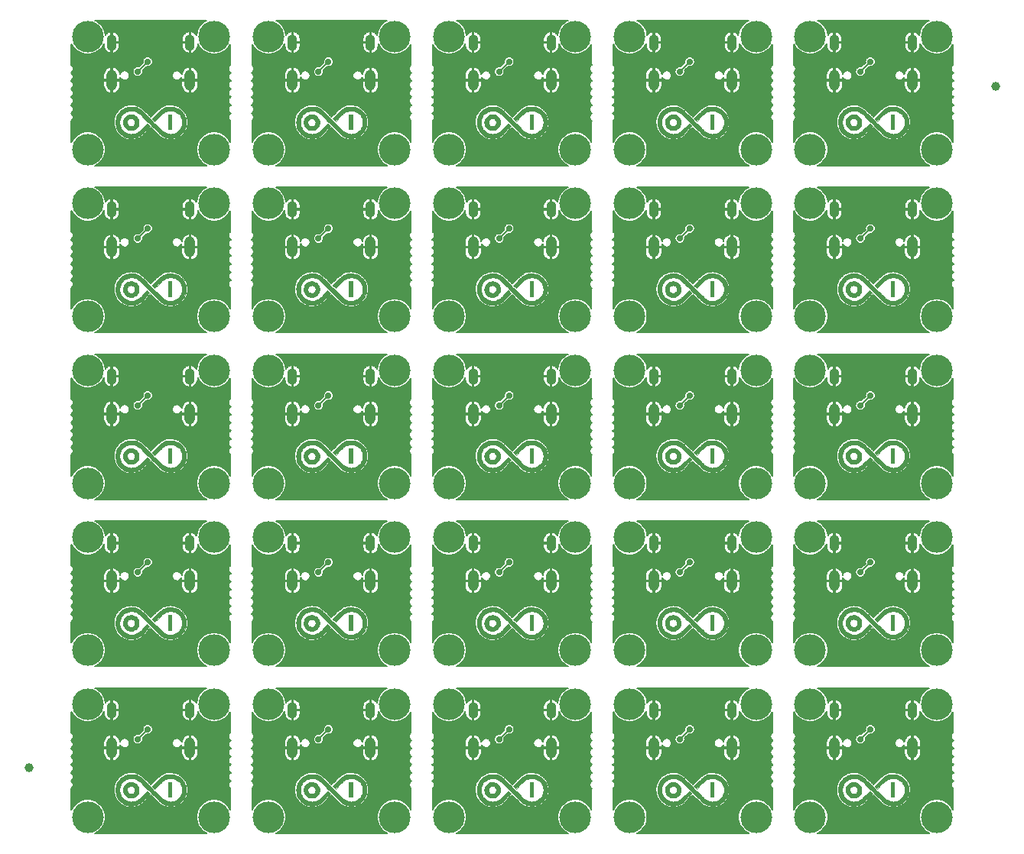
<source format=gbl>
%TF.GenerationSoftware,KiCad,Pcbnew,(5.1.10)-1*%
%TF.CreationDate,2021-07-09T18:34:44+08:00*%
%TF.ProjectId,u1_Warped,75315f57-6172-4706-9564-2e6b69636164,rev?*%
%TF.SameCoordinates,Original*%
%TF.FileFunction,Copper,L2,Bot*%
%TF.FilePolarity,Positive*%
%FSLAX46Y46*%
G04 Gerber Fmt 4.6, Leading zero omitted, Abs format (unit mm)*
G04 Created by KiCad (PCBNEW (5.1.10)-1) date 2021-07-09 18:34:44*
%MOMM*%
%LPD*%
G01*
G04 APERTURE LIST*
%TA.AperFunction,EtchedComponent*%
%ADD10C,0.010000*%
%TD*%
%TA.AperFunction,EtchedComponent*%
%ADD11C,0.100000*%
%TD*%
%TA.AperFunction,ComponentPad*%
%ADD12C,3.500000*%
%TD*%
%TA.AperFunction,SMDPad,CuDef*%
%ADD13C,1.000000*%
%TD*%
%TA.AperFunction,ComponentPad*%
%ADD14O,1.100000X1.800000*%
%TD*%
%TA.AperFunction,ComponentPad*%
%ADD15O,1.200000X2.300000*%
%TD*%
%TA.AperFunction,ViaPad*%
%ADD16C,0.700000*%
%TD*%
%TA.AperFunction,Conductor*%
%ADD17C,0.200000*%
%TD*%
%TA.AperFunction,Conductor*%
%ADD18C,0.127000*%
%TD*%
%TA.AperFunction,Conductor*%
%ADD19C,0.100000*%
%TD*%
G04 APERTURE END LIST*
D10*
%TO.C,G\u002A\u002A\u002A*%
G36*
X131725344Y-119637122D02*
G01*
X131623673Y-119649320D01*
X131526958Y-119675134D01*
X131431137Y-119714291D01*
X131306755Y-119784833D01*
X131197823Y-119872105D01*
X131105448Y-119974813D01*
X131030739Y-120091660D01*
X130974802Y-120221351D01*
X130961481Y-120263838D01*
X130942931Y-120354400D01*
X130934132Y-120457180D01*
X130935086Y-120563464D01*
X130945791Y-120664540D01*
X130961481Y-120736161D01*
X131010392Y-120866124D01*
X131078386Y-120985340D01*
X131163432Y-121091888D01*
X131263501Y-121183843D01*
X131376562Y-121259282D01*
X131500585Y-121316282D01*
X131606598Y-121347372D01*
X131678517Y-121358489D01*
X131762949Y-121363898D01*
X131850644Y-121363563D01*
X131932358Y-121357450D01*
X131985319Y-121348797D01*
X132115786Y-121308520D01*
X132237617Y-121248220D01*
X132348594Y-121170021D01*
X132446502Y-121076043D01*
X132529125Y-120968410D01*
X132594247Y-120849244D01*
X132639122Y-120722674D01*
X132656134Y-120631464D01*
X132663530Y-120528514D01*
X132662930Y-120500000D01*
X132227773Y-120500000D01*
X132226906Y-120555525D01*
X132223312Y-120596127D01*
X132215505Y-120629939D01*
X132201997Y-120665096D01*
X132194590Y-120681522D01*
X132147699Y-120758236D01*
X132083994Y-120826388D01*
X132008721Y-120881583D01*
X131927124Y-120919427D01*
X131901793Y-120926842D01*
X131867692Y-120931923D01*
X131821001Y-120934541D01*
X131774563Y-120934202D01*
X131723853Y-120930007D01*
X131680964Y-120920448D01*
X131635286Y-120902646D01*
X131604892Y-120888181D01*
X131521677Y-120835598D01*
X131455714Y-120770545D01*
X131406993Y-120695890D01*
X131375507Y-120614502D01*
X131361245Y-120529249D01*
X131364201Y-120442999D01*
X131384364Y-120358621D01*
X131421726Y-120278983D01*
X131476278Y-120206954D01*
X131548012Y-120145402D01*
X131607269Y-120110663D01*
X131651839Y-120089488D01*
X131686332Y-120076578D01*
X131719666Y-120069928D01*
X131760757Y-120067531D01*
X131800032Y-120067314D01*
X131855710Y-120068565D01*
X131896821Y-120073009D01*
X131931827Y-120082187D01*
X131969193Y-120097640D01*
X131970917Y-120098439D01*
X132046852Y-120144113D01*
X132115528Y-120205090D01*
X132170826Y-120275347D01*
X132194590Y-120318478D01*
X132210820Y-120356483D01*
X132220750Y-120389860D01*
X132225866Y-120426741D01*
X132227656Y-120475261D01*
X132227773Y-120500000D01*
X132662930Y-120500000D01*
X132661309Y-120423073D01*
X132649473Y-120324395D01*
X132639122Y-120277326D01*
X132600148Y-120162022D01*
X132546305Y-120058066D01*
X132474586Y-119960355D01*
X132412849Y-119893655D01*
X132314307Y-119804909D01*
X132215720Y-119736988D01*
X132112873Y-119688006D01*
X132001554Y-119656078D01*
X131877549Y-119639317D01*
X131839729Y-119637073D01*
X131725344Y-119637122D01*
G37*
X131725344Y-119637122D02*
X131623673Y-119649320D01*
X131526958Y-119675134D01*
X131431137Y-119714291D01*
X131306755Y-119784833D01*
X131197823Y-119872105D01*
X131105448Y-119974813D01*
X131030739Y-120091660D01*
X130974802Y-120221351D01*
X130961481Y-120263838D01*
X130942931Y-120354400D01*
X130934132Y-120457180D01*
X130935086Y-120563464D01*
X130945791Y-120664540D01*
X130961481Y-120736161D01*
X131010392Y-120866124D01*
X131078386Y-120985340D01*
X131163432Y-121091888D01*
X131263501Y-121183843D01*
X131376562Y-121259282D01*
X131500585Y-121316282D01*
X131606598Y-121347372D01*
X131678517Y-121358489D01*
X131762949Y-121363898D01*
X131850644Y-121363563D01*
X131932358Y-121357450D01*
X131985319Y-121348797D01*
X132115786Y-121308520D01*
X132237617Y-121248220D01*
X132348594Y-121170021D01*
X132446502Y-121076043D01*
X132529125Y-120968410D01*
X132594247Y-120849244D01*
X132639122Y-120722674D01*
X132656134Y-120631464D01*
X132663530Y-120528514D01*
X132662930Y-120500000D01*
X132227773Y-120500000D01*
X132226906Y-120555525D01*
X132223312Y-120596127D01*
X132215505Y-120629939D01*
X132201997Y-120665096D01*
X132194590Y-120681522D01*
X132147699Y-120758236D01*
X132083994Y-120826388D01*
X132008721Y-120881583D01*
X131927124Y-120919427D01*
X131901793Y-120926842D01*
X131867692Y-120931923D01*
X131821001Y-120934541D01*
X131774563Y-120934202D01*
X131723853Y-120930007D01*
X131680964Y-120920448D01*
X131635286Y-120902646D01*
X131604892Y-120888181D01*
X131521677Y-120835598D01*
X131455714Y-120770545D01*
X131406993Y-120695890D01*
X131375507Y-120614502D01*
X131361245Y-120529249D01*
X131364201Y-120442999D01*
X131384364Y-120358621D01*
X131421726Y-120278983D01*
X131476278Y-120206954D01*
X131548012Y-120145402D01*
X131607269Y-120110663D01*
X131651839Y-120089488D01*
X131686332Y-120076578D01*
X131719666Y-120069928D01*
X131760757Y-120067531D01*
X131800032Y-120067314D01*
X131855710Y-120068565D01*
X131896821Y-120073009D01*
X131931827Y-120082187D01*
X131969193Y-120097640D01*
X131970917Y-120098439D01*
X132046852Y-120144113D01*
X132115528Y-120205090D01*
X132170826Y-120275347D01*
X132194590Y-120318478D01*
X132210820Y-120356483D01*
X132220750Y-120389860D01*
X132225866Y-120426741D01*
X132227656Y-120475261D01*
X132227773Y-120500000D01*
X132662930Y-120500000D01*
X132661309Y-120423073D01*
X132649473Y-120324395D01*
X132639122Y-120277326D01*
X132600148Y-120162022D01*
X132546305Y-120058066D01*
X132474586Y-119960355D01*
X132412849Y-119893655D01*
X132314307Y-119804909D01*
X132215720Y-119736988D01*
X132112873Y-119688006D01*
X132001554Y-119656078D01*
X131877549Y-119639317D01*
X131839729Y-119637073D01*
X131725344Y-119637122D01*
G36*
X136011067Y-118766681D02*
G01*
X135826497Y-118792614D01*
X135648454Y-118835541D01*
X135481125Y-118894248D01*
X135339273Y-118961679D01*
X135292174Y-118987874D01*
X135248848Y-119013327D01*
X135207549Y-119039538D01*
X135166531Y-119068010D01*
X135124049Y-119100244D01*
X135078357Y-119137742D01*
X135027709Y-119182006D01*
X134970360Y-119234537D01*
X134904564Y-119296838D01*
X134828576Y-119370410D01*
X134740649Y-119456754D01*
X134639039Y-119557372D01*
X134588819Y-119607277D01*
X134121228Y-120072261D01*
X134274064Y-120225321D01*
X134426899Y-120378381D01*
X134874427Y-119932965D01*
X134960999Y-119847207D01*
X135044834Y-119764935D01*
X135124116Y-119687878D01*
X135197029Y-119617765D01*
X135261758Y-119556329D01*
X135316487Y-119505297D01*
X135359400Y-119466401D01*
X135388682Y-119441369D01*
X135397000Y-119435039D01*
X135547628Y-119342609D01*
X135703625Y-119272560D01*
X135865793Y-119224636D01*
X136034934Y-119198584D01*
X136159001Y-119193225D01*
X136332645Y-119204438D01*
X136500555Y-119237558D01*
X136661105Y-119291806D01*
X136812669Y-119366402D01*
X136953621Y-119460567D01*
X137082336Y-119573521D01*
X137180046Y-119682648D01*
X137239446Y-119766101D01*
X137297731Y-119865006D01*
X137351130Y-119971876D01*
X137395875Y-120079225D01*
X137425877Y-120170954D01*
X137437311Y-120214154D01*
X137445627Y-120251497D01*
X137451316Y-120288071D01*
X137454870Y-120328959D01*
X137456779Y-120379247D01*
X137457534Y-120444019D01*
X137457639Y-120500000D01*
X137457395Y-120577774D01*
X137456337Y-120637544D01*
X137453974Y-120684395D01*
X137449815Y-120723413D01*
X137443369Y-120759682D01*
X137434145Y-120798287D01*
X137425877Y-120829045D01*
X137392274Y-120930330D01*
X137346589Y-121037944D01*
X137292592Y-121144400D01*
X137234051Y-121242213D01*
X137180046Y-121317351D01*
X137067233Y-121441859D01*
X136942570Y-121547753D01*
X136802837Y-121637638D01*
X136749129Y-121666125D01*
X136600007Y-121731434D01*
X136451408Y-121775746D01*
X136297867Y-121800363D01*
X136159000Y-121806774D01*
X135984564Y-121796031D01*
X135817673Y-121763623D01*
X135657471Y-121709276D01*
X135503101Y-121632719D01*
X135397000Y-121565034D01*
X135378301Y-121549484D01*
X135343951Y-121518144D01*
X135294563Y-121471616D01*
X135230751Y-121410501D01*
X135153130Y-121335399D01*
X135062312Y-121246911D01*
X134958913Y-121145639D01*
X134843544Y-121032183D01*
X134716821Y-120907144D01*
X134579357Y-120771123D01*
X134431765Y-120624722D01*
X134274660Y-120468540D01*
X134132773Y-120327223D01*
X133966016Y-120161007D01*
X133814714Y-120010252D01*
X133677965Y-119874121D01*
X133554865Y-119751777D01*
X133444513Y-119642382D01*
X133346006Y-119545100D01*
X133258442Y-119459094D01*
X133180918Y-119383525D01*
X133112532Y-119317558D01*
X133052382Y-119260354D01*
X132999564Y-119211077D01*
X132953177Y-119168890D01*
X132912318Y-119132956D01*
X132876085Y-119102437D01*
X132843576Y-119076496D01*
X132813887Y-119054296D01*
X132786116Y-119035000D01*
X132759362Y-119017772D01*
X132732721Y-119001772D01*
X132705292Y-118986166D01*
X132676171Y-118970115D01*
X132660728Y-118961679D01*
X132504602Y-118888295D01*
X132335550Y-118830447D01*
X132158604Y-118789160D01*
X131978801Y-118765459D01*
X131801174Y-118760371D01*
X131701509Y-118766316D01*
X131542504Y-118786479D01*
X131398586Y-118816273D01*
X131263094Y-118857578D01*
X131129364Y-118912272D01*
X131053338Y-118949157D01*
X130901806Y-119035450D01*
X130764497Y-119133561D01*
X130634318Y-119248659D01*
X130611753Y-119270919D01*
X130479221Y-119418387D01*
X130367344Y-119575175D01*
X130274868Y-119743317D01*
X130200538Y-119924845D01*
X130191279Y-119952135D01*
X130155021Y-120072802D01*
X130129666Y-120185713D01*
X130113898Y-120299253D01*
X130106402Y-120421807D01*
X130105325Y-120500000D01*
X130108643Y-120631583D01*
X130119472Y-120749308D01*
X130139127Y-120861559D01*
X130168926Y-120976722D01*
X130191279Y-121047864D01*
X130263106Y-121231482D01*
X130352899Y-121401421D01*
X130461912Y-121559715D01*
X130591401Y-121708396D01*
X130611753Y-121729080D01*
X130760002Y-121861720D01*
X130920332Y-121975550D01*
X131091012Y-122069934D01*
X131270310Y-122144239D01*
X131456495Y-122197831D01*
X131647836Y-122230076D01*
X131842600Y-122240340D01*
X131988934Y-122233318D01*
X132173504Y-122207385D01*
X132351547Y-122164458D01*
X132518876Y-122105751D01*
X132660728Y-122038320D01*
X132707827Y-122012125D01*
X132751153Y-121986673D01*
X132792452Y-121960461D01*
X132833470Y-121931989D01*
X132875952Y-121899755D01*
X132921644Y-121862257D01*
X132972292Y-121817993D01*
X133029641Y-121765462D01*
X133095437Y-121703161D01*
X133171425Y-121629590D01*
X133259352Y-121543245D01*
X133360962Y-121442627D01*
X133411182Y-121392723D01*
X133878773Y-120927738D01*
X133725935Y-120774676D01*
X133573097Y-120621615D01*
X133119799Y-121073375D01*
X133013035Y-121179545D01*
X132920744Y-121270676D01*
X132841243Y-121348224D01*
X132772847Y-121413647D01*
X132713871Y-121468400D01*
X132662631Y-121513940D01*
X132617442Y-121551724D01*
X132576620Y-121583207D01*
X132538480Y-121609847D01*
X132501337Y-121633099D01*
X132463507Y-121654420D01*
X132424046Y-121674894D01*
X132281647Y-121734369D01*
X132128297Y-121776208D01*
X131968286Y-121800122D01*
X131805904Y-121805822D01*
X131645443Y-121793017D01*
X131491193Y-121761417D01*
X131428312Y-121742139D01*
X131267486Y-121675526D01*
X131117630Y-121589286D01*
X130980694Y-121484777D01*
X130858622Y-121363359D01*
X130819955Y-121317351D01*
X130760555Y-121233898D01*
X130702270Y-121134993D01*
X130648871Y-121028123D01*
X130604126Y-120920774D01*
X130574124Y-120829045D01*
X130562690Y-120785846D01*
X130554374Y-120748502D01*
X130548685Y-120711928D01*
X130545131Y-120671040D01*
X130543222Y-120620752D01*
X130542467Y-120555980D01*
X130542362Y-120500000D01*
X130542606Y-120422226D01*
X130543664Y-120362455D01*
X130546027Y-120315604D01*
X130550186Y-120276586D01*
X130556632Y-120240317D01*
X130565856Y-120201712D01*
X130574124Y-120170954D01*
X130607727Y-120069669D01*
X130653412Y-119962055D01*
X130707409Y-119855599D01*
X130765950Y-119757786D01*
X130819955Y-119682648D01*
X130932768Y-119558140D01*
X131057431Y-119452246D01*
X131197164Y-119362361D01*
X131250872Y-119333875D01*
X131399994Y-119268565D01*
X131548593Y-119224253D01*
X131702134Y-119199637D01*
X131841000Y-119193225D01*
X132015471Y-119203973D01*
X132182398Y-119236396D01*
X132342622Y-119290759D01*
X132496982Y-119367330D01*
X132603000Y-119434988D01*
X132621672Y-119450520D01*
X132655989Y-119481833D01*
X132705332Y-119528320D01*
X132769079Y-119589374D01*
X132846611Y-119664386D01*
X132937307Y-119752750D01*
X133040546Y-119853857D01*
X133155708Y-119967101D01*
X133282172Y-120091873D01*
X133419318Y-120227567D01*
X133566525Y-120373574D01*
X133723173Y-120529288D01*
X133867228Y-120672753D01*
X134034006Y-120838981D01*
X134185329Y-120989747D01*
X134322099Y-121125890D01*
X134445219Y-121248245D01*
X134555590Y-121357651D01*
X134654116Y-121454945D01*
X134741697Y-121540962D01*
X134819238Y-121616542D01*
X134887640Y-121682519D01*
X134947805Y-121739732D01*
X135000635Y-121789017D01*
X135047034Y-121831212D01*
X135087903Y-121867154D01*
X135124144Y-121897679D01*
X135156661Y-121923625D01*
X135186354Y-121945829D01*
X135214127Y-121965128D01*
X135240882Y-121982358D01*
X135267522Y-121998357D01*
X135294947Y-122013963D01*
X135324062Y-122030011D01*
X135339273Y-122038320D01*
X135498138Y-122112906D01*
X135669802Y-122171167D01*
X135849940Y-122212268D01*
X136034224Y-122235373D01*
X136218330Y-122239647D01*
X136339664Y-122231534D01*
X136536558Y-122199364D01*
X136726752Y-122145393D01*
X136908832Y-122070300D01*
X137081384Y-121974760D01*
X137242996Y-121859453D01*
X137388248Y-121729080D01*
X137520780Y-121581612D01*
X137632657Y-121424824D01*
X137725133Y-121256683D01*
X137799463Y-121075154D01*
X137808722Y-121047864D01*
X137844980Y-120927197D01*
X137870335Y-120814286D01*
X137886103Y-120700747D01*
X137893599Y-120578193D01*
X137894676Y-120500000D01*
X137891358Y-120368416D01*
X137880529Y-120250692D01*
X137860874Y-120138440D01*
X137831075Y-120023277D01*
X137808722Y-119952135D01*
X137736895Y-119768517D01*
X137647102Y-119598578D01*
X137538089Y-119440284D01*
X137408600Y-119291603D01*
X137388248Y-119270919D01*
X137239999Y-119138279D01*
X137079669Y-119024449D01*
X136908989Y-118930065D01*
X136729691Y-118855760D01*
X136543506Y-118802168D01*
X136352165Y-118769923D01*
X136157401Y-118759659D01*
X136011067Y-118766681D01*
G37*
X136011067Y-118766681D02*
X135826497Y-118792614D01*
X135648454Y-118835541D01*
X135481125Y-118894248D01*
X135339273Y-118961679D01*
X135292174Y-118987874D01*
X135248848Y-119013327D01*
X135207549Y-119039538D01*
X135166531Y-119068010D01*
X135124049Y-119100244D01*
X135078357Y-119137742D01*
X135027709Y-119182006D01*
X134970360Y-119234537D01*
X134904564Y-119296838D01*
X134828576Y-119370410D01*
X134740649Y-119456754D01*
X134639039Y-119557372D01*
X134588819Y-119607277D01*
X134121228Y-120072261D01*
X134274064Y-120225321D01*
X134426899Y-120378381D01*
X134874427Y-119932965D01*
X134960999Y-119847207D01*
X135044834Y-119764935D01*
X135124116Y-119687878D01*
X135197029Y-119617765D01*
X135261758Y-119556329D01*
X135316487Y-119505297D01*
X135359400Y-119466401D01*
X135388682Y-119441369D01*
X135397000Y-119435039D01*
X135547628Y-119342609D01*
X135703625Y-119272560D01*
X135865793Y-119224636D01*
X136034934Y-119198584D01*
X136159001Y-119193225D01*
X136332645Y-119204438D01*
X136500555Y-119237558D01*
X136661105Y-119291806D01*
X136812669Y-119366402D01*
X136953621Y-119460567D01*
X137082336Y-119573521D01*
X137180046Y-119682648D01*
X137239446Y-119766101D01*
X137297731Y-119865006D01*
X137351130Y-119971876D01*
X137395875Y-120079225D01*
X137425877Y-120170954D01*
X137437311Y-120214154D01*
X137445627Y-120251497D01*
X137451316Y-120288071D01*
X137454870Y-120328959D01*
X137456779Y-120379247D01*
X137457534Y-120444019D01*
X137457639Y-120500000D01*
X137457395Y-120577774D01*
X137456337Y-120637544D01*
X137453974Y-120684395D01*
X137449815Y-120723413D01*
X137443369Y-120759682D01*
X137434145Y-120798287D01*
X137425877Y-120829045D01*
X137392274Y-120930330D01*
X137346589Y-121037944D01*
X137292592Y-121144400D01*
X137234051Y-121242213D01*
X137180046Y-121317351D01*
X137067233Y-121441859D01*
X136942570Y-121547753D01*
X136802837Y-121637638D01*
X136749129Y-121666125D01*
X136600007Y-121731434D01*
X136451408Y-121775746D01*
X136297867Y-121800363D01*
X136159000Y-121806774D01*
X135984564Y-121796031D01*
X135817673Y-121763623D01*
X135657471Y-121709276D01*
X135503101Y-121632719D01*
X135397000Y-121565034D01*
X135378301Y-121549484D01*
X135343951Y-121518144D01*
X135294563Y-121471616D01*
X135230751Y-121410501D01*
X135153130Y-121335399D01*
X135062312Y-121246911D01*
X134958913Y-121145639D01*
X134843544Y-121032183D01*
X134716821Y-120907144D01*
X134579357Y-120771123D01*
X134431765Y-120624722D01*
X134274660Y-120468540D01*
X134132773Y-120327223D01*
X133966016Y-120161007D01*
X133814714Y-120010252D01*
X133677965Y-119874121D01*
X133554865Y-119751777D01*
X133444513Y-119642382D01*
X133346006Y-119545100D01*
X133258442Y-119459094D01*
X133180918Y-119383525D01*
X133112532Y-119317558D01*
X133052382Y-119260354D01*
X132999564Y-119211077D01*
X132953177Y-119168890D01*
X132912318Y-119132956D01*
X132876085Y-119102437D01*
X132843576Y-119076496D01*
X132813887Y-119054296D01*
X132786116Y-119035000D01*
X132759362Y-119017772D01*
X132732721Y-119001772D01*
X132705292Y-118986166D01*
X132676171Y-118970115D01*
X132660728Y-118961679D01*
X132504602Y-118888295D01*
X132335550Y-118830447D01*
X132158604Y-118789160D01*
X131978801Y-118765459D01*
X131801174Y-118760371D01*
X131701509Y-118766316D01*
X131542504Y-118786479D01*
X131398586Y-118816273D01*
X131263094Y-118857578D01*
X131129364Y-118912272D01*
X131053338Y-118949157D01*
X130901806Y-119035450D01*
X130764497Y-119133561D01*
X130634318Y-119248659D01*
X130611753Y-119270919D01*
X130479221Y-119418387D01*
X130367344Y-119575175D01*
X130274868Y-119743317D01*
X130200538Y-119924845D01*
X130191279Y-119952135D01*
X130155021Y-120072802D01*
X130129666Y-120185713D01*
X130113898Y-120299253D01*
X130106402Y-120421807D01*
X130105325Y-120500000D01*
X130108643Y-120631583D01*
X130119472Y-120749308D01*
X130139127Y-120861559D01*
X130168926Y-120976722D01*
X130191279Y-121047864D01*
X130263106Y-121231482D01*
X130352899Y-121401421D01*
X130461912Y-121559715D01*
X130591401Y-121708396D01*
X130611753Y-121729080D01*
X130760002Y-121861720D01*
X130920332Y-121975550D01*
X131091012Y-122069934D01*
X131270310Y-122144239D01*
X131456495Y-122197831D01*
X131647836Y-122230076D01*
X131842600Y-122240340D01*
X131988934Y-122233318D01*
X132173504Y-122207385D01*
X132351547Y-122164458D01*
X132518876Y-122105751D01*
X132660728Y-122038320D01*
X132707827Y-122012125D01*
X132751153Y-121986673D01*
X132792452Y-121960461D01*
X132833470Y-121931989D01*
X132875952Y-121899755D01*
X132921644Y-121862257D01*
X132972292Y-121817993D01*
X133029641Y-121765462D01*
X133095437Y-121703161D01*
X133171425Y-121629590D01*
X133259352Y-121543245D01*
X133360962Y-121442627D01*
X133411182Y-121392723D01*
X133878773Y-120927738D01*
X133725935Y-120774676D01*
X133573097Y-120621615D01*
X133119799Y-121073375D01*
X133013035Y-121179545D01*
X132920744Y-121270676D01*
X132841243Y-121348224D01*
X132772847Y-121413647D01*
X132713871Y-121468400D01*
X132662631Y-121513940D01*
X132617442Y-121551724D01*
X132576620Y-121583207D01*
X132538480Y-121609847D01*
X132501337Y-121633099D01*
X132463507Y-121654420D01*
X132424046Y-121674894D01*
X132281647Y-121734369D01*
X132128297Y-121776208D01*
X131968286Y-121800122D01*
X131805904Y-121805822D01*
X131645443Y-121793017D01*
X131491193Y-121761417D01*
X131428312Y-121742139D01*
X131267486Y-121675526D01*
X131117630Y-121589286D01*
X130980694Y-121484777D01*
X130858622Y-121363359D01*
X130819955Y-121317351D01*
X130760555Y-121233898D01*
X130702270Y-121134993D01*
X130648871Y-121028123D01*
X130604126Y-120920774D01*
X130574124Y-120829045D01*
X130562690Y-120785846D01*
X130554374Y-120748502D01*
X130548685Y-120711928D01*
X130545131Y-120671040D01*
X130543222Y-120620752D01*
X130542467Y-120555980D01*
X130542362Y-120500000D01*
X130542606Y-120422226D01*
X130543664Y-120362455D01*
X130546027Y-120315604D01*
X130550186Y-120276586D01*
X130556632Y-120240317D01*
X130565856Y-120201712D01*
X130574124Y-120170954D01*
X130607727Y-120069669D01*
X130653412Y-119962055D01*
X130707409Y-119855599D01*
X130765950Y-119757786D01*
X130819955Y-119682648D01*
X130932768Y-119558140D01*
X131057431Y-119452246D01*
X131197164Y-119362361D01*
X131250872Y-119333875D01*
X131399994Y-119268565D01*
X131548593Y-119224253D01*
X131702134Y-119199637D01*
X131841000Y-119193225D01*
X132015471Y-119203973D01*
X132182398Y-119236396D01*
X132342622Y-119290759D01*
X132496982Y-119367330D01*
X132603000Y-119434988D01*
X132621672Y-119450520D01*
X132655989Y-119481833D01*
X132705332Y-119528320D01*
X132769079Y-119589374D01*
X132846611Y-119664386D01*
X132937307Y-119752750D01*
X133040546Y-119853857D01*
X133155708Y-119967101D01*
X133282172Y-120091873D01*
X133419318Y-120227567D01*
X133566525Y-120373574D01*
X133723173Y-120529288D01*
X133867228Y-120672753D01*
X134034006Y-120838981D01*
X134185329Y-120989747D01*
X134322099Y-121125890D01*
X134445219Y-121248245D01*
X134555590Y-121357651D01*
X134654116Y-121454945D01*
X134741697Y-121540962D01*
X134819238Y-121616542D01*
X134887640Y-121682519D01*
X134947805Y-121739732D01*
X135000635Y-121789017D01*
X135047034Y-121831212D01*
X135087903Y-121867154D01*
X135124144Y-121897679D01*
X135156661Y-121923625D01*
X135186354Y-121945829D01*
X135214127Y-121965128D01*
X135240882Y-121982358D01*
X135267522Y-121998357D01*
X135294947Y-122013963D01*
X135324062Y-122030011D01*
X135339273Y-122038320D01*
X135498138Y-122112906D01*
X135669802Y-122171167D01*
X135849940Y-122212268D01*
X136034224Y-122235373D01*
X136218330Y-122239647D01*
X136339664Y-122231534D01*
X136536558Y-122199364D01*
X136726752Y-122145393D01*
X136908832Y-122070300D01*
X137081384Y-121974760D01*
X137242996Y-121859453D01*
X137388248Y-121729080D01*
X137520780Y-121581612D01*
X137632657Y-121424824D01*
X137725133Y-121256683D01*
X137799463Y-121075154D01*
X137808722Y-121047864D01*
X137844980Y-120927197D01*
X137870335Y-120814286D01*
X137886103Y-120700747D01*
X137893599Y-120578193D01*
X137894676Y-120500000D01*
X137891358Y-120368416D01*
X137880529Y-120250692D01*
X137860874Y-120138440D01*
X137831075Y-120023277D01*
X137808722Y-119952135D01*
X137736895Y-119768517D01*
X137647102Y-119598578D01*
X137538089Y-119440284D01*
X137408600Y-119291603D01*
X137388248Y-119270919D01*
X137239999Y-119138279D01*
X137079669Y-119024449D01*
X136908989Y-118930065D01*
X136729691Y-118855760D01*
X136543506Y-118802168D01*
X136352165Y-118769923D01*
X136157401Y-118759659D01*
X136011067Y-118766681D01*
D11*
G36*
X135939637Y-121365909D02*
G01*
X136378364Y-121365909D01*
X136378364Y-119634091D01*
X135939637Y-119634091D01*
X135939637Y-121365909D01*
G37*
D10*
G36*
X111725344Y-119637122D02*
G01*
X111623673Y-119649320D01*
X111526958Y-119675134D01*
X111431137Y-119714291D01*
X111306755Y-119784833D01*
X111197823Y-119872105D01*
X111105448Y-119974813D01*
X111030739Y-120091660D01*
X110974802Y-120221351D01*
X110961481Y-120263838D01*
X110942931Y-120354400D01*
X110934132Y-120457180D01*
X110935086Y-120563464D01*
X110945791Y-120664540D01*
X110961481Y-120736161D01*
X111010392Y-120866124D01*
X111078386Y-120985340D01*
X111163432Y-121091888D01*
X111263501Y-121183843D01*
X111376562Y-121259282D01*
X111500585Y-121316282D01*
X111606598Y-121347372D01*
X111678517Y-121358489D01*
X111762949Y-121363898D01*
X111850644Y-121363563D01*
X111932358Y-121357450D01*
X111985319Y-121348797D01*
X112115786Y-121308520D01*
X112237617Y-121248220D01*
X112348594Y-121170021D01*
X112446502Y-121076043D01*
X112529125Y-120968410D01*
X112594247Y-120849244D01*
X112639122Y-120722674D01*
X112656134Y-120631464D01*
X112663530Y-120528514D01*
X112662930Y-120500000D01*
X112227773Y-120500000D01*
X112226906Y-120555525D01*
X112223312Y-120596127D01*
X112215505Y-120629939D01*
X112201997Y-120665096D01*
X112194590Y-120681522D01*
X112147699Y-120758236D01*
X112083994Y-120826388D01*
X112008721Y-120881583D01*
X111927124Y-120919427D01*
X111901793Y-120926842D01*
X111867692Y-120931923D01*
X111821001Y-120934541D01*
X111774563Y-120934202D01*
X111723853Y-120930007D01*
X111680964Y-120920448D01*
X111635286Y-120902646D01*
X111604892Y-120888181D01*
X111521677Y-120835598D01*
X111455714Y-120770545D01*
X111406993Y-120695890D01*
X111375507Y-120614502D01*
X111361245Y-120529249D01*
X111364201Y-120442999D01*
X111384364Y-120358621D01*
X111421726Y-120278983D01*
X111476278Y-120206954D01*
X111548012Y-120145402D01*
X111607269Y-120110663D01*
X111651839Y-120089488D01*
X111686332Y-120076578D01*
X111719666Y-120069928D01*
X111760757Y-120067531D01*
X111800032Y-120067314D01*
X111855710Y-120068565D01*
X111896821Y-120073009D01*
X111931827Y-120082187D01*
X111969193Y-120097640D01*
X111970917Y-120098439D01*
X112046852Y-120144113D01*
X112115528Y-120205090D01*
X112170826Y-120275347D01*
X112194590Y-120318478D01*
X112210820Y-120356483D01*
X112220750Y-120389860D01*
X112225866Y-120426741D01*
X112227656Y-120475261D01*
X112227773Y-120500000D01*
X112662930Y-120500000D01*
X112661309Y-120423073D01*
X112649473Y-120324395D01*
X112639122Y-120277326D01*
X112600148Y-120162022D01*
X112546305Y-120058066D01*
X112474586Y-119960355D01*
X112412849Y-119893655D01*
X112314307Y-119804909D01*
X112215720Y-119736988D01*
X112112873Y-119688006D01*
X112001554Y-119656078D01*
X111877549Y-119639317D01*
X111839729Y-119637073D01*
X111725344Y-119637122D01*
G37*
X111725344Y-119637122D02*
X111623673Y-119649320D01*
X111526958Y-119675134D01*
X111431137Y-119714291D01*
X111306755Y-119784833D01*
X111197823Y-119872105D01*
X111105448Y-119974813D01*
X111030739Y-120091660D01*
X110974802Y-120221351D01*
X110961481Y-120263838D01*
X110942931Y-120354400D01*
X110934132Y-120457180D01*
X110935086Y-120563464D01*
X110945791Y-120664540D01*
X110961481Y-120736161D01*
X111010392Y-120866124D01*
X111078386Y-120985340D01*
X111163432Y-121091888D01*
X111263501Y-121183843D01*
X111376562Y-121259282D01*
X111500585Y-121316282D01*
X111606598Y-121347372D01*
X111678517Y-121358489D01*
X111762949Y-121363898D01*
X111850644Y-121363563D01*
X111932358Y-121357450D01*
X111985319Y-121348797D01*
X112115786Y-121308520D01*
X112237617Y-121248220D01*
X112348594Y-121170021D01*
X112446502Y-121076043D01*
X112529125Y-120968410D01*
X112594247Y-120849244D01*
X112639122Y-120722674D01*
X112656134Y-120631464D01*
X112663530Y-120528514D01*
X112662930Y-120500000D01*
X112227773Y-120500000D01*
X112226906Y-120555525D01*
X112223312Y-120596127D01*
X112215505Y-120629939D01*
X112201997Y-120665096D01*
X112194590Y-120681522D01*
X112147699Y-120758236D01*
X112083994Y-120826388D01*
X112008721Y-120881583D01*
X111927124Y-120919427D01*
X111901793Y-120926842D01*
X111867692Y-120931923D01*
X111821001Y-120934541D01*
X111774563Y-120934202D01*
X111723853Y-120930007D01*
X111680964Y-120920448D01*
X111635286Y-120902646D01*
X111604892Y-120888181D01*
X111521677Y-120835598D01*
X111455714Y-120770545D01*
X111406993Y-120695890D01*
X111375507Y-120614502D01*
X111361245Y-120529249D01*
X111364201Y-120442999D01*
X111384364Y-120358621D01*
X111421726Y-120278983D01*
X111476278Y-120206954D01*
X111548012Y-120145402D01*
X111607269Y-120110663D01*
X111651839Y-120089488D01*
X111686332Y-120076578D01*
X111719666Y-120069928D01*
X111760757Y-120067531D01*
X111800032Y-120067314D01*
X111855710Y-120068565D01*
X111896821Y-120073009D01*
X111931827Y-120082187D01*
X111969193Y-120097640D01*
X111970917Y-120098439D01*
X112046852Y-120144113D01*
X112115528Y-120205090D01*
X112170826Y-120275347D01*
X112194590Y-120318478D01*
X112210820Y-120356483D01*
X112220750Y-120389860D01*
X112225866Y-120426741D01*
X112227656Y-120475261D01*
X112227773Y-120500000D01*
X112662930Y-120500000D01*
X112661309Y-120423073D01*
X112649473Y-120324395D01*
X112639122Y-120277326D01*
X112600148Y-120162022D01*
X112546305Y-120058066D01*
X112474586Y-119960355D01*
X112412849Y-119893655D01*
X112314307Y-119804909D01*
X112215720Y-119736988D01*
X112112873Y-119688006D01*
X112001554Y-119656078D01*
X111877549Y-119639317D01*
X111839729Y-119637073D01*
X111725344Y-119637122D01*
G36*
X116011067Y-118766681D02*
G01*
X115826497Y-118792614D01*
X115648454Y-118835541D01*
X115481125Y-118894248D01*
X115339273Y-118961679D01*
X115292174Y-118987874D01*
X115248848Y-119013327D01*
X115207549Y-119039538D01*
X115166531Y-119068010D01*
X115124049Y-119100244D01*
X115078357Y-119137742D01*
X115027709Y-119182006D01*
X114970360Y-119234537D01*
X114904564Y-119296838D01*
X114828576Y-119370410D01*
X114740649Y-119456754D01*
X114639039Y-119557372D01*
X114588819Y-119607277D01*
X114121228Y-120072261D01*
X114274064Y-120225321D01*
X114426899Y-120378381D01*
X114874427Y-119932965D01*
X114960999Y-119847207D01*
X115044834Y-119764935D01*
X115124116Y-119687878D01*
X115197029Y-119617765D01*
X115261758Y-119556329D01*
X115316487Y-119505297D01*
X115359400Y-119466401D01*
X115388682Y-119441369D01*
X115397000Y-119435039D01*
X115547628Y-119342609D01*
X115703625Y-119272560D01*
X115865793Y-119224636D01*
X116034934Y-119198584D01*
X116159001Y-119193225D01*
X116332645Y-119204438D01*
X116500555Y-119237558D01*
X116661105Y-119291806D01*
X116812669Y-119366402D01*
X116953621Y-119460567D01*
X117082336Y-119573521D01*
X117180046Y-119682648D01*
X117239446Y-119766101D01*
X117297731Y-119865006D01*
X117351130Y-119971876D01*
X117395875Y-120079225D01*
X117425877Y-120170954D01*
X117437311Y-120214154D01*
X117445627Y-120251497D01*
X117451316Y-120288071D01*
X117454870Y-120328959D01*
X117456779Y-120379247D01*
X117457534Y-120444019D01*
X117457639Y-120500000D01*
X117457395Y-120577774D01*
X117456337Y-120637544D01*
X117453974Y-120684395D01*
X117449815Y-120723413D01*
X117443369Y-120759682D01*
X117434145Y-120798287D01*
X117425877Y-120829045D01*
X117392274Y-120930330D01*
X117346589Y-121037944D01*
X117292592Y-121144400D01*
X117234051Y-121242213D01*
X117180046Y-121317351D01*
X117067233Y-121441859D01*
X116942570Y-121547753D01*
X116802837Y-121637638D01*
X116749129Y-121666125D01*
X116600007Y-121731434D01*
X116451408Y-121775746D01*
X116297867Y-121800363D01*
X116159000Y-121806774D01*
X115984564Y-121796031D01*
X115817673Y-121763623D01*
X115657471Y-121709276D01*
X115503101Y-121632719D01*
X115397000Y-121565034D01*
X115378301Y-121549484D01*
X115343951Y-121518144D01*
X115294563Y-121471616D01*
X115230751Y-121410501D01*
X115153130Y-121335399D01*
X115062312Y-121246911D01*
X114958913Y-121145639D01*
X114843544Y-121032183D01*
X114716821Y-120907144D01*
X114579357Y-120771123D01*
X114431765Y-120624722D01*
X114274660Y-120468540D01*
X114132773Y-120327223D01*
X113966016Y-120161007D01*
X113814714Y-120010252D01*
X113677965Y-119874121D01*
X113554865Y-119751777D01*
X113444513Y-119642382D01*
X113346006Y-119545100D01*
X113258442Y-119459094D01*
X113180918Y-119383525D01*
X113112532Y-119317558D01*
X113052382Y-119260354D01*
X112999564Y-119211077D01*
X112953177Y-119168890D01*
X112912318Y-119132956D01*
X112876085Y-119102437D01*
X112843576Y-119076496D01*
X112813887Y-119054296D01*
X112786116Y-119035000D01*
X112759362Y-119017772D01*
X112732721Y-119001772D01*
X112705292Y-118986166D01*
X112676171Y-118970115D01*
X112660728Y-118961679D01*
X112504602Y-118888295D01*
X112335550Y-118830447D01*
X112158604Y-118789160D01*
X111978801Y-118765459D01*
X111801174Y-118760371D01*
X111701509Y-118766316D01*
X111542504Y-118786479D01*
X111398586Y-118816273D01*
X111263094Y-118857578D01*
X111129364Y-118912272D01*
X111053338Y-118949157D01*
X110901806Y-119035450D01*
X110764497Y-119133561D01*
X110634318Y-119248659D01*
X110611753Y-119270919D01*
X110479221Y-119418387D01*
X110367344Y-119575175D01*
X110274868Y-119743317D01*
X110200538Y-119924845D01*
X110191279Y-119952135D01*
X110155021Y-120072802D01*
X110129666Y-120185713D01*
X110113898Y-120299253D01*
X110106402Y-120421807D01*
X110105325Y-120500000D01*
X110108643Y-120631583D01*
X110119472Y-120749308D01*
X110139127Y-120861559D01*
X110168926Y-120976722D01*
X110191279Y-121047864D01*
X110263106Y-121231482D01*
X110352899Y-121401421D01*
X110461912Y-121559715D01*
X110591401Y-121708396D01*
X110611753Y-121729080D01*
X110760002Y-121861720D01*
X110920332Y-121975550D01*
X111091012Y-122069934D01*
X111270310Y-122144239D01*
X111456495Y-122197831D01*
X111647836Y-122230076D01*
X111842600Y-122240340D01*
X111988934Y-122233318D01*
X112173504Y-122207385D01*
X112351547Y-122164458D01*
X112518876Y-122105751D01*
X112660728Y-122038320D01*
X112707827Y-122012125D01*
X112751153Y-121986673D01*
X112792452Y-121960461D01*
X112833470Y-121931989D01*
X112875952Y-121899755D01*
X112921644Y-121862257D01*
X112972292Y-121817993D01*
X113029641Y-121765462D01*
X113095437Y-121703161D01*
X113171425Y-121629590D01*
X113259352Y-121543245D01*
X113360962Y-121442627D01*
X113411182Y-121392723D01*
X113878773Y-120927738D01*
X113725935Y-120774676D01*
X113573097Y-120621615D01*
X113119799Y-121073375D01*
X113013035Y-121179545D01*
X112920744Y-121270676D01*
X112841243Y-121348224D01*
X112772847Y-121413647D01*
X112713871Y-121468400D01*
X112662631Y-121513940D01*
X112617442Y-121551724D01*
X112576620Y-121583207D01*
X112538480Y-121609847D01*
X112501337Y-121633099D01*
X112463507Y-121654420D01*
X112424046Y-121674894D01*
X112281647Y-121734369D01*
X112128297Y-121776208D01*
X111968286Y-121800122D01*
X111805904Y-121805822D01*
X111645443Y-121793017D01*
X111491193Y-121761417D01*
X111428312Y-121742139D01*
X111267486Y-121675526D01*
X111117630Y-121589286D01*
X110980694Y-121484777D01*
X110858622Y-121363359D01*
X110819955Y-121317351D01*
X110760555Y-121233898D01*
X110702270Y-121134993D01*
X110648871Y-121028123D01*
X110604126Y-120920774D01*
X110574124Y-120829045D01*
X110562690Y-120785846D01*
X110554374Y-120748502D01*
X110548685Y-120711928D01*
X110545131Y-120671040D01*
X110543222Y-120620752D01*
X110542467Y-120555980D01*
X110542362Y-120500000D01*
X110542606Y-120422226D01*
X110543664Y-120362455D01*
X110546027Y-120315604D01*
X110550186Y-120276586D01*
X110556632Y-120240317D01*
X110565856Y-120201712D01*
X110574124Y-120170954D01*
X110607727Y-120069669D01*
X110653412Y-119962055D01*
X110707409Y-119855599D01*
X110765950Y-119757786D01*
X110819955Y-119682648D01*
X110932768Y-119558140D01*
X111057431Y-119452246D01*
X111197164Y-119362361D01*
X111250872Y-119333875D01*
X111399994Y-119268565D01*
X111548593Y-119224253D01*
X111702134Y-119199637D01*
X111841000Y-119193225D01*
X112015471Y-119203973D01*
X112182398Y-119236396D01*
X112342622Y-119290759D01*
X112496982Y-119367330D01*
X112603000Y-119434988D01*
X112621672Y-119450520D01*
X112655989Y-119481833D01*
X112705332Y-119528320D01*
X112769079Y-119589374D01*
X112846611Y-119664386D01*
X112937307Y-119752750D01*
X113040546Y-119853857D01*
X113155708Y-119967101D01*
X113282172Y-120091873D01*
X113419318Y-120227567D01*
X113566525Y-120373574D01*
X113723173Y-120529288D01*
X113867228Y-120672753D01*
X114034006Y-120838981D01*
X114185329Y-120989747D01*
X114322099Y-121125890D01*
X114445219Y-121248245D01*
X114555590Y-121357651D01*
X114654116Y-121454945D01*
X114741697Y-121540962D01*
X114819238Y-121616542D01*
X114887640Y-121682519D01*
X114947805Y-121739732D01*
X115000635Y-121789017D01*
X115047034Y-121831212D01*
X115087903Y-121867154D01*
X115124144Y-121897679D01*
X115156661Y-121923625D01*
X115186354Y-121945829D01*
X115214127Y-121965128D01*
X115240882Y-121982358D01*
X115267522Y-121998357D01*
X115294947Y-122013963D01*
X115324062Y-122030011D01*
X115339273Y-122038320D01*
X115498138Y-122112906D01*
X115669802Y-122171167D01*
X115849940Y-122212268D01*
X116034224Y-122235373D01*
X116218330Y-122239647D01*
X116339664Y-122231534D01*
X116536558Y-122199364D01*
X116726752Y-122145393D01*
X116908832Y-122070300D01*
X117081384Y-121974760D01*
X117242996Y-121859453D01*
X117388248Y-121729080D01*
X117520780Y-121581612D01*
X117632657Y-121424824D01*
X117725133Y-121256683D01*
X117799463Y-121075154D01*
X117808722Y-121047864D01*
X117844980Y-120927197D01*
X117870335Y-120814286D01*
X117886103Y-120700747D01*
X117893599Y-120578193D01*
X117894676Y-120500000D01*
X117891358Y-120368416D01*
X117880529Y-120250692D01*
X117860874Y-120138440D01*
X117831075Y-120023277D01*
X117808722Y-119952135D01*
X117736895Y-119768517D01*
X117647102Y-119598578D01*
X117538089Y-119440284D01*
X117408600Y-119291603D01*
X117388248Y-119270919D01*
X117239999Y-119138279D01*
X117079669Y-119024449D01*
X116908989Y-118930065D01*
X116729691Y-118855760D01*
X116543506Y-118802168D01*
X116352165Y-118769923D01*
X116157401Y-118759659D01*
X116011067Y-118766681D01*
G37*
X116011067Y-118766681D02*
X115826497Y-118792614D01*
X115648454Y-118835541D01*
X115481125Y-118894248D01*
X115339273Y-118961679D01*
X115292174Y-118987874D01*
X115248848Y-119013327D01*
X115207549Y-119039538D01*
X115166531Y-119068010D01*
X115124049Y-119100244D01*
X115078357Y-119137742D01*
X115027709Y-119182006D01*
X114970360Y-119234537D01*
X114904564Y-119296838D01*
X114828576Y-119370410D01*
X114740649Y-119456754D01*
X114639039Y-119557372D01*
X114588819Y-119607277D01*
X114121228Y-120072261D01*
X114274064Y-120225321D01*
X114426899Y-120378381D01*
X114874427Y-119932965D01*
X114960999Y-119847207D01*
X115044834Y-119764935D01*
X115124116Y-119687878D01*
X115197029Y-119617765D01*
X115261758Y-119556329D01*
X115316487Y-119505297D01*
X115359400Y-119466401D01*
X115388682Y-119441369D01*
X115397000Y-119435039D01*
X115547628Y-119342609D01*
X115703625Y-119272560D01*
X115865793Y-119224636D01*
X116034934Y-119198584D01*
X116159001Y-119193225D01*
X116332645Y-119204438D01*
X116500555Y-119237558D01*
X116661105Y-119291806D01*
X116812669Y-119366402D01*
X116953621Y-119460567D01*
X117082336Y-119573521D01*
X117180046Y-119682648D01*
X117239446Y-119766101D01*
X117297731Y-119865006D01*
X117351130Y-119971876D01*
X117395875Y-120079225D01*
X117425877Y-120170954D01*
X117437311Y-120214154D01*
X117445627Y-120251497D01*
X117451316Y-120288071D01*
X117454870Y-120328959D01*
X117456779Y-120379247D01*
X117457534Y-120444019D01*
X117457639Y-120500000D01*
X117457395Y-120577774D01*
X117456337Y-120637544D01*
X117453974Y-120684395D01*
X117449815Y-120723413D01*
X117443369Y-120759682D01*
X117434145Y-120798287D01*
X117425877Y-120829045D01*
X117392274Y-120930330D01*
X117346589Y-121037944D01*
X117292592Y-121144400D01*
X117234051Y-121242213D01*
X117180046Y-121317351D01*
X117067233Y-121441859D01*
X116942570Y-121547753D01*
X116802837Y-121637638D01*
X116749129Y-121666125D01*
X116600007Y-121731434D01*
X116451408Y-121775746D01*
X116297867Y-121800363D01*
X116159000Y-121806774D01*
X115984564Y-121796031D01*
X115817673Y-121763623D01*
X115657471Y-121709276D01*
X115503101Y-121632719D01*
X115397000Y-121565034D01*
X115378301Y-121549484D01*
X115343951Y-121518144D01*
X115294563Y-121471616D01*
X115230751Y-121410501D01*
X115153130Y-121335399D01*
X115062312Y-121246911D01*
X114958913Y-121145639D01*
X114843544Y-121032183D01*
X114716821Y-120907144D01*
X114579357Y-120771123D01*
X114431765Y-120624722D01*
X114274660Y-120468540D01*
X114132773Y-120327223D01*
X113966016Y-120161007D01*
X113814714Y-120010252D01*
X113677965Y-119874121D01*
X113554865Y-119751777D01*
X113444513Y-119642382D01*
X113346006Y-119545100D01*
X113258442Y-119459094D01*
X113180918Y-119383525D01*
X113112532Y-119317558D01*
X113052382Y-119260354D01*
X112999564Y-119211077D01*
X112953177Y-119168890D01*
X112912318Y-119132956D01*
X112876085Y-119102437D01*
X112843576Y-119076496D01*
X112813887Y-119054296D01*
X112786116Y-119035000D01*
X112759362Y-119017772D01*
X112732721Y-119001772D01*
X112705292Y-118986166D01*
X112676171Y-118970115D01*
X112660728Y-118961679D01*
X112504602Y-118888295D01*
X112335550Y-118830447D01*
X112158604Y-118789160D01*
X111978801Y-118765459D01*
X111801174Y-118760371D01*
X111701509Y-118766316D01*
X111542504Y-118786479D01*
X111398586Y-118816273D01*
X111263094Y-118857578D01*
X111129364Y-118912272D01*
X111053338Y-118949157D01*
X110901806Y-119035450D01*
X110764497Y-119133561D01*
X110634318Y-119248659D01*
X110611753Y-119270919D01*
X110479221Y-119418387D01*
X110367344Y-119575175D01*
X110274868Y-119743317D01*
X110200538Y-119924845D01*
X110191279Y-119952135D01*
X110155021Y-120072802D01*
X110129666Y-120185713D01*
X110113898Y-120299253D01*
X110106402Y-120421807D01*
X110105325Y-120500000D01*
X110108643Y-120631583D01*
X110119472Y-120749308D01*
X110139127Y-120861559D01*
X110168926Y-120976722D01*
X110191279Y-121047864D01*
X110263106Y-121231482D01*
X110352899Y-121401421D01*
X110461912Y-121559715D01*
X110591401Y-121708396D01*
X110611753Y-121729080D01*
X110760002Y-121861720D01*
X110920332Y-121975550D01*
X111091012Y-122069934D01*
X111270310Y-122144239D01*
X111456495Y-122197831D01*
X111647836Y-122230076D01*
X111842600Y-122240340D01*
X111988934Y-122233318D01*
X112173504Y-122207385D01*
X112351547Y-122164458D01*
X112518876Y-122105751D01*
X112660728Y-122038320D01*
X112707827Y-122012125D01*
X112751153Y-121986673D01*
X112792452Y-121960461D01*
X112833470Y-121931989D01*
X112875952Y-121899755D01*
X112921644Y-121862257D01*
X112972292Y-121817993D01*
X113029641Y-121765462D01*
X113095437Y-121703161D01*
X113171425Y-121629590D01*
X113259352Y-121543245D01*
X113360962Y-121442627D01*
X113411182Y-121392723D01*
X113878773Y-120927738D01*
X113725935Y-120774676D01*
X113573097Y-120621615D01*
X113119799Y-121073375D01*
X113013035Y-121179545D01*
X112920744Y-121270676D01*
X112841243Y-121348224D01*
X112772847Y-121413647D01*
X112713871Y-121468400D01*
X112662631Y-121513940D01*
X112617442Y-121551724D01*
X112576620Y-121583207D01*
X112538480Y-121609847D01*
X112501337Y-121633099D01*
X112463507Y-121654420D01*
X112424046Y-121674894D01*
X112281647Y-121734369D01*
X112128297Y-121776208D01*
X111968286Y-121800122D01*
X111805904Y-121805822D01*
X111645443Y-121793017D01*
X111491193Y-121761417D01*
X111428312Y-121742139D01*
X111267486Y-121675526D01*
X111117630Y-121589286D01*
X110980694Y-121484777D01*
X110858622Y-121363359D01*
X110819955Y-121317351D01*
X110760555Y-121233898D01*
X110702270Y-121134993D01*
X110648871Y-121028123D01*
X110604126Y-120920774D01*
X110574124Y-120829045D01*
X110562690Y-120785846D01*
X110554374Y-120748502D01*
X110548685Y-120711928D01*
X110545131Y-120671040D01*
X110543222Y-120620752D01*
X110542467Y-120555980D01*
X110542362Y-120500000D01*
X110542606Y-120422226D01*
X110543664Y-120362455D01*
X110546027Y-120315604D01*
X110550186Y-120276586D01*
X110556632Y-120240317D01*
X110565856Y-120201712D01*
X110574124Y-120170954D01*
X110607727Y-120069669D01*
X110653412Y-119962055D01*
X110707409Y-119855599D01*
X110765950Y-119757786D01*
X110819955Y-119682648D01*
X110932768Y-119558140D01*
X111057431Y-119452246D01*
X111197164Y-119362361D01*
X111250872Y-119333875D01*
X111399994Y-119268565D01*
X111548593Y-119224253D01*
X111702134Y-119199637D01*
X111841000Y-119193225D01*
X112015471Y-119203973D01*
X112182398Y-119236396D01*
X112342622Y-119290759D01*
X112496982Y-119367330D01*
X112603000Y-119434988D01*
X112621672Y-119450520D01*
X112655989Y-119481833D01*
X112705332Y-119528320D01*
X112769079Y-119589374D01*
X112846611Y-119664386D01*
X112937307Y-119752750D01*
X113040546Y-119853857D01*
X113155708Y-119967101D01*
X113282172Y-120091873D01*
X113419318Y-120227567D01*
X113566525Y-120373574D01*
X113723173Y-120529288D01*
X113867228Y-120672753D01*
X114034006Y-120838981D01*
X114185329Y-120989747D01*
X114322099Y-121125890D01*
X114445219Y-121248245D01*
X114555590Y-121357651D01*
X114654116Y-121454945D01*
X114741697Y-121540962D01*
X114819238Y-121616542D01*
X114887640Y-121682519D01*
X114947805Y-121739732D01*
X115000635Y-121789017D01*
X115047034Y-121831212D01*
X115087903Y-121867154D01*
X115124144Y-121897679D01*
X115156661Y-121923625D01*
X115186354Y-121945829D01*
X115214127Y-121965128D01*
X115240882Y-121982358D01*
X115267522Y-121998357D01*
X115294947Y-122013963D01*
X115324062Y-122030011D01*
X115339273Y-122038320D01*
X115498138Y-122112906D01*
X115669802Y-122171167D01*
X115849940Y-122212268D01*
X116034224Y-122235373D01*
X116218330Y-122239647D01*
X116339664Y-122231534D01*
X116536558Y-122199364D01*
X116726752Y-122145393D01*
X116908832Y-122070300D01*
X117081384Y-121974760D01*
X117242996Y-121859453D01*
X117388248Y-121729080D01*
X117520780Y-121581612D01*
X117632657Y-121424824D01*
X117725133Y-121256683D01*
X117799463Y-121075154D01*
X117808722Y-121047864D01*
X117844980Y-120927197D01*
X117870335Y-120814286D01*
X117886103Y-120700747D01*
X117893599Y-120578193D01*
X117894676Y-120500000D01*
X117891358Y-120368416D01*
X117880529Y-120250692D01*
X117860874Y-120138440D01*
X117831075Y-120023277D01*
X117808722Y-119952135D01*
X117736895Y-119768517D01*
X117647102Y-119598578D01*
X117538089Y-119440284D01*
X117408600Y-119291603D01*
X117388248Y-119270919D01*
X117239999Y-119138279D01*
X117079669Y-119024449D01*
X116908989Y-118930065D01*
X116729691Y-118855760D01*
X116543506Y-118802168D01*
X116352165Y-118769923D01*
X116157401Y-118759659D01*
X116011067Y-118766681D01*
D11*
G36*
X115939637Y-121365909D02*
G01*
X116378364Y-121365909D01*
X116378364Y-119634091D01*
X115939637Y-119634091D01*
X115939637Y-121365909D01*
G37*
D10*
G36*
X91725344Y-119637122D02*
G01*
X91623673Y-119649320D01*
X91526958Y-119675134D01*
X91431137Y-119714291D01*
X91306755Y-119784833D01*
X91197823Y-119872105D01*
X91105448Y-119974813D01*
X91030739Y-120091660D01*
X90974802Y-120221351D01*
X90961481Y-120263838D01*
X90942931Y-120354400D01*
X90934132Y-120457180D01*
X90935086Y-120563464D01*
X90945791Y-120664540D01*
X90961481Y-120736161D01*
X91010392Y-120866124D01*
X91078386Y-120985340D01*
X91163432Y-121091888D01*
X91263501Y-121183843D01*
X91376562Y-121259282D01*
X91500585Y-121316282D01*
X91606598Y-121347372D01*
X91678517Y-121358489D01*
X91762949Y-121363898D01*
X91850644Y-121363563D01*
X91932358Y-121357450D01*
X91985319Y-121348797D01*
X92115786Y-121308520D01*
X92237617Y-121248220D01*
X92348594Y-121170021D01*
X92446502Y-121076043D01*
X92529125Y-120968410D01*
X92594247Y-120849244D01*
X92639122Y-120722674D01*
X92656134Y-120631464D01*
X92663530Y-120528514D01*
X92662930Y-120500000D01*
X92227773Y-120500000D01*
X92226906Y-120555525D01*
X92223312Y-120596127D01*
X92215505Y-120629939D01*
X92201997Y-120665096D01*
X92194590Y-120681522D01*
X92147699Y-120758236D01*
X92083994Y-120826388D01*
X92008721Y-120881583D01*
X91927124Y-120919427D01*
X91901793Y-120926842D01*
X91867692Y-120931923D01*
X91821001Y-120934541D01*
X91774563Y-120934202D01*
X91723853Y-120930007D01*
X91680964Y-120920448D01*
X91635286Y-120902646D01*
X91604892Y-120888181D01*
X91521677Y-120835598D01*
X91455714Y-120770545D01*
X91406993Y-120695890D01*
X91375507Y-120614502D01*
X91361245Y-120529249D01*
X91364201Y-120442999D01*
X91384364Y-120358621D01*
X91421726Y-120278983D01*
X91476278Y-120206954D01*
X91548012Y-120145402D01*
X91607269Y-120110663D01*
X91651839Y-120089488D01*
X91686332Y-120076578D01*
X91719666Y-120069928D01*
X91760757Y-120067531D01*
X91800032Y-120067314D01*
X91855710Y-120068565D01*
X91896821Y-120073009D01*
X91931827Y-120082187D01*
X91969193Y-120097640D01*
X91970917Y-120098439D01*
X92046852Y-120144113D01*
X92115528Y-120205090D01*
X92170826Y-120275347D01*
X92194590Y-120318478D01*
X92210820Y-120356483D01*
X92220750Y-120389860D01*
X92225866Y-120426741D01*
X92227656Y-120475261D01*
X92227773Y-120500000D01*
X92662930Y-120500000D01*
X92661309Y-120423073D01*
X92649473Y-120324395D01*
X92639122Y-120277326D01*
X92600148Y-120162022D01*
X92546305Y-120058066D01*
X92474586Y-119960355D01*
X92412849Y-119893655D01*
X92314307Y-119804909D01*
X92215720Y-119736988D01*
X92112873Y-119688006D01*
X92001554Y-119656078D01*
X91877549Y-119639317D01*
X91839729Y-119637073D01*
X91725344Y-119637122D01*
G37*
X91725344Y-119637122D02*
X91623673Y-119649320D01*
X91526958Y-119675134D01*
X91431137Y-119714291D01*
X91306755Y-119784833D01*
X91197823Y-119872105D01*
X91105448Y-119974813D01*
X91030739Y-120091660D01*
X90974802Y-120221351D01*
X90961481Y-120263838D01*
X90942931Y-120354400D01*
X90934132Y-120457180D01*
X90935086Y-120563464D01*
X90945791Y-120664540D01*
X90961481Y-120736161D01*
X91010392Y-120866124D01*
X91078386Y-120985340D01*
X91163432Y-121091888D01*
X91263501Y-121183843D01*
X91376562Y-121259282D01*
X91500585Y-121316282D01*
X91606598Y-121347372D01*
X91678517Y-121358489D01*
X91762949Y-121363898D01*
X91850644Y-121363563D01*
X91932358Y-121357450D01*
X91985319Y-121348797D01*
X92115786Y-121308520D01*
X92237617Y-121248220D01*
X92348594Y-121170021D01*
X92446502Y-121076043D01*
X92529125Y-120968410D01*
X92594247Y-120849244D01*
X92639122Y-120722674D01*
X92656134Y-120631464D01*
X92663530Y-120528514D01*
X92662930Y-120500000D01*
X92227773Y-120500000D01*
X92226906Y-120555525D01*
X92223312Y-120596127D01*
X92215505Y-120629939D01*
X92201997Y-120665096D01*
X92194590Y-120681522D01*
X92147699Y-120758236D01*
X92083994Y-120826388D01*
X92008721Y-120881583D01*
X91927124Y-120919427D01*
X91901793Y-120926842D01*
X91867692Y-120931923D01*
X91821001Y-120934541D01*
X91774563Y-120934202D01*
X91723853Y-120930007D01*
X91680964Y-120920448D01*
X91635286Y-120902646D01*
X91604892Y-120888181D01*
X91521677Y-120835598D01*
X91455714Y-120770545D01*
X91406993Y-120695890D01*
X91375507Y-120614502D01*
X91361245Y-120529249D01*
X91364201Y-120442999D01*
X91384364Y-120358621D01*
X91421726Y-120278983D01*
X91476278Y-120206954D01*
X91548012Y-120145402D01*
X91607269Y-120110663D01*
X91651839Y-120089488D01*
X91686332Y-120076578D01*
X91719666Y-120069928D01*
X91760757Y-120067531D01*
X91800032Y-120067314D01*
X91855710Y-120068565D01*
X91896821Y-120073009D01*
X91931827Y-120082187D01*
X91969193Y-120097640D01*
X91970917Y-120098439D01*
X92046852Y-120144113D01*
X92115528Y-120205090D01*
X92170826Y-120275347D01*
X92194590Y-120318478D01*
X92210820Y-120356483D01*
X92220750Y-120389860D01*
X92225866Y-120426741D01*
X92227656Y-120475261D01*
X92227773Y-120500000D01*
X92662930Y-120500000D01*
X92661309Y-120423073D01*
X92649473Y-120324395D01*
X92639122Y-120277326D01*
X92600148Y-120162022D01*
X92546305Y-120058066D01*
X92474586Y-119960355D01*
X92412849Y-119893655D01*
X92314307Y-119804909D01*
X92215720Y-119736988D01*
X92112873Y-119688006D01*
X92001554Y-119656078D01*
X91877549Y-119639317D01*
X91839729Y-119637073D01*
X91725344Y-119637122D01*
G36*
X96011067Y-118766681D02*
G01*
X95826497Y-118792614D01*
X95648454Y-118835541D01*
X95481125Y-118894248D01*
X95339273Y-118961679D01*
X95292174Y-118987874D01*
X95248848Y-119013327D01*
X95207549Y-119039538D01*
X95166531Y-119068010D01*
X95124049Y-119100244D01*
X95078357Y-119137742D01*
X95027709Y-119182006D01*
X94970360Y-119234537D01*
X94904564Y-119296838D01*
X94828576Y-119370410D01*
X94740649Y-119456754D01*
X94639039Y-119557372D01*
X94588819Y-119607277D01*
X94121228Y-120072261D01*
X94274064Y-120225321D01*
X94426899Y-120378381D01*
X94874427Y-119932965D01*
X94960999Y-119847207D01*
X95044834Y-119764935D01*
X95124116Y-119687878D01*
X95197029Y-119617765D01*
X95261758Y-119556329D01*
X95316487Y-119505297D01*
X95359400Y-119466401D01*
X95388682Y-119441369D01*
X95397000Y-119435039D01*
X95547628Y-119342609D01*
X95703625Y-119272560D01*
X95865793Y-119224636D01*
X96034934Y-119198584D01*
X96159001Y-119193225D01*
X96332645Y-119204438D01*
X96500555Y-119237558D01*
X96661105Y-119291806D01*
X96812669Y-119366402D01*
X96953621Y-119460567D01*
X97082336Y-119573521D01*
X97180046Y-119682648D01*
X97239446Y-119766101D01*
X97297731Y-119865006D01*
X97351130Y-119971876D01*
X97395875Y-120079225D01*
X97425877Y-120170954D01*
X97437311Y-120214154D01*
X97445627Y-120251497D01*
X97451316Y-120288071D01*
X97454870Y-120328959D01*
X97456779Y-120379247D01*
X97457534Y-120444019D01*
X97457639Y-120500000D01*
X97457395Y-120577774D01*
X97456337Y-120637544D01*
X97453974Y-120684395D01*
X97449815Y-120723413D01*
X97443369Y-120759682D01*
X97434145Y-120798287D01*
X97425877Y-120829045D01*
X97392274Y-120930330D01*
X97346589Y-121037944D01*
X97292592Y-121144400D01*
X97234051Y-121242213D01*
X97180046Y-121317351D01*
X97067233Y-121441859D01*
X96942570Y-121547753D01*
X96802837Y-121637638D01*
X96749129Y-121666125D01*
X96600007Y-121731434D01*
X96451408Y-121775746D01*
X96297867Y-121800363D01*
X96159000Y-121806774D01*
X95984564Y-121796031D01*
X95817673Y-121763623D01*
X95657471Y-121709276D01*
X95503101Y-121632719D01*
X95397000Y-121565034D01*
X95378301Y-121549484D01*
X95343951Y-121518144D01*
X95294563Y-121471616D01*
X95230751Y-121410501D01*
X95153130Y-121335399D01*
X95062312Y-121246911D01*
X94958913Y-121145639D01*
X94843544Y-121032183D01*
X94716821Y-120907144D01*
X94579357Y-120771123D01*
X94431765Y-120624722D01*
X94274660Y-120468540D01*
X94132773Y-120327223D01*
X93966016Y-120161007D01*
X93814714Y-120010252D01*
X93677965Y-119874121D01*
X93554865Y-119751777D01*
X93444513Y-119642382D01*
X93346006Y-119545100D01*
X93258442Y-119459094D01*
X93180918Y-119383525D01*
X93112532Y-119317558D01*
X93052382Y-119260354D01*
X92999564Y-119211077D01*
X92953177Y-119168890D01*
X92912318Y-119132956D01*
X92876085Y-119102437D01*
X92843576Y-119076496D01*
X92813887Y-119054296D01*
X92786116Y-119035000D01*
X92759362Y-119017772D01*
X92732721Y-119001772D01*
X92705292Y-118986166D01*
X92676171Y-118970115D01*
X92660728Y-118961679D01*
X92504602Y-118888295D01*
X92335550Y-118830447D01*
X92158604Y-118789160D01*
X91978801Y-118765459D01*
X91801174Y-118760371D01*
X91701509Y-118766316D01*
X91542504Y-118786479D01*
X91398586Y-118816273D01*
X91263094Y-118857578D01*
X91129364Y-118912272D01*
X91053338Y-118949157D01*
X90901806Y-119035450D01*
X90764497Y-119133561D01*
X90634318Y-119248659D01*
X90611753Y-119270919D01*
X90479221Y-119418387D01*
X90367344Y-119575175D01*
X90274868Y-119743317D01*
X90200538Y-119924845D01*
X90191279Y-119952135D01*
X90155021Y-120072802D01*
X90129666Y-120185713D01*
X90113898Y-120299253D01*
X90106402Y-120421807D01*
X90105325Y-120500000D01*
X90108643Y-120631583D01*
X90119472Y-120749308D01*
X90139127Y-120861559D01*
X90168926Y-120976722D01*
X90191279Y-121047864D01*
X90263106Y-121231482D01*
X90352899Y-121401421D01*
X90461912Y-121559715D01*
X90591401Y-121708396D01*
X90611753Y-121729080D01*
X90760002Y-121861720D01*
X90920332Y-121975550D01*
X91091012Y-122069934D01*
X91270310Y-122144239D01*
X91456495Y-122197831D01*
X91647836Y-122230076D01*
X91842600Y-122240340D01*
X91988934Y-122233318D01*
X92173504Y-122207385D01*
X92351547Y-122164458D01*
X92518876Y-122105751D01*
X92660728Y-122038320D01*
X92707827Y-122012125D01*
X92751153Y-121986673D01*
X92792452Y-121960461D01*
X92833470Y-121931989D01*
X92875952Y-121899755D01*
X92921644Y-121862257D01*
X92972292Y-121817993D01*
X93029641Y-121765462D01*
X93095437Y-121703161D01*
X93171425Y-121629590D01*
X93259352Y-121543245D01*
X93360962Y-121442627D01*
X93411182Y-121392723D01*
X93878773Y-120927738D01*
X93725935Y-120774676D01*
X93573097Y-120621615D01*
X93119799Y-121073375D01*
X93013035Y-121179545D01*
X92920744Y-121270676D01*
X92841243Y-121348224D01*
X92772847Y-121413647D01*
X92713871Y-121468400D01*
X92662631Y-121513940D01*
X92617442Y-121551724D01*
X92576620Y-121583207D01*
X92538480Y-121609847D01*
X92501337Y-121633099D01*
X92463507Y-121654420D01*
X92424046Y-121674894D01*
X92281647Y-121734369D01*
X92128297Y-121776208D01*
X91968286Y-121800122D01*
X91805904Y-121805822D01*
X91645443Y-121793017D01*
X91491193Y-121761417D01*
X91428312Y-121742139D01*
X91267486Y-121675526D01*
X91117630Y-121589286D01*
X90980694Y-121484777D01*
X90858622Y-121363359D01*
X90819955Y-121317351D01*
X90760555Y-121233898D01*
X90702270Y-121134993D01*
X90648871Y-121028123D01*
X90604126Y-120920774D01*
X90574124Y-120829045D01*
X90562690Y-120785846D01*
X90554374Y-120748502D01*
X90548685Y-120711928D01*
X90545131Y-120671040D01*
X90543222Y-120620752D01*
X90542467Y-120555980D01*
X90542362Y-120500000D01*
X90542606Y-120422226D01*
X90543664Y-120362455D01*
X90546027Y-120315604D01*
X90550186Y-120276586D01*
X90556632Y-120240317D01*
X90565856Y-120201712D01*
X90574124Y-120170954D01*
X90607727Y-120069669D01*
X90653412Y-119962055D01*
X90707409Y-119855599D01*
X90765950Y-119757786D01*
X90819955Y-119682648D01*
X90932768Y-119558140D01*
X91057431Y-119452246D01*
X91197164Y-119362361D01*
X91250872Y-119333875D01*
X91399994Y-119268565D01*
X91548593Y-119224253D01*
X91702134Y-119199637D01*
X91841000Y-119193225D01*
X92015471Y-119203973D01*
X92182398Y-119236396D01*
X92342622Y-119290759D01*
X92496982Y-119367330D01*
X92603000Y-119434988D01*
X92621672Y-119450520D01*
X92655989Y-119481833D01*
X92705332Y-119528320D01*
X92769079Y-119589374D01*
X92846611Y-119664386D01*
X92937307Y-119752750D01*
X93040546Y-119853857D01*
X93155708Y-119967101D01*
X93282172Y-120091873D01*
X93419318Y-120227567D01*
X93566525Y-120373574D01*
X93723173Y-120529288D01*
X93867228Y-120672753D01*
X94034006Y-120838981D01*
X94185329Y-120989747D01*
X94322099Y-121125890D01*
X94445219Y-121248245D01*
X94555590Y-121357651D01*
X94654116Y-121454945D01*
X94741697Y-121540962D01*
X94819238Y-121616542D01*
X94887640Y-121682519D01*
X94947805Y-121739732D01*
X95000635Y-121789017D01*
X95047034Y-121831212D01*
X95087903Y-121867154D01*
X95124144Y-121897679D01*
X95156661Y-121923625D01*
X95186354Y-121945829D01*
X95214127Y-121965128D01*
X95240882Y-121982358D01*
X95267522Y-121998357D01*
X95294947Y-122013963D01*
X95324062Y-122030011D01*
X95339273Y-122038320D01*
X95498138Y-122112906D01*
X95669802Y-122171167D01*
X95849940Y-122212268D01*
X96034224Y-122235373D01*
X96218330Y-122239647D01*
X96339664Y-122231534D01*
X96536558Y-122199364D01*
X96726752Y-122145393D01*
X96908832Y-122070300D01*
X97081384Y-121974760D01*
X97242996Y-121859453D01*
X97388248Y-121729080D01*
X97520780Y-121581612D01*
X97632657Y-121424824D01*
X97725133Y-121256683D01*
X97799463Y-121075154D01*
X97808722Y-121047864D01*
X97844980Y-120927197D01*
X97870335Y-120814286D01*
X97886103Y-120700747D01*
X97893599Y-120578193D01*
X97894676Y-120500000D01*
X97891358Y-120368416D01*
X97880529Y-120250692D01*
X97860874Y-120138440D01*
X97831075Y-120023277D01*
X97808722Y-119952135D01*
X97736895Y-119768517D01*
X97647102Y-119598578D01*
X97538089Y-119440284D01*
X97408600Y-119291603D01*
X97388248Y-119270919D01*
X97239999Y-119138279D01*
X97079669Y-119024449D01*
X96908989Y-118930065D01*
X96729691Y-118855760D01*
X96543506Y-118802168D01*
X96352165Y-118769923D01*
X96157401Y-118759659D01*
X96011067Y-118766681D01*
G37*
X96011067Y-118766681D02*
X95826497Y-118792614D01*
X95648454Y-118835541D01*
X95481125Y-118894248D01*
X95339273Y-118961679D01*
X95292174Y-118987874D01*
X95248848Y-119013327D01*
X95207549Y-119039538D01*
X95166531Y-119068010D01*
X95124049Y-119100244D01*
X95078357Y-119137742D01*
X95027709Y-119182006D01*
X94970360Y-119234537D01*
X94904564Y-119296838D01*
X94828576Y-119370410D01*
X94740649Y-119456754D01*
X94639039Y-119557372D01*
X94588819Y-119607277D01*
X94121228Y-120072261D01*
X94274064Y-120225321D01*
X94426899Y-120378381D01*
X94874427Y-119932965D01*
X94960999Y-119847207D01*
X95044834Y-119764935D01*
X95124116Y-119687878D01*
X95197029Y-119617765D01*
X95261758Y-119556329D01*
X95316487Y-119505297D01*
X95359400Y-119466401D01*
X95388682Y-119441369D01*
X95397000Y-119435039D01*
X95547628Y-119342609D01*
X95703625Y-119272560D01*
X95865793Y-119224636D01*
X96034934Y-119198584D01*
X96159001Y-119193225D01*
X96332645Y-119204438D01*
X96500555Y-119237558D01*
X96661105Y-119291806D01*
X96812669Y-119366402D01*
X96953621Y-119460567D01*
X97082336Y-119573521D01*
X97180046Y-119682648D01*
X97239446Y-119766101D01*
X97297731Y-119865006D01*
X97351130Y-119971876D01*
X97395875Y-120079225D01*
X97425877Y-120170954D01*
X97437311Y-120214154D01*
X97445627Y-120251497D01*
X97451316Y-120288071D01*
X97454870Y-120328959D01*
X97456779Y-120379247D01*
X97457534Y-120444019D01*
X97457639Y-120500000D01*
X97457395Y-120577774D01*
X97456337Y-120637544D01*
X97453974Y-120684395D01*
X97449815Y-120723413D01*
X97443369Y-120759682D01*
X97434145Y-120798287D01*
X97425877Y-120829045D01*
X97392274Y-120930330D01*
X97346589Y-121037944D01*
X97292592Y-121144400D01*
X97234051Y-121242213D01*
X97180046Y-121317351D01*
X97067233Y-121441859D01*
X96942570Y-121547753D01*
X96802837Y-121637638D01*
X96749129Y-121666125D01*
X96600007Y-121731434D01*
X96451408Y-121775746D01*
X96297867Y-121800363D01*
X96159000Y-121806774D01*
X95984564Y-121796031D01*
X95817673Y-121763623D01*
X95657471Y-121709276D01*
X95503101Y-121632719D01*
X95397000Y-121565034D01*
X95378301Y-121549484D01*
X95343951Y-121518144D01*
X95294563Y-121471616D01*
X95230751Y-121410501D01*
X95153130Y-121335399D01*
X95062312Y-121246911D01*
X94958913Y-121145639D01*
X94843544Y-121032183D01*
X94716821Y-120907144D01*
X94579357Y-120771123D01*
X94431765Y-120624722D01*
X94274660Y-120468540D01*
X94132773Y-120327223D01*
X93966016Y-120161007D01*
X93814714Y-120010252D01*
X93677965Y-119874121D01*
X93554865Y-119751777D01*
X93444513Y-119642382D01*
X93346006Y-119545100D01*
X93258442Y-119459094D01*
X93180918Y-119383525D01*
X93112532Y-119317558D01*
X93052382Y-119260354D01*
X92999564Y-119211077D01*
X92953177Y-119168890D01*
X92912318Y-119132956D01*
X92876085Y-119102437D01*
X92843576Y-119076496D01*
X92813887Y-119054296D01*
X92786116Y-119035000D01*
X92759362Y-119017772D01*
X92732721Y-119001772D01*
X92705292Y-118986166D01*
X92676171Y-118970115D01*
X92660728Y-118961679D01*
X92504602Y-118888295D01*
X92335550Y-118830447D01*
X92158604Y-118789160D01*
X91978801Y-118765459D01*
X91801174Y-118760371D01*
X91701509Y-118766316D01*
X91542504Y-118786479D01*
X91398586Y-118816273D01*
X91263094Y-118857578D01*
X91129364Y-118912272D01*
X91053338Y-118949157D01*
X90901806Y-119035450D01*
X90764497Y-119133561D01*
X90634318Y-119248659D01*
X90611753Y-119270919D01*
X90479221Y-119418387D01*
X90367344Y-119575175D01*
X90274868Y-119743317D01*
X90200538Y-119924845D01*
X90191279Y-119952135D01*
X90155021Y-120072802D01*
X90129666Y-120185713D01*
X90113898Y-120299253D01*
X90106402Y-120421807D01*
X90105325Y-120500000D01*
X90108643Y-120631583D01*
X90119472Y-120749308D01*
X90139127Y-120861559D01*
X90168926Y-120976722D01*
X90191279Y-121047864D01*
X90263106Y-121231482D01*
X90352899Y-121401421D01*
X90461912Y-121559715D01*
X90591401Y-121708396D01*
X90611753Y-121729080D01*
X90760002Y-121861720D01*
X90920332Y-121975550D01*
X91091012Y-122069934D01*
X91270310Y-122144239D01*
X91456495Y-122197831D01*
X91647836Y-122230076D01*
X91842600Y-122240340D01*
X91988934Y-122233318D01*
X92173504Y-122207385D01*
X92351547Y-122164458D01*
X92518876Y-122105751D01*
X92660728Y-122038320D01*
X92707827Y-122012125D01*
X92751153Y-121986673D01*
X92792452Y-121960461D01*
X92833470Y-121931989D01*
X92875952Y-121899755D01*
X92921644Y-121862257D01*
X92972292Y-121817993D01*
X93029641Y-121765462D01*
X93095437Y-121703161D01*
X93171425Y-121629590D01*
X93259352Y-121543245D01*
X93360962Y-121442627D01*
X93411182Y-121392723D01*
X93878773Y-120927738D01*
X93725935Y-120774676D01*
X93573097Y-120621615D01*
X93119799Y-121073375D01*
X93013035Y-121179545D01*
X92920744Y-121270676D01*
X92841243Y-121348224D01*
X92772847Y-121413647D01*
X92713871Y-121468400D01*
X92662631Y-121513940D01*
X92617442Y-121551724D01*
X92576620Y-121583207D01*
X92538480Y-121609847D01*
X92501337Y-121633099D01*
X92463507Y-121654420D01*
X92424046Y-121674894D01*
X92281647Y-121734369D01*
X92128297Y-121776208D01*
X91968286Y-121800122D01*
X91805904Y-121805822D01*
X91645443Y-121793017D01*
X91491193Y-121761417D01*
X91428312Y-121742139D01*
X91267486Y-121675526D01*
X91117630Y-121589286D01*
X90980694Y-121484777D01*
X90858622Y-121363359D01*
X90819955Y-121317351D01*
X90760555Y-121233898D01*
X90702270Y-121134993D01*
X90648871Y-121028123D01*
X90604126Y-120920774D01*
X90574124Y-120829045D01*
X90562690Y-120785846D01*
X90554374Y-120748502D01*
X90548685Y-120711928D01*
X90545131Y-120671040D01*
X90543222Y-120620752D01*
X90542467Y-120555980D01*
X90542362Y-120500000D01*
X90542606Y-120422226D01*
X90543664Y-120362455D01*
X90546027Y-120315604D01*
X90550186Y-120276586D01*
X90556632Y-120240317D01*
X90565856Y-120201712D01*
X90574124Y-120170954D01*
X90607727Y-120069669D01*
X90653412Y-119962055D01*
X90707409Y-119855599D01*
X90765950Y-119757786D01*
X90819955Y-119682648D01*
X90932768Y-119558140D01*
X91057431Y-119452246D01*
X91197164Y-119362361D01*
X91250872Y-119333875D01*
X91399994Y-119268565D01*
X91548593Y-119224253D01*
X91702134Y-119199637D01*
X91841000Y-119193225D01*
X92015471Y-119203973D01*
X92182398Y-119236396D01*
X92342622Y-119290759D01*
X92496982Y-119367330D01*
X92603000Y-119434988D01*
X92621672Y-119450520D01*
X92655989Y-119481833D01*
X92705332Y-119528320D01*
X92769079Y-119589374D01*
X92846611Y-119664386D01*
X92937307Y-119752750D01*
X93040546Y-119853857D01*
X93155708Y-119967101D01*
X93282172Y-120091873D01*
X93419318Y-120227567D01*
X93566525Y-120373574D01*
X93723173Y-120529288D01*
X93867228Y-120672753D01*
X94034006Y-120838981D01*
X94185329Y-120989747D01*
X94322099Y-121125890D01*
X94445219Y-121248245D01*
X94555590Y-121357651D01*
X94654116Y-121454945D01*
X94741697Y-121540962D01*
X94819238Y-121616542D01*
X94887640Y-121682519D01*
X94947805Y-121739732D01*
X95000635Y-121789017D01*
X95047034Y-121831212D01*
X95087903Y-121867154D01*
X95124144Y-121897679D01*
X95156661Y-121923625D01*
X95186354Y-121945829D01*
X95214127Y-121965128D01*
X95240882Y-121982358D01*
X95267522Y-121998357D01*
X95294947Y-122013963D01*
X95324062Y-122030011D01*
X95339273Y-122038320D01*
X95498138Y-122112906D01*
X95669802Y-122171167D01*
X95849940Y-122212268D01*
X96034224Y-122235373D01*
X96218330Y-122239647D01*
X96339664Y-122231534D01*
X96536558Y-122199364D01*
X96726752Y-122145393D01*
X96908832Y-122070300D01*
X97081384Y-121974760D01*
X97242996Y-121859453D01*
X97388248Y-121729080D01*
X97520780Y-121581612D01*
X97632657Y-121424824D01*
X97725133Y-121256683D01*
X97799463Y-121075154D01*
X97808722Y-121047864D01*
X97844980Y-120927197D01*
X97870335Y-120814286D01*
X97886103Y-120700747D01*
X97893599Y-120578193D01*
X97894676Y-120500000D01*
X97891358Y-120368416D01*
X97880529Y-120250692D01*
X97860874Y-120138440D01*
X97831075Y-120023277D01*
X97808722Y-119952135D01*
X97736895Y-119768517D01*
X97647102Y-119598578D01*
X97538089Y-119440284D01*
X97408600Y-119291603D01*
X97388248Y-119270919D01*
X97239999Y-119138279D01*
X97079669Y-119024449D01*
X96908989Y-118930065D01*
X96729691Y-118855760D01*
X96543506Y-118802168D01*
X96352165Y-118769923D01*
X96157401Y-118759659D01*
X96011067Y-118766681D01*
D11*
G36*
X95939637Y-121365909D02*
G01*
X96378364Y-121365909D01*
X96378364Y-119634091D01*
X95939637Y-119634091D01*
X95939637Y-121365909D01*
G37*
D10*
G36*
X71725344Y-119637122D02*
G01*
X71623673Y-119649320D01*
X71526958Y-119675134D01*
X71431137Y-119714291D01*
X71306755Y-119784833D01*
X71197823Y-119872105D01*
X71105448Y-119974813D01*
X71030739Y-120091660D01*
X70974802Y-120221351D01*
X70961481Y-120263838D01*
X70942931Y-120354400D01*
X70934132Y-120457180D01*
X70935086Y-120563464D01*
X70945791Y-120664540D01*
X70961481Y-120736161D01*
X71010392Y-120866124D01*
X71078386Y-120985340D01*
X71163432Y-121091888D01*
X71263501Y-121183843D01*
X71376562Y-121259282D01*
X71500585Y-121316282D01*
X71606598Y-121347372D01*
X71678517Y-121358489D01*
X71762949Y-121363898D01*
X71850644Y-121363563D01*
X71932358Y-121357450D01*
X71985319Y-121348797D01*
X72115786Y-121308520D01*
X72237617Y-121248220D01*
X72348594Y-121170021D01*
X72446502Y-121076043D01*
X72529125Y-120968410D01*
X72594247Y-120849244D01*
X72639122Y-120722674D01*
X72656134Y-120631464D01*
X72663530Y-120528514D01*
X72662930Y-120500000D01*
X72227773Y-120500000D01*
X72226906Y-120555525D01*
X72223312Y-120596127D01*
X72215505Y-120629939D01*
X72201997Y-120665096D01*
X72194590Y-120681522D01*
X72147699Y-120758236D01*
X72083994Y-120826388D01*
X72008721Y-120881583D01*
X71927124Y-120919427D01*
X71901793Y-120926842D01*
X71867692Y-120931923D01*
X71821001Y-120934541D01*
X71774563Y-120934202D01*
X71723853Y-120930007D01*
X71680964Y-120920448D01*
X71635286Y-120902646D01*
X71604892Y-120888181D01*
X71521677Y-120835598D01*
X71455714Y-120770545D01*
X71406993Y-120695890D01*
X71375507Y-120614502D01*
X71361245Y-120529249D01*
X71364201Y-120442999D01*
X71384364Y-120358621D01*
X71421726Y-120278983D01*
X71476278Y-120206954D01*
X71548012Y-120145402D01*
X71607269Y-120110663D01*
X71651839Y-120089488D01*
X71686332Y-120076578D01*
X71719666Y-120069928D01*
X71760757Y-120067531D01*
X71800032Y-120067314D01*
X71855710Y-120068565D01*
X71896821Y-120073009D01*
X71931827Y-120082187D01*
X71969193Y-120097640D01*
X71970917Y-120098439D01*
X72046852Y-120144113D01*
X72115528Y-120205090D01*
X72170826Y-120275347D01*
X72194590Y-120318478D01*
X72210820Y-120356483D01*
X72220750Y-120389860D01*
X72225866Y-120426741D01*
X72227656Y-120475261D01*
X72227773Y-120500000D01*
X72662930Y-120500000D01*
X72661309Y-120423073D01*
X72649473Y-120324395D01*
X72639122Y-120277326D01*
X72600148Y-120162022D01*
X72546305Y-120058066D01*
X72474586Y-119960355D01*
X72412849Y-119893655D01*
X72314307Y-119804909D01*
X72215720Y-119736988D01*
X72112873Y-119688006D01*
X72001554Y-119656078D01*
X71877549Y-119639317D01*
X71839729Y-119637073D01*
X71725344Y-119637122D01*
G37*
X71725344Y-119637122D02*
X71623673Y-119649320D01*
X71526958Y-119675134D01*
X71431137Y-119714291D01*
X71306755Y-119784833D01*
X71197823Y-119872105D01*
X71105448Y-119974813D01*
X71030739Y-120091660D01*
X70974802Y-120221351D01*
X70961481Y-120263838D01*
X70942931Y-120354400D01*
X70934132Y-120457180D01*
X70935086Y-120563464D01*
X70945791Y-120664540D01*
X70961481Y-120736161D01*
X71010392Y-120866124D01*
X71078386Y-120985340D01*
X71163432Y-121091888D01*
X71263501Y-121183843D01*
X71376562Y-121259282D01*
X71500585Y-121316282D01*
X71606598Y-121347372D01*
X71678517Y-121358489D01*
X71762949Y-121363898D01*
X71850644Y-121363563D01*
X71932358Y-121357450D01*
X71985319Y-121348797D01*
X72115786Y-121308520D01*
X72237617Y-121248220D01*
X72348594Y-121170021D01*
X72446502Y-121076043D01*
X72529125Y-120968410D01*
X72594247Y-120849244D01*
X72639122Y-120722674D01*
X72656134Y-120631464D01*
X72663530Y-120528514D01*
X72662930Y-120500000D01*
X72227773Y-120500000D01*
X72226906Y-120555525D01*
X72223312Y-120596127D01*
X72215505Y-120629939D01*
X72201997Y-120665096D01*
X72194590Y-120681522D01*
X72147699Y-120758236D01*
X72083994Y-120826388D01*
X72008721Y-120881583D01*
X71927124Y-120919427D01*
X71901793Y-120926842D01*
X71867692Y-120931923D01*
X71821001Y-120934541D01*
X71774563Y-120934202D01*
X71723853Y-120930007D01*
X71680964Y-120920448D01*
X71635286Y-120902646D01*
X71604892Y-120888181D01*
X71521677Y-120835598D01*
X71455714Y-120770545D01*
X71406993Y-120695890D01*
X71375507Y-120614502D01*
X71361245Y-120529249D01*
X71364201Y-120442999D01*
X71384364Y-120358621D01*
X71421726Y-120278983D01*
X71476278Y-120206954D01*
X71548012Y-120145402D01*
X71607269Y-120110663D01*
X71651839Y-120089488D01*
X71686332Y-120076578D01*
X71719666Y-120069928D01*
X71760757Y-120067531D01*
X71800032Y-120067314D01*
X71855710Y-120068565D01*
X71896821Y-120073009D01*
X71931827Y-120082187D01*
X71969193Y-120097640D01*
X71970917Y-120098439D01*
X72046852Y-120144113D01*
X72115528Y-120205090D01*
X72170826Y-120275347D01*
X72194590Y-120318478D01*
X72210820Y-120356483D01*
X72220750Y-120389860D01*
X72225866Y-120426741D01*
X72227656Y-120475261D01*
X72227773Y-120500000D01*
X72662930Y-120500000D01*
X72661309Y-120423073D01*
X72649473Y-120324395D01*
X72639122Y-120277326D01*
X72600148Y-120162022D01*
X72546305Y-120058066D01*
X72474586Y-119960355D01*
X72412849Y-119893655D01*
X72314307Y-119804909D01*
X72215720Y-119736988D01*
X72112873Y-119688006D01*
X72001554Y-119656078D01*
X71877549Y-119639317D01*
X71839729Y-119637073D01*
X71725344Y-119637122D01*
G36*
X76011067Y-118766681D02*
G01*
X75826497Y-118792614D01*
X75648454Y-118835541D01*
X75481125Y-118894248D01*
X75339273Y-118961679D01*
X75292174Y-118987874D01*
X75248848Y-119013327D01*
X75207549Y-119039538D01*
X75166531Y-119068010D01*
X75124049Y-119100244D01*
X75078357Y-119137742D01*
X75027709Y-119182006D01*
X74970360Y-119234537D01*
X74904564Y-119296838D01*
X74828576Y-119370410D01*
X74740649Y-119456754D01*
X74639039Y-119557372D01*
X74588819Y-119607277D01*
X74121228Y-120072261D01*
X74274064Y-120225321D01*
X74426899Y-120378381D01*
X74874427Y-119932965D01*
X74960999Y-119847207D01*
X75044834Y-119764935D01*
X75124116Y-119687878D01*
X75197029Y-119617765D01*
X75261758Y-119556329D01*
X75316487Y-119505297D01*
X75359400Y-119466401D01*
X75388682Y-119441369D01*
X75397000Y-119435039D01*
X75547628Y-119342609D01*
X75703625Y-119272560D01*
X75865793Y-119224636D01*
X76034934Y-119198584D01*
X76159001Y-119193225D01*
X76332645Y-119204438D01*
X76500555Y-119237558D01*
X76661105Y-119291806D01*
X76812669Y-119366402D01*
X76953621Y-119460567D01*
X77082336Y-119573521D01*
X77180046Y-119682648D01*
X77239446Y-119766101D01*
X77297731Y-119865006D01*
X77351130Y-119971876D01*
X77395875Y-120079225D01*
X77425877Y-120170954D01*
X77437311Y-120214154D01*
X77445627Y-120251497D01*
X77451316Y-120288071D01*
X77454870Y-120328959D01*
X77456779Y-120379247D01*
X77457534Y-120444019D01*
X77457639Y-120500000D01*
X77457395Y-120577774D01*
X77456337Y-120637544D01*
X77453974Y-120684395D01*
X77449815Y-120723413D01*
X77443369Y-120759682D01*
X77434145Y-120798287D01*
X77425877Y-120829045D01*
X77392274Y-120930330D01*
X77346589Y-121037944D01*
X77292592Y-121144400D01*
X77234051Y-121242213D01*
X77180046Y-121317351D01*
X77067233Y-121441859D01*
X76942570Y-121547753D01*
X76802837Y-121637638D01*
X76749129Y-121666125D01*
X76600007Y-121731434D01*
X76451408Y-121775746D01*
X76297867Y-121800363D01*
X76159000Y-121806774D01*
X75984564Y-121796031D01*
X75817673Y-121763623D01*
X75657471Y-121709276D01*
X75503101Y-121632719D01*
X75397000Y-121565034D01*
X75378301Y-121549484D01*
X75343951Y-121518144D01*
X75294563Y-121471616D01*
X75230751Y-121410501D01*
X75153130Y-121335399D01*
X75062312Y-121246911D01*
X74958913Y-121145639D01*
X74843544Y-121032183D01*
X74716821Y-120907144D01*
X74579357Y-120771123D01*
X74431765Y-120624722D01*
X74274660Y-120468540D01*
X74132773Y-120327223D01*
X73966016Y-120161007D01*
X73814714Y-120010252D01*
X73677965Y-119874121D01*
X73554865Y-119751777D01*
X73444513Y-119642382D01*
X73346006Y-119545100D01*
X73258442Y-119459094D01*
X73180918Y-119383525D01*
X73112532Y-119317558D01*
X73052382Y-119260354D01*
X72999564Y-119211077D01*
X72953177Y-119168890D01*
X72912318Y-119132956D01*
X72876085Y-119102437D01*
X72843576Y-119076496D01*
X72813887Y-119054296D01*
X72786116Y-119035000D01*
X72759362Y-119017772D01*
X72732721Y-119001772D01*
X72705292Y-118986166D01*
X72676171Y-118970115D01*
X72660728Y-118961679D01*
X72504602Y-118888295D01*
X72335550Y-118830447D01*
X72158604Y-118789160D01*
X71978801Y-118765459D01*
X71801174Y-118760371D01*
X71701509Y-118766316D01*
X71542504Y-118786479D01*
X71398586Y-118816273D01*
X71263094Y-118857578D01*
X71129364Y-118912272D01*
X71053338Y-118949157D01*
X70901806Y-119035450D01*
X70764497Y-119133561D01*
X70634318Y-119248659D01*
X70611753Y-119270919D01*
X70479221Y-119418387D01*
X70367344Y-119575175D01*
X70274868Y-119743317D01*
X70200538Y-119924845D01*
X70191279Y-119952135D01*
X70155021Y-120072802D01*
X70129666Y-120185713D01*
X70113898Y-120299253D01*
X70106402Y-120421807D01*
X70105325Y-120500000D01*
X70108643Y-120631583D01*
X70119472Y-120749308D01*
X70139127Y-120861559D01*
X70168926Y-120976722D01*
X70191279Y-121047864D01*
X70263106Y-121231482D01*
X70352899Y-121401421D01*
X70461912Y-121559715D01*
X70591401Y-121708396D01*
X70611753Y-121729080D01*
X70760002Y-121861720D01*
X70920332Y-121975550D01*
X71091012Y-122069934D01*
X71270310Y-122144239D01*
X71456495Y-122197831D01*
X71647836Y-122230076D01*
X71842600Y-122240340D01*
X71988934Y-122233318D01*
X72173504Y-122207385D01*
X72351547Y-122164458D01*
X72518876Y-122105751D01*
X72660728Y-122038320D01*
X72707827Y-122012125D01*
X72751153Y-121986673D01*
X72792452Y-121960461D01*
X72833470Y-121931989D01*
X72875952Y-121899755D01*
X72921644Y-121862257D01*
X72972292Y-121817993D01*
X73029641Y-121765462D01*
X73095437Y-121703161D01*
X73171425Y-121629590D01*
X73259352Y-121543245D01*
X73360962Y-121442627D01*
X73411182Y-121392723D01*
X73878773Y-120927738D01*
X73725935Y-120774676D01*
X73573097Y-120621615D01*
X73119799Y-121073375D01*
X73013035Y-121179545D01*
X72920744Y-121270676D01*
X72841243Y-121348224D01*
X72772847Y-121413647D01*
X72713871Y-121468400D01*
X72662631Y-121513940D01*
X72617442Y-121551724D01*
X72576620Y-121583207D01*
X72538480Y-121609847D01*
X72501337Y-121633099D01*
X72463507Y-121654420D01*
X72424046Y-121674894D01*
X72281647Y-121734369D01*
X72128297Y-121776208D01*
X71968286Y-121800122D01*
X71805904Y-121805822D01*
X71645443Y-121793017D01*
X71491193Y-121761417D01*
X71428312Y-121742139D01*
X71267486Y-121675526D01*
X71117630Y-121589286D01*
X70980694Y-121484777D01*
X70858622Y-121363359D01*
X70819955Y-121317351D01*
X70760555Y-121233898D01*
X70702270Y-121134993D01*
X70648871Y-121028123D01*
X70604126Y-120920774D01*
X70574124Y-120829045D01*
X70562690Y-120785846D01*
X70554374Y-120748502D01*
X70548685Y-120711928D01*
X70545131Y-120671040D01*
X70543222Y-120620752D01*
X70542467Y-120555980D01*
X70542362Y-120500000D01*
X70542606Y-120422226D01*
X70543664Y-120362455D01*
X70546027Y-120315604D01*
X70550186Y-120276586D01*
X70556632Y-120240317D01*
X70565856Y-120201712D01*
X70574124Y-120170954D01*
X70607727Y-120069669D01*
X70653412Y-119962055D01*
X70707409Y-119855599D01*
X70765950Y-119757786D01*
X70819955Y-119682648D01*
X70932768Y-119558140D01*
X71057431Y-119452246D01*
X71197164Y-119362361D01*
X71250872Y-119333875D01*
X71399994Y-119268565D01*
X71548593Y-119224253D01*
X71702134Y-119199637D01*
X71841000Y-119193225D01*
X72015471Y-119203973D01*
X72182398Y-119236396D01*
X72342622Y-119290759D01*
X72496982Y-119367330D01*
X72603000Y-119434988D01*
X72621672Y-119450520D01*
X72655989Y-119481833D01*
X72705332Y-119528320D01*
X72769079Y-119589374D01*
X72846611Y-119664386D01*
X72937307Y-119752750D01*
X73040546Y-119853857D01*
X73155708Y-119967101D01*
X73282172Y-120091873D01*
X73419318Y-120227567D01*
X73566525Y-120373574D01*
X73723173Y-120529288D01*
X73867228Y-120672753D01*
X74034006Y-120838981D01*
X74185329Y-120989747D01*
X74322099Y-121125890D01*
X74445219Y-121248245D01*
X74555590Y-121357651D01*
X74654116Y-121454945D01*
X74741697Y-121540962D01*
X74819238Y-121616542D01*
X74887640Y-121682519D01*
X74947805Y-121739732D01*
X75000635Y-121789017D01*
X75047034Y-121831212D01*
X75087903Y-121867154D01*
X75124144Y-121897679D01*
X75156661Y-121923625D01*
X75186354Y-121945829D01*
X75214127Y-121965128D01*
X75240882Y-121982358D01*
X75267522Y-121998357D01*
X75294947Y-122013963D01*
X75324062Y-122030011D01*
X75339273Y-122038320D01*
X75498138Y-122112906D01*
X75669802Y-122171167D01*
X75849940Y-122212268D01*
X76034224Y-122235373D01*
X76218330Y-122239647D01*
X76339664Y-122231534D01*
X76536558Y-122199364D01*
X76726752Y-122145393D01*
X76908832Y-122070300D01*
X77081384Y-121974760D01*
X77242996Y-121859453D01*
X77388248Y-121729080D01*
X77520780Y-121581612D01*
X77632657Y-121424824D01*
X77725133Y-121256683D01*
X77799463Y-121075154D01*
X77808722Y-121047864D01*
X77844980Y-120927197D01*
X77870335Y-120814286D01*
X77886103Y-120700747D01*
X77893599Y-120578193D01*
X77894676Y-120500000D01*
X77891358Y-120368416D01*
X77880529Y-120250692D01*
X77860874Y-120138440D01*
X77831075Y-120023277D01*
X77808722Y-119952135D01*
X77736895Y-119768517D01*
X77647102Y-119598578D01*
X77538089Y-119440284D01*
X77408600Y-119291603D01*
X77388248Y-119270919D01*
X77239999Y-119138279D01*
X77079669Y-119024449D01*
X76908989Y-118930065D01*
X76729691Y-118855760D01*
X76543506Y-118802168D01*
X76352165Y-118769923D01*
X76157401Y-118759659D01*
X76011067Y-118766681D01*
G37*
X76011067Y-118766681D02*
X75826497Y-118792614D01*
X75648454Y-118835541D01*
X75481125Y-118894248D01*
X75339273Y-118961679D01*
X75292174Y-118987874D01*
X75248848Y-119013327D01*
X75207549Y-119039538D01*
X75166531Y-119068010D01*
X75124049Y-119100244D01*
X75078357Y-119137742D01*
X75027709Y-119182006D01*
X74970360Y-119234537D01*
X74904564Y-119296838D01*
X74828576Y-119370410D01*
X74740649Y-119456754D01*
X74639039Y-119557372D01*
X74588819Y-119607277D01*
X74121228Y-120072261D01*
X74274064Y-120225321D01*
X74426899Y-120378381D01*
X74874427Y-119932965D01*
X74960999Y-119847207D01*
X75044834Y-119764935D01*
X75124116Y-119687878D01*
X75197029Y-119617765D01*
X75261758Y-119556329D01*
X75316487Y-119505297D01*
X75359400Y-119466401D01*
X75388682Y-119441369D01*
X75397000Y-119435039D01*
X75547628Y-119342609D01*
X75703625Y-119272560D01*
X75865793Y-119224636D01*
X76034934Y-119198584D01*
X76159001Y-119193225D01*
X76332645Y-119204438D01*
X76500555Y-119237558D01*
X76661105Y-119291806D01*
X76812669Y-119366402D01*
X76953621Y-119460567D01*
X77082336Y-119573521D01*
X77180046Y-119682648D01*
X77239446Y-119766101D01*
X77297731Y-119865006D01*
X77351130Y-119971876D01*
X77395875Y-120079225D01*
X77425877Y-120170954D01*
X77437311Y-120214154D01*
X77445627Y-120251497D01*
X77451316Y-120288071D01*
X77454870Y-120328959D01*
X77456779Y-120379247D01*
X77457534Y-120444019D01*
X77457639Y-120500000D01*
X77457395Y-120577774D01*
X77456337Y-120637544D01*
X77453974Y-120684395D01*
X77449815Y-120723413D01*
X77443369Y-120759682D01*
X77434145Y-120798287D01*
X77425877Y-120829045D01*
X77392274Y-120930330D01*
X77346589Y-121037944D01*
X77292592Y-121144400D01*
X77234051Y-121242213D01*
X77180046Y-121317351D01*
X77067233Y-121441859D01*
X76942570Y-121547753D01*
X76802837Y-121637638D01*
X76749129Y-121666125D01*
X76600007Y-121731434D01*
X76451408Y-121775746D01*
X76297867Y-121800363D01*
X76159000Y-121806774D01*
X75984564Y-121796031D01*
X75817673Y-121763623D01*
X75657471Y-121709276D01*
X75503101Y-121632719D01*
X75397000Y-121565034D01*
X75378301Y-121549484D01*
X75343951Y-121518144D01*
X75294563Y-121471616D01*
X75230751Y-121410501D01*
X75153130Y-121335399D01*
X75062312Y-121246911D01*
X74958913Y-121145639D01*
X74843544Y-121032183D01*
X74716821Y-120907144D01*
X74579357Y-120771123D01*
X74431765Y-120624722D01*
X74274660Y-120468540D01*
X74132773Y-120327223D01*
X73966016Y-120161007D01*
X73814714Y-120010252D01*
X73677965Y-119874121D01*
X73554865Y-119751777D01*
X73444513Y-119642382D01*
X73346006Y-119545100D01*
X73258442Y-119459094D01*
X73180918Y-119383525D01*
X73112532Y-119317558D01*
X73052382Y-119260354D01*
X72999564Y-119211077D01*
X72953177Y-119168890D01*
X72912318Y-119132956D01*
X72876085Y-119102437D01*
X72843576Y-119076496D01*
X72813887Y-119054296D01*
X72786116Y-119035000D01*
X72759362Y-119017772D01*
X72732721Y-119001772D01*
X72705292Y-118986166D01*
X72676171Y-118970115D01*
X72660728Y-118961679D01*
X72504602Y-118888295D01*
X72335550Y-118830447D01*
X72158604Y-118789160D01*
X71978801Y-118765459D01*
X71801174Y-118760371D01*
X71701509Y-118766316D01*
X71542504Y-118786479D01*
X71398586Y-118816273D01*
X71263094Y-118857578D01*
X71129364Y-118912272D01*
X71053338Y-118949157D01*
X70901806Y-119035450D01*
X70764497Y-119133561D01*
X70634318Y-119248659D01*
X70611753Y-119270919D01*
X70479221Y-119418387D01*
X70367344Y-119575175D01*
X70274868Y-119743317D01*
X70200538Y-119924845D01*
X70191279Y-119952135D01*
X70155021Y-120072802D01*
X70129666Y-120185713D01*
X70113898Y-120299253D01*
X70106402Y-120421807D01*
X70105325Y-120500000D01*
X70108643Y-120631583D01*
X70119472Y-120749308D01*
X70139127Y-120861559D01*
X70168926Y-120976722D01*
X70191279Y-121047864D01*
X70263106Y-121231482D01*
X70352899Y-121401421D01*
X70461912Y-121559715D01*
X70591401Y-121708396D01*
X70611753Y-121729080D01*
X70760002Y-121861720D01*
X70920332Y-121975550D01*
X71091012Y-122069934D01*
X71270310Y-122144239D01*
X71456495Y-122197831D01*
X71647836Y-122230076D01*
X71842600Y-122240340D01*
X71988934Y-122233318D01*
X72173504Y-122207385D01*
X72351547Y-122164458D01*
X72518876Y-122105751D01*
X72660728Y-122038320D01*
X72707827Y-122012125D01*
X72751153Y-121986673D01*
X72792452Y-121960461D01*
X72833470Y-121931989D01*
X72875952Y-121899755D01*
X72921644Y-121862257D01*
X72972292Y-121817993D01*
X73029641Y-121765462D01*
X73095437Y-121703161D01*
X73171425Y-121629590D01*
X73259352Y-121543245D01*
X73360962Y-121442627D01*
X73411182Y-121392723D01*
X73878773Y-120927738D01*
X73725935Y-120774676D01*
X73573097Y-120621615D01*
X73119799Y-121073375D01*
X73013035Y-121179545D01*
X72920744Y-121270676D01*
X72841243Y-121348224D01*
X72772847Y-121413647D01*
X72713871Y-121468400D01*
X72662631Y-121513940D01*
X72617442Y-121551724D01*
X72576620Y-121583207D01*
X72538480Y-121609847D01*
X72501337Y-121633099D01*
X72463507Y-121654420D01*
X72424046Y-121674894D01*
X72281647Y-121734369D01*
X72128297Y-121776208D01*
X71968286Y-121800122D01*
X71805904Y-121805822D01*
X71645443Y-121793017D01*
X71491193Y-121761417D01*
X71428312Y-121742139D01*
X71267486Y-121675526D01*
X71117630Y-121589286D01*
X70980694Y-121484777D01*
X70858622Y-121363359D01*
X70819955Y-121317351D01*
X70760555Y-121233898D01*
X70702270Y-121134993D01*
X70648871Y-121028123D01*
X70604126Y-120920774D01*
X70574124Y-120829045D01*
X70562690Y-120785846D01*
X70554374Y-120748502D01*
X70548685Y-120711928D01*
X70545131Y-120671040D01*
X70543222Y-120620752D01*
X70542467Y-120555980D01*
X70542362Y-120500000D01*
X70542606Y-120422226D01*
X70543664Y-120362455D01*
X70546027Y-120315604D01*
X70550186Y-120276586D01*
X70556632Y-120240317D01*
X70565856Y-120201712D01*
X70574124Y-120170954D01*
X70607727Y-120069669D01*
X70653412Y-119962055D01*
X70707409Y-119855599D01*
X70765950Y-119757786D01*
X70819955Y-119682648D01*
X70932768Y-119558140D01*
X71057431Y-119452246D01*
X71197164Y-119362361D01*
X71250872Y-119333875D01*
X71399994Y-119268565D01*
X71548593Y-119224253D01*
X71702134Y-119199637D01*
X71841000Y-119193225D01*
X72015471Y-119203973D01*
X72182398Y-119236396D01*
X72342622Y-119290759D01*
X72496982Y-119367330D01*
X72603000Y-119434988D01*
X72621672Y-119450520D01*
X72655989Y-119481833D01*
X72705332Y-119528320D01*
X72769079Y-119589374D01*
X72846611Y-119664386D01*
X72937307Y-119752750D01*
X73040546Y-119853857D01*
X73155708Y-119967101D01*
X73282172Y-120091873D01*
X73419318Y-120227567D01*
X73566525Y-120373574D01*
X73723173Y-120529288D01*
X73867228Y-120672753D01*
X74034006Y-120838981D01*
X74185329Y-120989747D01*
X74322099Y-121125890D01*
X74445219Y-121248245D01*
X74555590Y-121357651D01*
X74654116Y-121454945D01*
X74741697Y-121540962D01*
X74819238Y-121616542D01*
X74887640Y-121682519D01*
X74947805Y-121739732D01*
X75000635Y-121789017D01*
X75047034Y-121831212D01*
X75087903Y-121867154D01*
X75124144Y-121897679D01*
X75156661Y-121923625D01*
X75186354Y-121945829D01*
X75214127Y-121965128D01*
X75240882Y-121982358D01*
X75267522Y-121998357D01*
X75294947Y-122013963D01*
X75324062Y-122030011D01*
X75339273Y-122038320D01*
X75498138Y-122112906D01*
X75669802Y-122171167D01*
X75849940Y-122212268D01*
X76034224Y-122235373D01*
X76218330Y-122239647D01*
X76339664Y-122231534D01*
X76536558Y-122199364D01*
X76726752Y-122145393D01*
X76908832Y-122070300D01*
X77081384Y-121974760D01*
X77242996Y-121859453D01*
X77388248Y-121729080D01*
X77520780Y-121581612D01*
X77632657Y-121424824D01*
X77725133Y-121256683D01*
X77799463Y-121075154D01*
X77808722Y-121047864D01*
X77844980Y-120927197D01*
X77870335Y-120814286D01*
X77886103Y-120700747D01*
X77893599Y-120578193D01*
X77894676Y-120500000D01*
X77891358Y-120368416D01*
X77880529Y-120250692D01*
X77860874Y-120138440D01*
X77831075Y-120023277D01*
X77808722Y-119952135D01*
X77736895Y-119768517D01*
X77647102Y-119598578D01*
X77538089Y-119440284D01*
X77408600Y-119291603D01*
X77388248Y-119270919D01*
X77239999Y-119138279D01*
X77079669Y-119024449D01*
X76908989Y-118930065D01*
X76729691Y-118855760D01*
X76543506Y-118802168D01*
X76352165Y-118769923D01*
X76157401Y-118759659D01*
X76011067Y-118766681D01*
D11*
G36*
X75939637Y-121365909D02*
G01*
X76378364Y-121365909D01*
X76378364Y-119634091D01*
X75939637Y-119634091D01*
X75939637Y-121365909D01*
G37*
D10*
G36*
X51725344Y-119637122D02*
G01*
X51623673Y-119649320D01*
X51526958Y-119675134D01*
X51431137Y-119714291D01*
X51306755Y-119784833D01*
X51197823Y-119872105D01*
X51105448Y-119974813D01*
X51030739Y-120091660D01*
X50974802Y-120221351D01*
X50961481Y-120263838D01*
X50942931Y-120354400D01*
X50934132Y-120457180D01*
X50935086Y-120563464D01*
X50945791Y-120664540D01*
X50961481Y-120736161D01*
X51010392Y-120866124D01*
X51078386Y-120985340D01*
X51163432Y-121091888D01*
X51263501Y-121183843D01*
X51376562Y-121259282D01*
X51500585Y-121316282D01*
X51606598Y-121347372D01*
X51678517Y-121358489D01*
X51762949Y-121363898D01*
X51850644Y-121363563D01*
X51932358Y-121357450D01*
X51985319Y-121348797D01*
X52115786Y-121308520D01*
X52237617Y-121248220D01*
X52348594Y-121170021D01*
X52446502Y-121076043D01*
X52529125Y-120968410D01*
X52594247Y-120849244D01*
X52639122Y-120722674D01*
X52656134Y-120631464D01*
X52663530Y-120528514D01*
X52662930Y-120500000D01*
X52227773Y-120500000D01*
X52226906Y-120555525D01*
X52223312Y-120596127D01*
X52215505Y-120629939D01*
X52201997Y-120665096D01*
X52194590Y-120681522D01*
X52147699Y-120758236D01*
X52083994Y-120826388D01*
X52008721Y-120881583D01*
X51927124Y-120919427D01*
X51901793Y-120926842D01*
X51867692Y-120931923D01*
X51821001Y-120934541D01*
X51774563Y-120934202D01*
X51723853Y-120930007D01*
X51680964Y-120920448D01*
X51635286Y-120902646D01*
X51604892Y-120888181D01*
X51521677Y-120835598D01*
X51455714Y-120770545D01*
X51406993Y-120695890D01*
X51375507Y-120614502D01*
X51361245Y-120529249D01*
X51364201Y-120442999D01*
X51384364Y-120358621D01*
X51421726Y-120278983D01*
X51476278Y-120206954D01*
X51548012Y-120145402D01*
X51607269Y-120110663D01*
X51651839Y-120089488D01*
X51686332Y-120076578D01*
X51719666Y-120069928D01*
X51760757Y-120067531D01*
X51800032Y-120067314D01*
X51855710Y-120068565D01*
X51896821Y-120073009D01*
X51931827Y-120082187D01*
X51969193Y-120097640D01*
X51970917Y-120098439D01*
X52046852Y-120144113D01*
X52115528Y-120205090D01*
X52170826Y-120275347D01*
X52194590Y-120318478D01*
X52210820Y-120356483D01*
X52220750Y-120389860D01*
X52225866Y-120426741D01*
X52227656Y-120475261D01*
X52227773Y-120500000D01*
X52662930Y-120500000D01*
X52661309Y-120423073D01*
X52649473Y-120324395D01*
X52639122Y-120277326D01*
X52600148Y-120162022D01*
X52546305Y-120058066D01*
X52474586Y-119960355D01*
X52412849Y-119893655D01*
X52314307Y-119804909D01*
X52215720Y-119736988D01*
X52112873Y-119688006D01*
X52001554Y-119656078D01*
X51877549Y-119639317D01*
X51839729Y-119637073D01*
X51725344Y-119637122D01*
G37*
X51725344Y-119637122D02*
X51623673Y-119649320D01*
X51526958Y-119675134D01*
X51431137Y-119714291D01*
X51306755Y-119784833D01*
X51197823Y-119872105D01*
X51105448Y-119974813D01*
X51030739Y-120091660D01*
X50974802Y-120221351D01*
X50961481Y-120263838D01*
X50942931Y-120354400D01*
X50934132Y-120457180D01*
X50935086Y-120563464D01*
X50945791Y-120664540D01*
X50961481Y-120736161D01*
X51010392Y-120866124D01*
X51078386Y-120985340D01*
X51163432Y-121091888D01*
X51263501Y-121183843D01*
X51376562Y-121259282D01*
X51500585Y-121316282D01*
X51606598Y-121347372D01*
X51678517Y-121358489D01*
X51762949Y-121363898D01*
X51850644Y-121363563D01*
X51932358Y-121357450D01*
X51985319Y-121348797D01*
X52115786Y-121308520D01*
X52237617Y-121248220D01*
X52348594Y-121170021D01*
X52446502Y-121076043D01*
X52529125Y-120968410D01*
X52594247Y-120849244D01*
X52639122Y-120722674D01*
X52656134Y-120631464D01*
X52663530Y-120528514D01*
X52662930Y-120500000D01*
X52227773Y-120500000D01*
X52226906Y-120555525D01*
X52223312Y-120596127D01*
X52215505Y-120629939D01*
X52201997Y-120665096D01*
X52194590Y-120681522D01*
X52147699Y-120758236D01*
X52083994Y-120826388D01*
X52008721Y-120881583D01*
X51927124Y-120919427D01*
X51901793Y-120926842D01*
X51867692Y-120931923D01*
X51821001Y-120934541D01*
X51774563Y-120934202D01*
X51723853Y-120930007D01*
X51680964Y-120920448D01*
X51635286Y-120902646D01*
X51604892Y-120888181D01*
X51521677Y-120835598D01*
X51455714Y-120770545D01*
X51406993Y-120695890D01*
X51375507Y-120614502D01*
X51361245Y-120529249D01*
X51364201Y-120442999D01*
X51384364Y-120358621D01*
X51421726Y-120278983D01*
X51476278Y-120206954D01*
X51548012Y-120145402D01*
X51607269Y-120110663D01*
X51651839Y-120089488D01*
X51686332Y-120076578D01*
X51719666Y-120069928D01*
X51760757Y-120067531D01*
X51800032Y-120067314D01*
X51855710Y-120068565D01*
X51896821Y-120073009D01*
X51931827Y-120082187D01*
X51969193Y-120097640D01*
X51970917Y-120098439D01*
X52046852Y-120144113D01*
X52115528Y-120205090D01*
X52170826Y-120275347D01*
X52194590Y-120318478D01*
X52210820Y-120356483D01*
X52220750Y-120389860D01*
X52225866Y-120426741D01*
X52227656Y-120475261D01*
X52227773Y-120500000D01*
X52662930Y-120500000D01*
X52661309Y-120423073D01*
X52649473Y-120324395D01*
X52639122Y-120277326D01*
X52600148Y-120162022D01*
X52546305Y-120058066D01*
X52474586Y-119960355D01*
X52412849Y-119893655D01*
X52314307Y-119804909D01*
X52215720Y-119736988D01*
X52112873Y-119688006D01*
X52001554Y-119656078D01*
X51877549Y-119639317D01*
X51839729Y-119637073D01*
X51725344Y-119637122D01*
G36*
X56011067Y-118766681D02*
G01*
X55826497Y-118792614D01*
X55648454Y-118835541D01*
X55481125Y-118894248D01*
X55339273Y-118961679D01*
X55292174Y-118987874D01*
X55248848Y-119013327D01*
X55207549Y-119039538D01*
X55166531Y-119068010D01*
X55124049Y-119100244D01*
X55078357Y-119137742D01*
X55027709Y-119182006D01*
X54970360Y-119234537D01*
X54904564Y-119296838D01*
X54828576Y-119370410D01*
X54740649Y-119456754D01*
X54639039Y-119557372D01*
X54588819Y-119607277D01*
X54121228Y-120072261D01*
X54274064Y-120225321D01*
X54426899Y-120378381D01*
X54874427Y-119932965D01*
X54960999Y-119847207D01*
X55044834Y-119764935D01*
X55124116Y-119687878D01*
X55197029Y-119617765D01*
X55261758Y-119556329D01*
X55316487Y-119505297D01*
X55359400Y-119466401D01*
X55388682Y-119441369D01*
X55397000Y-119435039D01*
X55547628Y-119342609D01*
X55703625Y-119272560D01*
X55865793Y-119224636D01*
X56034934Y-119198584D01*
X56159001Y-119193225D01*
X56332645Y-119204438D01*
X56500555Y-119237558D01*
X56661105Y-119291806D01*
X56812669Y-119366402D01*
X56953621Y-119460567D01*
X57082336Y-119573521D01*
X57180046Y-119682648D01*
X57239446Y-119766101D01*
X57297731Y-119865006D01*
X57351130Y-119971876D01*
X57395875Y-120079225D01*
X57425877Y-120170954D01*
X57437311Y-120214154D01*
X57445627Y-120251497D01*
X57451316Y-120288071D01*
X57454870Y-120328959D01*
X57456779Y-120379247D01*
X57457534Y-120444019D01*
X57457639Y-120500000D01*
X57457395Y-120577774D01*
X57456337Y-120637544D01*
X57453974Y-120684395D01*
X57449815Y-120723413D01*
X57443369Y-120759682D01*
X57434145Y-120798287D01*
X57425877Y-120829045D01*
X57392274Y-120930330D01*
X57346589Y-121037944D01*
X57292592Y-121144400D01*
X57234051Y-121242213D01*
X57180046Y-121317351D01*
X57067233Y-121441859D01*
X56942570Y-121547753D01*
X56802837Y-121637638D01*
X56749129Y-121666125D01*
X56600007Y-121731434D01*
X56451408Y-121775746D01*
X56297867Y-121800363D01*
X56159000Y-121806774D01*
X55984564Y-121796031D01*
X55817673Y-121763623D01*
X55657471Y-121709276D01*
X55503101Y-121632719D01*
X55397000Y-121565034D01*
X55378301Y-121549484D01*
X55343951Y-121518144D01*
X55294563Y-121471616D01*
X55230751Y-121410501D01*
X55153130Y-121335399D01*
X55062312Y-121246911D01*
X54958913Y-121145639D01*
X54843544Y-121032183D01*
X54716821Y-120907144D01*
X54579357Y-120771123D01*
X54431765Y-120624722D01*
X54274660Y-120468540D01*
X54132773Y-120327223D01*
X53966016Y-120161007D01*
X53814714Y-120010252D01*
X53677965Y-119874121D01*
X53554865Y-119751777D01*
X53444513Y-119642382D01*
X53346006Y-119545100D01*
X53258442Y-119459094D01*
X53180918Y-119383525D01*
X53112532Y-119317558D01*
X53052382Y-119260354D01*
X52999564Y-119211077D01*
X52953177Y-119168890D01*
X52912318Y-119132956D01*
X52876085Y-119102437D01*
X52843576Y-119076496D01*
X52813887Y-119054296D01*
X52786116Y-119035000D01*
X52759362Y-119017772D01*
X52732721Y-119001772D01*
X52705292Y-118986166D01*
X52676171Y-118970115D01*
X52660728Y-118961679D01*
X52504602Y-118888295D01*
X52335550Y-118830447D01*
X52158604Y-118789160D01*
X51978801Y-118765459D01*
X51801174Y-118760371D01*
X51701509Y-118766316D01*
X51542504Y-118786479D01*
X51398586Y-118816273D01*
X51263094Y-118857578D01*
X51129364Y-118912272D01*
X51053338Y-118949157D01*
X50901806Y-119035450D01*
X50764497Y-119133561D01*
X50634318Y-119248659D01*
X50611753Y-119270919D01*
X50479221Y-119418387D01*
X50367344Y-119575175D01*
X50274868Y-119743317D01*
X50200538Y-119924845D01*
X50191279Y-119952135D01*
X50155021Y-120072802D01*
X50129666Y-120185713D01*
X50113898Y-120299253D01*
X50106402Y-120421807D01*
X50105325Y-120500000D01*
X50108643Y-120631583D01*
X50119472Y-120749308D01*
X50139127Y-120861559D01*
X50168926Y-120976722D01*
X50191279Y-121047864D01*
X50263106Y-121231482D01*
X50352899Y-121401421D01*
X50461912Y-121559715D01*
X50591401Y-121708396D01*
X50611753Y-121729080D01*
X50760002Y-121861720D01*
X50920332Y-121975550D01*
X51091012Y-122069934D01*
X51270310Y-122144239D01*
X51456495Y-122197831D01*
X51647836Y-122230076D01*
X51842600Y-122240340D01*
X51988934Y-122233318D01*
X52173504Y-122207385D01*
X52351547Y-122164458D01*
X52518876Y-122105751D01*
X52660728Y-122038320D01*
X52707827Y-122012125D01*
X52751153Y-121986673D01*
X52792452Y-121960461D01*
X52833470Y-121931989D01*
X52875952Y-121899755D01*
X52921644Y-121862257D01*
X52972292Y-121817993D01*
X53029641Y-121765462D01*
X53095437Y-121703161D01*
X53171425Y-121629590D01*
X53259352Y-121543245D01*
X53360962Y-121442627D01*
X53411182Y-121392723D01*
X53878773Y-120927738D01*
X53725935Y-120774676D01*
X53573097Y-120621615D01*
X53119799Y-121073375D01*
X53013035Y-121179545D01*
X52920744Y-121270676D01*
X52841243Y-121348224D01*
X52772847Y-121413647D01*
X52713871Y-121468400D01*
X52662631Y-121513940D01*
X52617442Y-121551724D01*
X52576620Y-121583207D01*
X52538480Y-121609847D01*
X52501337Y-121633099D01*
X52463507Y-121654420D01*
X52424046Y-121674894D01*
X52281647Y-121734369D01*
X52128297Y-121776208D01*
X51968286Y-121800122D01*
X51805904Y-121805822D01*
X51645443Y-121793017D01*
X51491193Y-121761417D01*
X51428312Y-121742139D01*
X51267486Y-121675526D01*
X51117630Y-121589286D01*
X50980694Y-121484777D01*
X50858622Y-121363359D01*
X50819955Y-121317351D01*
X50760555Y-121233898D01*
X50702270Y-121134993D01*
X50648871Y-121028123D01*
X50604126Y-120920774D01*
X50574124Y-120829045D01*
X50562690Y-120785846D01*
X50554374Y-120748502D01*
X50548685Y-120711928D01*
X50545131Y-120671040D01*
X50543222Y-120620752D01*
X50542467Y-120555980D01*
X50542362Y-120500000D01*
X50542606Y-120422226D01*
X50543664Y-120362455D01*
X50546027Y-120315604D01*
X50550186Y-120276586D01*
X50556632Y-120240317D01*
X50565856Y-120201712D01*
X50574124Y-120170954D01*
X50607727Y-120069669D01*
X50653412Y-119962055D01*
X50707409Y-119855599D01*
X50765950Y-119757786D01*
X50819955Y-119682648D01*
X50932768Y-119558140D01*
X51057431Y-119452246D01*
X51197164Y-119362361D01*
X51250872Y-119333875D01*
X51399994Y-119268565D01*
X51548593Y-119224253D01*
X51702134Y-119199637D01*
X51841000Y-119193225D01*
X52015471Y-119203973D01*
X52182398Y-119236396D01*
X52342622Y-119290759D01*
X52496982Y-119367330D01*
X52603000Y-119434988D01*
X52621672Y-119450520D01*
X52655989Y-119481833D01*
X52705332Y-119528320D01*
X52769079Y-119589374D01*
X52846611Y-119664386D01*
X52937307Y-119752750D01*
X53040546Y-119853857D01*
X53155708Y-119967101D01*
X53282172Y-120091873D01*
X53419318Y-120227567D01*
X53566525Y-120373574D01*
X53723173Y-120529288D01*
X53867228Y-120672753D01*
X54034006Y-120838981D01*
X54185329Y-120989747D01*
X54322099Y-121125890D01*
X54445219Y-121248245D01*
X54555590Y-121357651D01*
X54654116Y-121454945D01*
X54741697Y-121540962D01*
X54819238Y-121616542D01*
X54887640Y-121682519D01*
X54947805Y-121739732D01*
X55000635Y-121789017D01*
X55047034Y-121831212D01*
X55087903Y-121867154D01*
X55124144Y-121897679D01*
X55156661Y-121923625D01*
X55186354Y-121945829D01*
X55214127Y-121965128D01*
X55240882Y-121982358D01*
X55267522Y-121998357D01*
X55294947Y-122013963D01*
X55324062Y-122030011D01*
X55339273Y-122038320D01*
X55498138Y-122112906D01*
X55669802Y-122171167D01*
X55849940Y-122212268D01*
X56034224Y-122235373D01*
X56218330Y-122239647D01*
X56339664Y-122231534D01*
X56536558Y-122199364D01*
X56726752Y-122145393D01*
X56908832Y-122070300D01*
X57081384Y-121974760D01*
X57242996Y-121859453D01*
X57388248Y-121729080D01*
X57520780Y-121581612D01*
X57632657Y-121424824D01*
X57725133Y-121256683D01*
X57799463Y-121075154D01*
X57808722Y-121047864D01*
X57844980Y-120927197D01*
X57870335Y-120814286D01*
X57886103Y-120700747D01*
X57893599Y-120578193D01*
X57894676Y-120500000D01*
X57891358Y-120368416D01*
X57880529Y-120250692D01*
X57860874Y-120138440D01*
X57831075Y-120023277D01*
X57808722Y-119952135D01*
X57736895Y-119768517D01*
X57647102Y-119598578D01*
X57538089Y-119440284D01*
X57408600Y-119291603D01*
X57388248Y-119270919D01*
X57239999Y-119138279D01*
X57079669Y-119024449D01*
X56908989Y-118930065D01*
X56729691Y-118855760D01*
X56543506Y-118802168D01*
X56352165Y-118769923D01*
X56157401Y-118759659D01*
X56011067Y-118766681D01*
G37*
X56011067Y-118766681D02*
X55826497Y-118792614D01*
X55648454Y-118835541D01*
X55481125Y-118894248D01*
X55339273Y-118961679D01*
X55292174Y-118987874D01*
X55248848Y-119013327D01*
X55207549Y-119039538D01*
X55166531Y-119068010D01*
X55124049Y-119100244D01*
X55078357Y-119137742D01*
X55027709Y-119182006D01*
X54970360Y-119234537D01*
X54904564Y-119296838D01*
X54828576Y-119370410D01*
X54740649Y-119456754D01*
X54639039Y-119557372D01*
X54588819Y-119607277D01*
X54121228Y-120072261D01*
X54274064Y-120225321D01*
X54426899Y-120378381D01*
X54874427Y-119932965D01*
X54960999Y-119847207D01*
X55044834Y-119764935D01*
X55124116Y-119687878D01*
X55197029Y-119617765D01*
X55261758Y-119556329D01*
X55316487Y-119505297D01*
X55359400Y-119466401D01*
X55388682Y-119441369D01*
X55397000Y-119435039D01*
X55547628Y-119342609D01*
X55703625Y-119272560D01*
X55865793Y-119224636D01*
X56034934Y-119198584D01*
X56159001Y-119193225D01*
X56332645Y-119204438D01*
X56500555Y-119237558D01*
X56661105Y-119291806D01*
X56812669Y-119366402D01*
X56953621Y-119460567D01*
X57082336Y-119573521D01*
X57180046Y-119682648D01*
X57239446Y-119766101D01*
X57297731Y-119865006D01*
X57351130Y-119971876D01*
X57395875Y-120079225D01*
X57425877Y-120170954D01*
X57437311Y-120214154D01*
X57445627Y-120251497D01*
X57451316Y-120288071D01*
X57454870Y-120328959D01*
X57456779Y-120379247D01*
X57457534Y-120444019D01*
X57457639Y-120500000D01*
X57457395Y-120577774D01*
X57456337Y-120637544D01*
X57453974Y-120684395D01*
X57449815Y-120723413D01*
X57443369Y-120759682D01*
X57434145Y-120798287D01*
X57425877Y-120829045D01*
X57392274Y-120930330D01*
X57346589Y-121037944D01*
X57292592Y-121144400D01*
X57234051Y-121242213D01*
X57180046Y-121317351D01*
X57067233Y-121441859D01*
X56942570Y-121547753D01*
X56802837Y-121637638D01*
X56749129Y-121666125D01*
X56600007Y-121731434D01*
X56451408Y-121775746D01*
X56297867Y-121800363D01*
X56159000Y-121806774D01*
X55984564Y-121796031D01*
X55817673Y-121763623D01*
X55657471Y-121709276D01*
X55503101Y-121632719D01*
X55397000Y-121565034D01*
X55378301Y-121549484D01*
X55343951Y-121518144D01*
X55294563Y-121471616D01*
X55230751Y-121410501D01*
X55153130Y-121335399D01*
X55062312Y-121246911D01*
X54958913Y-121145639D01*
X54843544Y-121032183D01*
X54716821Y-120907144D01*
X54579357Y-120771123D01*
X54431765Y-120624722D01*
X54274660Y-120468540D01*
X54132773Y-120327223D01*
X53966016Y-120161007D01*
X53814714Y-120010252D01*
X53677965Y-119874121D01*
X53554865Y-119751777D01*
X53444513Y-119642382D01*
X53346006Y-119545100D01*
X53258442Y-119459094D01*
X53180918Y-119383525D01*
X53112532Y-119317558D01*
X53052382Y-119260354D01*
X52999564Y-119211077D01*
X52953177Y-119168890D01*
X52912318Y-119132956D01*
X52876085Y-119102437D01*
X52843576Y-119076496D01*
X52813887Y-119054296D01*
X52786116Y-119035000D01*
X52759362Y-119017772D01*
X52732721Y-119001772D01*
X52705292Y-118986166D01*
X52676171Y-118970115D01*
X52660728Y-118961679D01*
X52504602Y-118888295D01*
X52335550Y-118830447D01*
X52158604Y-118789160D01*
X51978801Y-118765459D01*
X51801174Y-118760371D01*
X51701509Y-118766316D01*
X51542504Y-118786479D01*
X51398586Y-118816273D01*
X51263094Y-118857578D01*
X51129364Y-118912272D01*
X51053338Y-118949157D01*
X50901806Y-119035450D01*
X50764497Y-119133561D01*
X50634318Y-119248659D01*
X50611753Y-119270919D01*
X50479221Y-119418387D01*
X50367344Y-119575175D01*
X50274868Y-119743317D01*
X50200538Y-119924845D01*
X50191279Y-119952135D01*
X50155021Y-120072802D01*
X50129666Y-120185713D01*
X50113898Y-120299253D01*
X50106402Y-120421807D01*
X50105325Y-120500000D01*
X50108643Y-120631583D01*
X50119472Y-120749308D01*
X50139127Y-120861559D01*
X50168926Y-120976722D01*
X50191279Y-121047864D01*
X50263106Y-121231482D01*
X50352899Y-121401421D01*
X50461912Y-121559715D01*
X50591401Y-121708396D01*
X50611753Y-121729080D01*
X50760002Y-121861720D01*
X50920332Y-121975550D01*
X51091012Y-122069934D01*
X51270310Y-122144239D01*
X51456495Y-122197831D01*
X51647836Y-122230076D01*
X51842600Y-122240340D01*
X51988934Y-122233318D01*
X52173504Y-122207385D01*
X52351547Y-122164458D01*
X52518876Y-122105751D01*
X52660728Y-122038320D01*
X52707827Y-122012125D01*
X52751153Y-121986673D01*
X52792452Y-121960461D01*
X52833470Y-121931989D01*
X52875952Y-121899755D01*
X52921644Y-121862257D01*
X52972292Y-121817993D01*
X53029641Y-121765462D01*
X53095437Y-121703161D01*
X53171425Y-121629590D01*
X53259352Y-121543245D01*
X53360962Y-121442627D01*
X53411182Y-121392723D01*
X53878773Y-120927738D01*
X53725935Y-120774676D01*
X53573097Y-120621615D01*
X53119799Y-121073375D01*
X53013035Y-121179545D01*
X52920744Y-121270676D01*
X52841243Y-121348224D01*
X52772847Y-121413647D01*
X52713871Y-121468400D01*
X52662631Y-121513940D01*
X52617442Y-121551724D01*
X52576620Y-121583207D01*
X52538480Y-121609847D01*
X52501337Y-121633099D01*
X52463507Y-121654420D01*
X52424046Y-121674894D01*
X52281647Y-121734369D01*
X52128297Y-121776208D01*
X51968286Y-121800122D01*
X51805904Y-121805822D01*
X51645443Y-121793017D01*
X51491193Y-121761417D01*
X51428312Y-121742139D01*
X51267486Y-121675526D01*
X51117630Y-121589286D01*
X50980694Y-121484777D01*
X50858622Y-121363359D01*
X50819955Y-121317351D01*
X50760555Y-121233898D01*
X50702270Y-121134993D01*
X50648871Y-121028123D01*
X50604126Y-120920774D01*
X50574124Y-120829045D01*
X50562690Y-120785846D01*
X50554374Y-120748502D01*
X50548685Y-120711928D01*
X50545131Y-120671040D01*
X50543222Y-120620752D01*
X50542467Y-120555980D01*
X50542362Y-120500000D01*
X50542606Y-120422226D01*
X50543664Y-120362455D01*
X50546027Y-120315604D01*
X50550186Y-120276586D01*
X50556632Y-120240317D01*
X50565856Y-120201712D01*
X50574124Y-120170954D01*
X50607727Y-120069669D01*
X50653412Y-119962055D01*
X50707409Y-119855599D01*
X50765950Y-119757786D01*
X50819955Y-119682648D01*
X50932768Y-119558140D01*
X51057431Y-119452246D01*
X51197164Y-119362361D01*
X51250872Y-119333875D01*
X51399994Y-119268565D01*
X51548593Y-119224253D01*
X51702134Y-119199637D01*
X51841000Y-119193225D01*
X52015471Y-119203973D01*
X52182398Y-119236396D01*
X52342622Y-119290759D01*
X52496982Y-119367330D01*
X52603000Y-119434988D01*
X52621672Y-119450520D01*
X52655989Y-119481833D01*
X52705332Y-119528320D01*
X52769079Y-119589374D01*
X52846611Y-119664386D01*
X52937307Y-119752750D01*
X53040546Y-119853857D01*
X53155708Y-119967101D01*
X53282172Y-120091873D01*
X53419318Y-120227567D01*
X53566525Y-120373574D01*
X53723173Y-120529288D01*
X53867228Y-120672753D01*
X54034006Y-120838981D01*
X54185329Y-120989747D01*
X54322099Y-121125890D01*
X54445219Y-121248245D01*
X54555590Y-121357651D01*
X54654116Y-121454945D01*
X54741697Y-121540962D01*
X54819238Y-121616542D01*
X54887640Y-121682519D01*
X54947805Y-121739732D01*
X55000635Y-121789017D01*
X55047034Y-121831212D01*
X55087903Y-121867154D01*
X55124144Y-121897679D01*
X55156661Y-121923625D01*
X55186354Y-121945829D01*
X55214127Y-121965128D01*
X55240882Y-121982358D01*
X55267522Y-121998357D01*
X55294947Y-122013963D01*
X55324062Y-122030011D01*
X55339273Y-122038320D01*
X55498138Y-122112906D01*
X55669802Y-122171167D01*
X55849940Y-122212268D01*
X56034224Y-122235373D01*
X56218330Y-122239647D01*
X56339664Y-122231534D01*
X56536558Y-122199364D01*
X56726752Y-122145393D01*
X56908832Y-122070300D01*
X57081384Y-121974760D01*
X57242996Y-121859453D01*
X57388248Y-121729080D01*
X57520780Y-121581612D01*
X57632657Y-121424824D01*
X57725133Y-121256683D01*
X57799463Y-121075154D01*
X57808722Y-121047864D01*
X57844980Y-120927197D01*
X57870335Y-120814286D01*
X57886103Y-120700747D01*
X57893599Y-120578193D01*
X57894676Y-120500000D01*
X57891358Y-120368416D01*
X57880529Y-120250692D01*
X57860874Y-120138440D01*
X57831075Y-120023277D01*
X57808722Y-119952135D01*
X57736895Y-119768517D01*
X57647102Y-119598578D01*
X57538089Y-119440284D01*
X57408600Y-119291603D01*
X57388248Y-119270919D01*
X57239999Y-119138279D01*
X57079669Y-119024449D01*
X56908989Y-118930065D01*
X56729691Y-118855760D01*
X56543506Y-118802168D01*
X56352165Y-118769923D01*
X56157401Y-118759659D01*
X56011067Y-118766681D01*
D11*
G36*
X55939637Y-121365909D02*
G01*
X56378364Y-121365909D01*
X56378364Y-119634091D01*
X55939637Y-119634091D01*
X55939637Y-121365909D01*
G37*
D10*
G36*
X131725344Y-101137122D02*
G01*
X131623673Y-101149320D01*
X131526958Y-101175134D01*
X131431137Y-101214291D01*
X131306755Y-101284833D01*
X131197823Y-101372105D01*
X131105448Y-101474813D01*
X131030739Y-101591660D01*
X130974802Y-101721351D01*
X130961481Y-101763838D01*
X130942931Y-101854400D01*
X130934132Y-101957180D01*
X130935086Y-102063464D01*
X130945791Y-102164540D01*
X130961481Y-102236161D01*
X131010392Y-102366124D01*
X131078386Y-102485340D01*
X131163432Y-102591888D01*
X131263501Y-102683843D01*
X131376562Y-102759282D01*
X131500585Y-102816282D01*
X131606598Y-102847372D01*
X131678517Y-102858489D01*
X131762949Y-102863898D01*
X131850644Y-102863563D01*
X131932358Y-102857450D01*
X131985319Y-102848797D01*
X132115786Y-102808520D01*
X132237617Y-102748220D01*
X132348594Y-102670021D01*
X132446502Y-102576043D01*
X132529125Y-102468410D01*
X132594247Y-102349244D01*
X132639122Y-102222674D01*
X132656134Y-102131464D01*
X132663530Y-102028514D01*
X132662930Y-102000000D01*
X132227773Y-102000000D01*
X132226906Y-102055525D01*
X132223312Y-102096127D01*
X132215505Y-102129939D01*
X132201997Y-102165096D01*
X132194590Y-102181522D01*
X132147699Y-102258236D01*
X132083994Y-102326388D01*
X132008721Y-102381583D01*
X131927124Y-102419427D01*
X131901793Y-102426842D01*
X131867692Y-102431923D01*
X131821001Y-102434541D01*
X131774563Y-102434202D01*
X131723853Y-102430007D01*
X131680964Y-102420448D01*
X131635286Y-102402646D01*
X131604892Y-102388181D01*
X131521677Y-102335598D01*
X131455714Y-102270545D01*
X131406993Y-102195890D01*
X131375507Y-102114502D01*
X131361245Y-102029249D01*
X131364201Y-101942999D01*
X131384364Y-101858621D01*
X131421726Y-101778983D01*
X131476278Y-101706954D01*
X131548012Y-101645402D01*
X131607269Y-101610663D01*
X131651839Y-101589488D01*
X131686332Y-101576578D01*
X131719666Y-101569928D01*
X131760757Y-101567531D01*
X131800032Y-101567314D01*
X131855710Y-101568565D01*
X131896821Y-101573009D01*
X131931827Y-101582187D01*
X131969193Y-101597640D01*
X131970917Y-101598439D01*
X132046852Y-101644113D01*
X132115528Y-101705090D01*
X132170826Y-101775347D01*
X132194590Y-101818478D01*
X132210820Y-101856483D01*
X132220750Y-101889860D01*
X132225866Y-101926741D01*
X132227656Y-101975261D01*
X132227773Y-102000000D01*
X132662930Y-102000000D01*
X132661309Y-101923073D01*
X132649473Y-101824395D01*
X132639122Y-101777326D01*
X132600148Y-101662022D01*
X132546305Y-101558066D01*
X132474586Y-101460355D01*
X132412849Y-101393655D01*
X132314307Y-101304909D01*
X132215720Y-101236988D01*
X132112873Y-101188006D01*
X132001554Y-101156078D01*
X131877549Y-101139317D01*
X131839729Y-101137073D01*
X131725344Y-101137122D01*
G37*
X131725344Y-101137122D02*
X131623673Y-101149320D01*
X131526958Y-101175134D01*
X131431137Y-101214291D01*
X131306755Y-101284833D01*
X131197823Y-101372105D01*
X131105448Y-101474813D01*
X131030739Y-101591660D01*
X130974802Y-101721351D01*
X130961481Y-101763838D01*
X130942931Y-101854400D01*
X130934132Y-101957180D01*
X130935086Y-102063464D01*
X130945791Y-102164540D01*
X130961481Y-102236161D01*
X131010392Y-102366124D01*
X131078386Y-102485340D01*
X131163432Y-102591888D01*
X131263501Y-102683843D01*
X131376562Y-102759282D01*
X131500585Y-102816282D01*
X131606598Y-102847372D01*
X131678517Y-102858489D01*
X131762949Y-102863898D01*
X131850644Y-102863563D01*
X131932358Y-102857450D01*
X131985319Y-102848797D01*
X132115786Y-102808520D01*
X132237617Y-102748220D01*
X132348594Y-102670021D01*
X132446502Y-102576043D01*
X132529125Y-102468410D01*
X132594247Y-102349244D01*
X132639122Y-102222674D01*
X132656134Y-102131464D01*
X132663530Y-102028514D01*
X132662930Y-102000000D01*
X132227773Y-102000000D01*
X132226906Y-102055525D01*
X132223312Y-102096127D01*
X132215505Y-102129939D01*
X132201997Y-102165096D01*
X132194590Y-102181522D01*
X132147699Y-102258236D01*
X132083994Y-102326388D01*
X132008721Y-102381583D01*
X131927124Y-102419427D01*
X131901793Y-102426842D01*
X131867692Y-102431923D01*
X131821001Y-102434541D01*
X131774563Y-102434202D01*
X131723853Y-102430007D01*
X131680964Y-102420448D01*
X131635286Y-102402646D01*
X131604892Y-102388181D01*
X131521677Y-102335598D01*
X131455714Y-102270545D01*
X131406993Y-102195890D01*
X131375507Y-102114502D01*
X131361245Y-102029249D01*
X131364201Y-101942999D01*
X131384364Y-101858621D01*
X131421726Y-101778983D01*
X131476278Y-101706954D01*
X131548012Y-101645402D01*
X131607269Y-101610663D01*
X131651839Y-101589488D01*
X131686332Y-101576578D01*
X131719666Y-101569928D01*
X131760757Y-101567531D01*
X131800032Y-101567314D01*
X131855710Y-101568565D01*
X131896821Y-101573009D01*
X131931827Y-101582187D01*
X131969193Y-101597640D01*
X131970917Y-101598439D01*
X132046852Y-101644113D01*
X132115528Y-101705090D01*
X132170826Y-101775347D01*
X132194590Y-101818478D01*
X132210820Y-101856483D01*
X132220750Y-101889860D01*
X132225866Y-101926741D01*
X132227656Y-101975261D01*
X132227773Y-102000000D01*
X132662930Y-102000000D01*
X132661309Y-101923073D01*
X132649473Y-101824395D01*
X132639122Y-101777326D01*
X132600148Y-101662022D01*
X132546305Y-101558066D01*
X132474586Y-101460355D01*
X132412849Y-101393655D01*
X132314307Y-101304909D01*
X132215720Y-101236988D01*
X132112873Y-101188006D01*
X132001554Y-101156078D01*
X131877549Y-101139317D01*
X131839729Y-101137073D01*
X131725344Y-101137122D01*
G36*
X136011067Y-100266681D02*
G01*
X135826497Y-100292614D01*
X135648454Y-100335541D01*
X135481125Y-100394248D01*
X135339273Y-100461679D01*
X135292174Y-100487874D01*
X135248848Y-100513327D01*
X135207549Y-100539538D01*
X135166531Y-100568010D01*
X135124049Y-100600244D01*
X135078357Y-100637742D01*
X135027709Y-100682006D01*
X134970360Y-100734537D01*
X134904564Y-100796838D01*
X134828576Y-100870410D01*
X134740649Y-100956754D01*
X134639039Y-101057372D01*
X134588819Y-101107277D01*
X134121228Y-101572261D01*
X134274064Y-101725321D01*
X134426899Y-101878381D01*
X134874427Y-101432965D01*
X134960999Y-101347207D01*
X135044834Y-101264935D01*
X135124116Y-101187878D01*
X135197029Y-101117765D01*
X135261758Y-101056329D01*
X135316487Y-101005297D01*
X135359400Y-100966401D01*
X135388682Y-100941369D01*
X135397000Y-100935039D01*
X135547628Y-100842609D01*
X135703625Y-100772560D01*
X135865793Y-100724636D01*
X136034934Y-100698584D01*
X136159001Y-100693225D01*
X136332645Y-100704438D01*
X136500555Y-100737558D01*
X136661105Y-100791806D01*
X136812669Y-100866402D01*
X136953621Y-100960567D01*
X137082336Y-101073521D01*
X137180046Y-101182648D01*
X137239446Y-101266101D01*
X137297731Y-101365006D01*
X137351130Y-101471876D01*
X137395875Y-101579225D01*
X137425877Y-101670954D01*
X137437311Y-101714154D01*
X137445627Y-101751497D01*
X137451316Y-101788071D01*
X137454870Y-101828959D01*
X137456779Y-101879247D01*
X137457534Y-101944019D01*
X137457639Y-102000000D01*
X137457395Y-102077774D01*
X137456337Y-102137544D01*
X137453974Y-102184395D01*
X137449815Y-102223413D01*
X137443369Y-102259682D01*
X137434145Y-102298287D01*
X137425877Y-102329045D01*
X137392274Y-102430330D01*
X137346589Y-102537944D01*
X137292592Y-102644400D01*
X137234051Y-102742213D01*
X137180046Y-102817351D01*
X137067233Y-102941859D01*
X136942570Y-103047753D01*
X136802837Y-103137638D01*
X136749129Y-103166125D01*
X136600007Y-103231434D01*
X136451408Y-103275746D01*
X136297867Y-103300363D01*
X136159000Y-103306774D01*
X135984564Y-103296031D01*
X135817673Y-103263623D01*
X135657471Y-103209276D01*
X135503101Y-103132719D01*
X135397000Y-103065034D01*
X135378301Y-103049484D01*
X135343951Y-103018144D01*
X135294563Y-102971616D01*
X135230751Y-102910501D01*
X135153130Y-102835399D01*
X135062312Y-102746911D01*
X134958913Y-102645639D01*
X134843544Y-102532183D01*
X134716821Y-102407144D01*
X134579357Y-102271123D01*
X134431765Y-102124722D01*
X134274660Y-101968540D01*
X134132773Y-101827223D01*
X133966016Y-101661007D01*
X133814714Y-101510252D01*
X133677965Y-101374121D01*
X133554865Y-101251777D01*
X133444513Y-101142382D01*
X133346006Y-101045100D01*
X133258442Y-100959094D01*
X133180918Y-100883525D01*
X133112532Y-100817558D01*
X133052382Y-100760354D01*
X132999564Y-100711077D01*
X132953177Y-100668890D01*
X132912318Y-100632956D01*
X132876085Y-100602437D01*
X132843576Y-100576496D01*
X132813887Y-100554296D01*
X132786116Y-100535000D01*
X132759362Y-100517772D01*
X132732721Y-100501772D01*
X132705292Y-100486166D01*
X132676171Y-100470115D01*
X132660728Y-100461679D01*
X132504602Y-100388295D01*
X132335550Y-100330447D01*
X132158604Y-100289160D01*
X131978801Y-100265459D01*
X131801174Y-100260371D01*
X131701509Y-100266316D01*
X131542504Y-100286479D01*
X131398586Y-100316273D01*
X131263094Y-100357578D01*
X131129364Y-100412272D01*
X131053338Y-100449157D01*
X130901806Y-100535450D01*
X130764497Y-100633561D01*
X130634318Y-100748659D01*
X130611753Y-100770919D01*
X130479221Y-100918387D01*
X130367344Y-101075175D01*
X130274868Y-101243317D01*
X130200538Y-101424845D01*
X130191279Y-101452135D01*
X130155021Y-101572802D01*
X130129666Y-101685713D01*
X130113898Y-101799253D01*
X130106402Y-101921807D01*
X130105325Y-102000000D01*
X130108643Y-102131583D01*
X130119472Y-102249308D01*
X130139127Y-102361559D01*
X130168926Y-102476722D01*
X130191279Y-102547864D01*
X130263106Y-102731482D01*
X130352899Y-102901421D01*
X130461912Y-103059715D01*
X130591401Y-103208396D01*
X130611753Y-103229080D01*
X130760002Y-103361720D01*
X130920332Y-103475550D01*
X131091012Y-103569934D01*
X131270310Y-103644239D01*
X131456495Y-103697831D01*
X131647836Y-103730076D01*
X131842600Y-103740340D01*
X131988934Y-103733318D01*
X132173504Y-103707385D01*
X132351547Y-103664458D01*
X132518876Y-103605751D01*
X132660728Y-103538320D01*
X132707827Y-103512125D01*
X132751153Y-103486673D01*
X132792452Y-103460461D01*
X132833470Y-103431989D01*
X132875952Y-103399755D01*
X132921644Y-103362257D01*
X132972292Y-103317993D01*
X133029641Y-103265462D01*
X133095437Y-103203161D01*
X133171425Y-103129590D01*
X133259352Y-103043245D01*
X133360962Y-102942627D01*
X133411182Y-102892723D01*
X133878773Y-102427738D01*
X133725935Y-102274676D01*
X133573097Y-102121615D01*
X133119799Y-102573375D01*
X133013035Y-102679545D01*
X132920744Y-102770676D01*
X132841243Y-102848224D01*
X132772847Y-102913647D01*
X132713871Y-102968400D01*
X132662631Y-103013940D01*
X132617442Y-103051724D01*
X132576620Y-103083207D01*
X132538480Y-103109847D01*
X132501337Y-103133099D01*
X132463507Y-103154420D01*
X132424046Y-103174894D01*
X132281647Y-103234369D01*
X132128297Y-103276208D01*
X131968286Y-103300122D01*
X131805904Y-103305822D01*
X131645443Y-103293017D01*
X131491193Y-103261417D01*
X131428312Y-103242139D01*
X131267486Y-103175526D01*
X131117630Y-103089286D01*
X130980694Y-102984777D01*
X130858622Y-102863359D01*
X130819955Y-102817351D01*
X130760555Y-102733898D01*
X130702270Y-102634993D01*
X130648871Y-102528123D01*
X130604126Y-102420774D01*
X130574124Y-102329045D01*
X130562690Y-102285846D01*
X130554374Y-102248502D01*
X130548685Y-102211928D01*
X130545131Y-102171040D01*
X130543222Y-102120752D01*
X130542467Y-102055980D01*
X130542362Y-102000000D01*
X130542606Y-101922226D01*
X130543664Y-101862455D01*
X130546027Y-101815604D01*
X130550186Y-101776586D01*
X130556632Y-101740317D01*
X130565856Y-101701712D01*
X130574124Y-101670954D01*
X130607727Y-101569669D01*
X130653412Y-101462055D01*
X130707409Y-101355599D01*
X130765950Y-101257786D01*
X130819955Y-101182648D01*
X130932768Y-101058140D01*
X131057431Y-100952246D01*
X131197164Y-100862361D01*
X131250872Y-100833875D01*
X131399994Y-100768565D01*
X131548593Y-100724253D01*
X131702134Y-100699637D01*
X131841000Y-100693225D01*
X132015471Y-100703973D01*
X132182398Y-100736396D01*
X132342622Y-100790759D01*
X132496982Y-100867330D01*
X132603000Y-100934988D01*
X132621672Y-100950520D01*
X132655989Y-100981833D01*
X132705332Y-101028320D01*
X132769079Y-101089374D01*
X132846611Y-101164386D01*
X132937307Y-101252750D01*
X133040546Y-101353857D01*
X133155708Y-101467101D01*
X133282172Y-101591873D01*
X133419318Y-101727567D01*
X133566525Y-101873574D01*
X133723173Y-102029288D01*
X133867228Y-102172753D01*
X134034006Y-102338981D01*
X134185329Y-102489747D01*
X134322099Y-102625890D01*
X134445219Y-102748245D01*
X134555590Y-102857651D01*
X134654116Y-102954945D01*
X134741697Y-103040962D01*
X134819238Y-103116542D01*
X134887640Y-103182519D01*
X134947805Y-103239732D01*
X135000635Y-103289017D01*
X135047034Y-103331212D01*
X135087903Y-103367154D01*
X135124144Y-103397679D01*
X135156661Y-103423625D01*
X135186354Y-103445829D01*
X135214127Y-103465128D01*
X135240882Y-103482358D01*
X135267522Y-103498357D01*
X135294947Y-103513963D01*
X135324062Y-103530011D01*
X135339273Y-103538320D01*
X135498138Y-103612906D01*
X135669802Y-103671167D01*
X135849940Y-103712268D01*
X136034224Y-103735373D01*
X136218330Y-103739647D01*
X136339664Y-103731534D01*
X136536558Y-103699364D01*
X136726752Y-103645393D01*
X136908832Y-103570300D01*
X137081384Y-103474760D01*
X137242996Y-103359453D01*
X137388248Y-103229080D01*
X137520780Y-103081612D01*
X137632657Y-102924824D01*
X137725133Y-102756683D01*
X137799463Y-102575154D01*
X137808722Y-102547864D01*
X137844980Y-102427197D01*
X137870335Y-102314286D01*
X137886103Y-102200747D01*
X137893599Y-102078193D01*
X137894676Y-102000000D01*
X137891358Y-101868416D01*
X137880529Y-101750692D01*
X137860874Y-101638440D01*
X137831075Y-101523277D01*
X137808722Y-101452135D01*
X137736895Y-101268517D01*
X137647102Y-101098578D01*
X137538089Y-100940284D01*
X137408600Y-100791603D01*
X137388248Y-100770919D01*
X137239999Y-100638279D01*
X137079669Y-100524449D01*
X136908989Y-100430065D01*
X136729691Y-100355760D01*
X136543506Y-100302168D01*
X136352165Y-100269923D01*
X136157401Y-100259659D01*
X136011067Y-100266681D01*
G37*
X136011067Y-100266681D02*
X135826497Y-100292614D01*
X135648454Y-100335541D01*
X135481125Y-100394248D01*
X135339273Y-100461679D01*
X135292174Y-100487874D01*
X135248848Y-100513327D01*
X135207549Y-100539538D01*
X135166531Y-100568010D01*
X135124049Y-100600244D01*
X135078357Y-100637742D01*
X135027709Y-100682006D01*
X134970360Y-100734537D01*
X134904564Y-100796838D01*
X134828576Y-100870410D01*
X134740649Y-100956754D01*
X134639039Y-101057372D01*
X134588819Y-101107277D01*
X134121228Y-101572261D01*
X134274064Y-101725321D01*
X134426899Y-101878381D01*
X134874427Y-101432965D01*
X134960999Y-101347207D01*
X135044834Y-101264935D01*
X135124116Y-101187878D01*
X135197029Y-101117765D01*
X135261758Y-101056329D01*
X135316487Y-101005297D01*
X135359400Y-100966401D01*
X135388682Y-100941369D01*
X135397000Y-100935039D01*
X135547628Y-100842609D01*
X135703625Y-100772560D01*
X135865793Y-100724636D01*
X136034934Y-100698584D01*
X136159001Y-100693225D01*
X136332645Y-100704438D01*
X136500555Y-100737558D01*
X136661105Y-100791806D01*
X136812669Y-100866402D01*
X136953621Y-100960567D01*
X137082336Y-101073521D01*
X137180046Y-101182648D01*
X137239446Y-101266101D01*
X137297731Y-101365006D01*
X137351130Y-101471876D01*
X137395875Y-101579225D01*
X137425877Y-101670954D01*
X137437311Y-101714154D01*
X137445627Y-101751497D01*
X137451316Y-101788071D01*
X137454870Y-101828959D01*
X137456779Y-101879247D01*
X137457534Y-101944019D01*
X137457639Y-102000000D01*
X137457395Y-102077774D01*
X137456337Y-102137544D01*
X137453974Y-102184395D01*
X137449815Y-102223413D01*
X137443369Y-102259682D01*
X137434145Y-102298287D01*
X137425877Y-102329045D01*
X137392274Y-102430330D01*
X137346589Y-102537944D01*
X137292592Y-102644400D01*
X137234051Y-102742213D01*
X137180046Y-102817351D01*
X137067233Y-102941859D01*
X136942570Y-103047753D01*
X136802837Y-103137638D01*
X136749129Y-103166125D01*
X136600007Y-103231434D01*
X136451408Y-103275746D01*
X136297867Y-103300363D01*
X136159000Y-103306774D01*
X135984564Y-103296031D01*
X135817673Y-103263623D01*
X135657471Y-103209276D01*
X135503101Y-103132719D01*
X135397000Y-103065034D01*
X135378301Y-103049484D01*
X135343951Y-103018144D01*
X135294563Y-102971616D01*
X135230751Y-102910501D01*
X135153130Y-102835399D01*
X135062312Y-102746911D01*
X134958913Y-102645639D01*
X134843544Y-102532183D01*
X134716821Y-102407144D01*
X134579357Y-102271123D01*
X134431765Y-102124722D01*
X134274660Y-101968540D01*
X134132773Y-101827223D01*
X133966016Y-101661007D01*
X133814714Y-101510252D01*
X133677965Y-101374121D01*
X133554865Y-101251777D01*
X133444513Y-101142382D01*
X133346006Y-101045100D01*
X133258442Y-100959094D01*
X133180918Y-100883525D01*
X133112532Y-100817558D01*
X133052382Y-100760354D01*
X132999564Y-100711077D01*
X132953177Y-100668890D01*
X132912318Y-100632956D01*
X132876085Y-100602437D01*
X132843576Y-100576496D01*
X132813887Y-100554296D01*
X132786116Y-100535000D01*
X132759362Y-100517772D01*
X132732721Y-100501772D01*
X132705292Y-100486166D01*
X132676171Y-100470115D01*
X132660728Y-100461679D01*
X132504602Y-100388295D01*
X132335550Y-100330447D01*
X132158604Y-100289160D01*
X131978801Y-100265459D01*
X131801174Y-100260371D01*
X131701509Y-100266316D01*
X131542504Y-100286479D01*
X131398586Y-100316273D01*
X131263094Y-100357578D01*
X131129364Y-100412272D01*
X131053338Y-100449157D01*
X130901806Y-100535450D01*
X130764497Y-100633561D01*
X130634318Y-100748659D01*
X130611753Y-100770919D01*
X130479221Y-100918387D01*
X130367344Y-101075175D01*
X130274868Y-101243317D01*
X130200538Y-101424845D01*
X130191279Y-101452135D01*
X130155021Y-101572802D01*
X130129666Y-101685713D01*
X130113898Y-101799253D01*
X130106402Y-101921807D01*
X130105325Y-102000000D01*
X130108643Y-102131583D01*
X130119472Y-102249308D01*
X130139127Y-102361559D01*
X130168926Y-102476722D01*
X130191279Y-102547864D01*
X130263106Y-102731482D01*
X130352899Y-102901421D01*
X130461912Y-103059715D01*
X130591401Y-103208396D01*
X130611753Y-103229080D01*
X130760002Y-103361720D01*
X130920332Y-103475550D01*
X131091012Y-103569934D01*
X131270310Y-103644239D01*
X131456495Y-103697831D01*
X131647836Y-103730076D01*
X131842600Y-103740340D01*
X131988934Y-103733318D01*
X132173504Y-103707385D01*
X132351547Y-103664458D01*
X132518876Y-103605751D01*
X132660728Y-103538320D01*
X132707827Y-103512125D01*
X132751153Y-103486673D01*
X132792452Y-103460461D01*
X132833470Y-103431989D01*
X132875952Y-103399755D01*
X132921644Y-103362257D01*
X132972292Y-103317993D01*
X133029641Y-103265462D01*
X133095437Y-103203161D01*
X133171425Y-103129590D01*
X133259352Y-103043245D01*
X133360962Y-102942627D01*
X133411182Y-102892723D01*
X133878773Y-102427738D01*
X133725935Y-102274676D01*
X133573097Y-102121615D01*
X133119799Y-102573375D01*
X133013035Y-102679545D01*
X132920744Y-102770676D01*
X132841243Y-102848224D01*
X132772847Y-102913647D01*
X132713871Y-102968400D01*
X132662631Y-103013940D01*
X132617442Y-103051724D01*
X132576620Y-103083207D01*
X132538480Y-103109847D01*
X132501337Y-103133099D01*
X132463507Y-103154420D01*
X132424046Y-103174894D01*
X132281647Y-103234369D01*
X132128297Y-103276208D01*
X131968286Y-103300122D01*
X131805904Y-103305822D01*
X131645443Y-103293017D01*
X131491193Y-103261417D01*
X131428312Y-103242139D01*
X131267486Y-103175526D01*
X131117630Y-103089286D01*
X130980694Y-102984777D01*
X130858622Y-102863359D01*
X130819955Y-102817351D01*
X130760555Y-102733898D01*
X130702270Y-102634993D01*
X130648871Y-102528123D01*
X130604126Y-102420774D01*
X130574124Y-102329045D01*
X130562690Y-102285846D01*
X130554374Y-102248502D01*
X130548685Y-102211928D01*
X130545131Y-102171040D01*
X130543222Y-102120752D01*
X130542467Y-102055980D01*
X130542362Y-102000000D01*
X130542606Y-101922226D01*
X130543664Y-101862455D01*
X130546027Y-101815604D01*
X130550186Y-101776586D01*
X130556632Y-101740317D01*
X130565856Y-101701712D01*
X130574124Y-101670954D01*
X130607727Y-101569669D01*
X130653412Y-101462055D01*
X130707409Y-101355599D01*
X130765950Y-101257786D01*
X130819955Y-101182648D01*
X130932768Y-101058140D01*
X131057431Y-100952246D01*
X131197164Y-100862361D01*
X131250872Y-100833875D01*
X131399994Y-100768565D01*
X131548593Y-100724253D01*
X131702134Y-100699637D01*
X131841000Y-100693225D01*
X132015471Y-100703973D01*
X132182398Y-100736396D01*
X132342622Y-100790759D01*
X132496982Y-100867330D01*
X132603000Y-100934988D01*
X132621672Y-100950520D01*
X132655989Y-100981833D01*
X132705332Y-101028320D01*
X132769079Y-101089374D01*
X132846611Y-101164386D01*
X132937307Y-101252750D01*
X133040546Y-101353857D01*
X133155708Y-101467101D01*
X133282172Y-101591873D01*
X133419318Y-101727567D01*
X133566525Y-101873574D01*
X133723173Y-102029288D01*
X133867228Y-102172753D01*
X134034006Y-102338981D01*
X134185329Y-102489747D01*
X134322099Y-102625890D01*
X134445219Y-102748245D01*
X134555590Y-102857651D01*
X134654116Y-102954945D01*
X134741697Y-103040962D01*
X134819238Y-103116542D01*
X134887640Y-103182519D01*
X134947805Y-103239732D01*
X135000635Y-103289017D01*
X135047034Y-103331212D01*
X135087903Y-103367154D01*
X135124144Y-103397679D01*
X135156661Y-103423625D01*
X135186354Y-103445829D01*
X135214127Y-103465128D01*
X135240882Y-103482358D01*
X135267522Y-103498357D01*
X135294947Y-103513963D01*
X135324062Y-103530011D01*
X135339273Y-103538320D01*
X135498138Y-103612906D01*
X135669802Y-103671167D01*
X135849940Y-103712268D01*
X136034224Y-103735373D01*
X136218330Y-103739647D01*
X136339664Y-103731534D01*
X136536558Y-103699364D01*
X136726752Y-103645393D01*
X136908832Y-103570300D01*
X137081384Y-103474760D01*
X137242996Y-103359453D01*
X137388248Y-103229080D01*
X137520780Y-103081612D01*
X137632657Y-102924824D01*
X137725133Y-102756683D01*
X137799463Y-102575154D01*
X137808722Y-102547864D01*
X137844980Y-102427197D01*
X137870335Y-102314286D01*
X137886103Y-102200747D01*
X137893599Y-102078193D01*
X137894676Y-102000000D01*
X137891358Y-101868416D01*
X137880529Y-101750692D01*
X137860874Y-101638440D01*
X137831075Y-101523277D01*
X137808722Y-101452135D01*
X137736895Y-101268517D01*
X137647102Y-101098578D01*
X137538089Y-100940284D01*
X137408600Y-100791603D01*
X137388248Y-100770919D01*
X137239999Y-100638279D01*
X137079669Y-100524449D01*
X136908989Y-100430065D01*
X136729691Y-100355760D01*
X136543506Y-100302168D01*
X136352165Y-100269923D01*
X136157401Y-100259659D01*
X136011067Y-100266681D01*
D11*
G36*
X135939637Y-102865909D02*
G01*
X136378364Y-102865909D01*
X136378364Y-101134091D01*
X135939637Y-101134091D01*
X135939637Y-102865909D01*
G37*
D10*
G36*
X111725344Y-101137122D02*
G01*
X111623673Y-101149320D01*
X111526958Y-101175134D01*
X111431137Y-101214291D01*
X111306755Y-101284833D01*
X111197823Y-101372105D01*
X111105448Y-101474813D01*
X111030739Y-101591660D01*
X110974802Y-101721351D01*
X110961481Y-101763838D01*
X110942931Y-101854400D01*
X110934132Y-101957180D01*
X110935086Y-102063464D01*
X110945791Y-102164540D01*
X110961481Y-102236161D01*
X111010392Y-102366124D01*
X111078386Y-102485340D01*
X111163432Y-102591888D01*
X111263501Y-102683843D01*
X111376562Y-102759282D01*
X111500585Y-102816282D01*
X111606598Y-102847372D01*
X111678517Y-102858489D01*
X111762949Y-102863898D01*
X111850644Y-102863563D01*
X111932358Y-102857450D01*
X111985319Y-102848797D01*
X112115786Y-102808520D01*
X112237617Y-102748220D01*
X112348594Y-102670021D01*
X112446502Y-102576043D01*
X112529125Y-102468410D01*
X112594247Y-102349244D01*
X112639122Y-102222674D01*
X112656134Y-102131464D01*
X112663530Y-102028514D01*
X112662930Y-102000000D01*
X112227773Y-102000000D01*
X112226906Y-102055525D01*
X112223312Y-102096127D01*
X112215505Y-102129939D01*
X112201997Y-102165096D01*
X112194590Y-102181522D01*
X112147699Y-102258236D01*
X112083994Y-102326388D01*
X112008721Y-102381583D01*
X111927124Y-102419427D01*
X111901793Y-102426842D01*
X111867692Y-102431923D01*
X111821001Y-102434541D01*
X111774563Y-102434202D01*
X111723853Y-102430007D01*
X111680964Y-102420448D01*
X111635286Y-102402646D01*
X111604892Y-102388181D01*
X111521677Y-102335598D01*
X111455714Y-102270545D01*
X111406993Y-102195890D01*
X111375507Y-102114502D01*
X111361245Y-102029249D01*
X111364201Y-101942999D01*
X111384364Y-101858621D01*
X111421726Y-101778983D01*
X111476278Y-101706954D01*
X111548012Y-101645402D01*
X111607269Y-101610663D01*
X111651839Y-101589488D01*
X111686332Y-101576578D01*
X111719666Y-101569928D01*
X111760757Y-101567531D01*
X111800032Y-101567314D01*
X111855710Y-101568565D01*
X111896821Y-101573009D01*
X111931827Y-101582187D01*
X111969193Y-101597640D01*
X111970917Y-101598439D01*
X112046852Y-101644113D01*
X112115528Y-101705090D01*
X112170826Y-101775347D01*
X112194590Y-101818478D01*
X112210820Y-101856483D01*
X112220750Y-101889860D01*
X112225866Y-101926741D01*
X112227656Y-101975261D01*
X112227773Y-102000000D01*
X112662930Y-102000000D01*
X112661309Y-101923073D01*
X112649473Y-101824395D01*
X112639122Y-101777326D01*
X112600148Y-101662022D01*
X112546305Y-101558066D01*
X112474586Y-101460355D01*
X112412849Y-101393655D01*
X112314307Y-101304909D01*
X112215720Y-101236988D01*
X112112873Y-101188006D01*
X112001554Y-101156078D01*
X111877549Y-101139317D01*
X111839729Y-101137073D01*
X111725344Y-101137122D01*
G37*
X111725344Y-101137122D02*
X111623673Y-101149320D01*
X111526958Y-101175134D01*
X111431137Y-101214291D01*
X111306755Y-101284833D01*
X111197823Y-101372105D01*
X111105448Y-101474813D01*
X111030739Y-101591660D01*
X110974802Y-101721351D01*
X110961481Y-101763838D01*
X110942931Y-101854400D01*
X110934132Y-101957180D01*
X110935086Y-102063464D01*
X110945791Y-102164540D01*
X110961481Y-102236161D01*
X111010392Y-102366124D01*
X111078386Y-102485340D01*
X111163432Y-102591888D01*
X111263501Y-102683843D01*
X111376562Y-102759282D01*
X111500585Y-102816282D01*
X111606598Y-102847372D01*
X111678517Y-102858489D01*
X111762949Y-102863898D01*
X111850644Y-102863563D01*
X111932358Y-102857450D01*
X111985319Y-102848797D01*
X112115786Y-102808520D01*
X112237617Y-102748220D01*
X112348594Y-102670021D01*
X112446502Y-102576043D01*
X112529125Y-102468410D01*
X112594247Y-102349244D01*
X112639122Y-102222674D01*
X112656134Y-102131464D01*
X112663530Y-102028514D01*
X112662930Y-102000000D01*
X112227773Y-102000000D01*
X112226906Y-102055525D01*
X112223312Y-102096127D01*
X112215505Y-102129939D01*
X112201997Y-102165096D01*
X112194590Y-102181522D01*
X112147699Y-102258236D01*
X112083994Y-102326388D01*
X112008721Y-102381583D01*
X111927124Y-102419427D01*
X111901793Y-102426842D01*
X111867692Y-102431923D01*
X111821001Y-102434541D01*
X111774563Y-102434202D01*
X111723853Y-102430007D01*
X111680964Y-102420448D01*
X111635286Y-102402646D01*
X111604892Y-102388181D01*
X111521677Y-102335598D01*
X111455714Y-102270545D01*
X111406993Y-102195890D01*
X111375507Y-102114502D01*
X111361245Y-102029249D01*
X111364201Y-101942999D01*
X111384364Y-101858621D01*
X111421726Y-101778983D01*
X111476278Y-101706954D01*
X111548012Y-101645402D01*
X111607269Y-101610663D01*
X111651839Y-101589488D01*
X111686332Y-101576578D01*
X111719666Y-101569928D01*
X111760757Y-101567531D01*
X111800032Y-101567314D01*
X111855710Y-101568565D01*
X111896821Y-101573009D01*
X111931827Y-101582187D01*
X111969193Y-101597640D01*
X111970917Y-101598439D01*
X112046852Y-101644113D01*
X112115528Y-101705090D01*
X112170826Y-101775347D01*
X112194590Y-101818478D01*
X112210820Y-101856483D01*
X112220750Y-101889860D01*
X112225866Y-101926741D01*
X112227656Y-101975261D01*
X112227773Y-102000000D01*
X112662930Y-102000000D01*
X112661309Y-101923073D01*
X112649473Y-101824395D01*
X112639122Y-101777326D01*
X112600148Y-101662022D01*
X112546305Y-101558066D01*
X112474586Y-101460355D01*
X112412849Y-101393655D01*
X112314307Y-101304909D01*
X112215720Y-101236988D01*
X112112873Y-101188006D01*
X112001554Y-101156078D01*
X111877549Y-101139317D01*
X111839729Y-101137073D01*
X111725344Y-101137122D01*
G36*
X116011067Y-100266681D02*
G01*
X115826497Y-100292614D01*
X115648454Y-100335541D01*
X115481125Y-100394248D01*
X115339273Y-100461679D01*
X115292174Y-100487874D01*
X115248848Y-100513327D01*
X115207549Y-100539538D01*
X115166531Y-100568010D01*
X115124049Y-100600244D01*
X115078357Y-100637742D01*
X115027709Y-100682006D01*
X114970360Y-100734537D01*
X114904564Y-100796838D01*
X114828576Y-100870410D01*
X114740649Y-100956754D01*
X114639039Y-101057372D01*
X114588819Y-101107277D01*
X114121228Y-101572261D01*
X114274064Y-101725321D01*
X114426899Y-101878381D01*
X114874427Y-101432965D01*
X114960999Y-101347207D01*
X115044834Y-101264935D01*
X115124116Y-101187878D01*
X115197029Y-101117765D01*
X115261758Y-101056329D01*
X115316487Y-101005297D01*
X115359400Y-100966401D01*
X115388682Y-100941369D01*
X115397000Y-100935039D01*
X115547628Y-100842609D01*
X115703625Y-100772560D01*
X115865793Y-100724636D01*
X116034934Y-100698584D01*
X116159001Y-100693225D01*
X116332645Y-100704438D01*
X116500555Y-100737558D01*
X116661105Y-100791806D01*
X116812669Y-100866402D01*
X116953621Y-100960567D01*
X117082336Y-101073521D01*
X117180046Y-101182648D01*
X117239446Y-101266101D01*
X117297731Y-101365006D01*
X117351130Y-101471876D01*
X117395875Y-101579225D01*
X117425877Y-101670954D01*
X117437311Y-101714154D01*
X117445627Y-101751497D01*
X117451316Y-101788071D01*
X117454870Y-101828959D01*
X117456779Y-101879247D01*
X117457534Y-101944019D01*
X117457639Y-102000000D01*
X117457395Y-102077774D01*
X117456337Y-102137544D01*
X117453974Y-102184395D01*
X117449815Y-102223413D01*
X117443369Y-102259682D01*
X117434145Y-102298287D01*
X117425877Y-102329045D01*
X117392274Y-102430330D01*
X117346589Y-102537944D01*
X117292592Y-102644400D01*
X117234051Y-102742213D01*
X117180046Y-102817351D01*
X117067233Y-102941859D01*
X116942570Y-103047753D01*
X116802837Y-103137638D01*
X116749129Y-103166125D01*
X116600007Y-103231434D01*
X116451408Y-103275746D01*
X116297867Y-103300363D01*
X116159000Y-103306774D01*
X115984564Y-103296031D01*
X115817673Y-103263623D01*
X115657471Y-103209276D01*
X115503101Y-103132719D01*
X115397000Y-103065034D01*
X115378301Y-103049484D01*
X115343951Y-103018144D01*
X115294563Y-102971616D01*
X115230751Y-102910501D01*
X115153130Y-102835399D01*
X115062312Y-102746911D01*
X114958913Y-102645639D01*
X114843544Y-102532183D01*
X114716821Y-102407144D01*
X114579357Y-102271123D01*
X114431765Y-102124722D01*
X114274660Y-101968540D01*
X114132773Y-101827223D01*
X113966016Y-101661007D01*
X113814714Y-101510252D01*
X113677965Y-101374121D01*
X113554865Y-101251777D01*
X113444513Y-101142382D01*
X113346006Y-101045100D01*
X113258442Y-100959094D01*
X113180918Y-100883525D01*
X113112532Y-100817558D01*
X113052382Y-100760354D01*
X112999564Y-100711077D01*
X112953177Y-100668890D01*
X112912318Y-100632956D01*
X112876085Y-100602437D01*
X112843576Y-100576496D01*
X112813887Y-100554296D01*
X112786116Y-100535000D01*
X112759362Y-100517772D01*
X112732721Y-100501772D01*
X112705292Y-100486166D01*
X112676171Y-100470115D01*
X112660728Y-100461679D01*
X112504602Y-100388295D01*
X112335550Y-100330447D01*
X112158604Y-100289160D01*
X111978801Y-100265459D01*
X111801174Y-100260371D01*
X111701509Y-100266316D01*
X111542504Y-100286479D01*
X111398586Y-100316273D01*
X111263094Y-100357578D01*
X111129364Y-100412272D01*
X111053338Y-100449157D01*
X110901806Y-100535450D01*
X110764497Y-100633561D01*
X110634318Y-100748659D01*
X110611753Y-100770919D01*
X110479221Y-100918387D01*
X110367344Y-101075175D01*
X110274868Y-101243317D01*
X110200538Y-101424845D01*
X110191279Y-101452135D01*
X110155021Y-101572802D01*
X110129666Y-101685713D01*
X110113898Y-101799253D01*
X110106402Y-101921807D01*
X110105325Y-102000000D01*
X110108643Y-102131583D01*
X110119472Y-102249308D01*
X110139127Y-102361559D01*
X110168926Y-102476722D01*
X110191279Y-102547864D01*
X110263106Y-102731482D01*
X110352899Y-102901421D01*
X110461912Y-103059715D01*
X110591401Y-103208396D01*
X110611753Y-103229080D01*
X110760002Y-103361720D01*
X110920332Y-103475550D01*
X111091012Y-103569934D01*
X111270310Y-103644239D01*
X111456495Y-103697831D01*
X111647836Y-103730076D01*
X111842600Y-103740340D01*
X111988934Y-103733318D01*
X112173504Y-103707385D01*
X112351547Y-103664458D01*
X112518876Y-103605751D01*
X112660728Y-103538320D01*
X112707827Y-103512125D01*
X112751153Y-103486673D01*
X112792452Y-103460461D01*
X112833470Y-103431989D01*
X112875952Y-103399755D01*
X112921644Y-103362257D01*
X112972292Y-103317993D01*
X113029641Y-103265462D01*
X113095437Y-103203161D01*
X113171425Y-103129590D01*
X113259352Y-103043245D01*
X113360962Y-102942627D01*
X113411182Y-102892723D01*
X113878773Y-102427738D01*
X113725935Y-102274676D01*
X113573097Y-102121615D01*
X113119799Y-102573375D01*
X113013035Y-102679545D01*
X112920744Y-102770676D01*
X112841243Y-102848224D01*
X112772847Y-102913647D01*
X112713871Y-102968400D01*
X112662631Y-103013940D01*
X112617442Y-103051724D01*
X112576620Y-103083207D01*
X112538480Y-103109847D01*
X112501337Y-103133099D01*
X112463507Y-103154420D01*
X112424046Y-103174894D01*
X112281647Y-103234369D01*
X112128297Y-103276208D01*
X111968286Y-103300122D01*
X111805904Y-103305822D01*
X111645443Y-103293017D01*
X111491193Y-103261417D01*
X111428312Y-103242139D01*
X111267486Y-103175526D01*
X111117630Y-103089286D01*
X110980694Y-102984777D01*
X110858622Y-102863359D01*
X110819955Y-102817351D01*
X110760555Y-102733898D01*
X110702270Y-102634993D01*
X110648871Y-102528123D01*
X110604126Y-102420774D01*
X110574124Y-102329045D01*
X110562690Y-102285846D01*
X110554374Y-102248502D01*
X110548685Y-102211928D01*
X110545131Y-102171040D01*
X110543222Y-102120752D01*
X110542467Y-102055980D01*
X110542362Y-102000000D01*
X110542606Y-101922226D01*
X110543664Y-101862455D01*
X110546027Y-101815604D01*
X110550186Y-101776586D01*
X110556632Y-101740317D01*
X110565856Y-101701712D01*
X110574124Y-101670954D01*
X110607727Y-101569669D01*
X110653412Y-101462055D01*
X110707409Y-101355599D01*
X110765950Y-101257786D01*
X110819955Y-101182648D01*
X110932768Y-101058140D01*
X111057431Y-100952246D01*
X111197164Y-100862361D01*
X111250872Y-100833875D01*
X111399994Y-100768565D01*
X111548593Y-100724253D01*
X111702134Y-100699637D01*
X111841000Y-100693225D01*
X112015471Y-100703973D01*
X112182398Y-100736396D01*
X112342622Y-100790759D01*
X112496982Y-100867330D01*
X112603000Y-100934988D01*
X112621672Y-100950520D01*
X112655989Y-100981833D01*
X112705332Y-101028320D01*
X112769079Y-101089374D01*
X112846611Y-101164386D01*
X112937307Y-101252750D01*
X113040546Y-101353857D01*
X113155708Y-101467101D01*
X113282172Y-101591873D01*
X113419318Y-101727567D01*
X113566525Y-101873574D01*
X113723173Y-102029288D01*
X113867228Y-102172753D01*
X114034006Y-102338981D01*
X114185329Y-102489747D01*
X114322099Y-102625890D01*
X114445219Y-102748245D01*
X114555590Y-102857651D01*
X114654116Y-102954945D01*
X114741697Y-103040962D01*
X114819238Y-103116542D01*
X114887640Y-103182519D01*
X114947805Y-103239732D01*
X115000635Y-103289017D01*
X115047034Y-103331212D01*
X115087903Y-103367154D01*
X115124144Y-103397679D01*
X115156661Y-103423625D01*
X115186354Y-103445829D01*
X115214127Y-103465128D01*
X115240882Y-103482358D01*
X115267522Y-103498357D01*
X115294947Y-103513963D01*
X115324062Y-103530011D01*
X115339273Y-103538320D01*
X115498138Y-103612906D01*
X115669802Y-103671167D01*
X115849940Y-103712268D01*
X116034224Y-103735373D01*
X116218330Y-103739647D01*
X116339664Y-103731534D01*
X116536558Y-103699364D01*
X116726752Y-103645393D01*
X116908832Y-103570300D01*
X117081384Y-103474760D01*
X117242996Y-103359453D01*
X117388248Y-103229080D01*
X117520780Y-103081612D01*
X117632657Y-102924824D01*
X117725133Y-102756683D01*
X117799463Y-102575154D01*
X117808722Y-102547864D01*
X117844980Y-102427197D01*
X117870335Y-102314286D01*
X117886103Y-102200747D01*
X117893599Y-102078193D01*
X117894676Y-102000000D01*
X117891358Y-101868416D01*
X117880529Y-101750692D01*
X117860874Y-101638440D01*
X117831075Y-101523277D01*
X117808722Y-101452135D01*
X117736895Y-101268517D01*
X117647102Y-101098578D01*
X117538089Y-100940284D01*
X117408600Y-100791603D01*
X117388248Y-100770919D01*
X117239999Y-100638279D01*
X117079669Y-100524449D01*
X116908989Y-100430065D01*
X116729691Y-100355760D01*
X116543506Y-100302168D01*
X116352165Y-100269923D01*
X116157401Y-100259659D01*
X116011067Y-100266681D01*
G37*
X116011067Y-100266681D02*
X115826497Y-100292614D01*
X115648454Y-100335541D01*
X115481125Y-100394248D01*
X115339273Y-100461679D01*
X115292174Y-100487874D01*
X115248848Y-100513327D01*
X115207549Y-100539538D01*
X115166531Y-100568010D01*
X115124049Y-100600244D01*
X115078357Y-100637742D01*
X115027709Y-100682006D01*
X114970360Y-100734537D01*
X114904564Y-100796838D01*
X114828576Y-100870410D01*
X114740649Y-100956754D01*
X114639039Y-101057372D01*
X114588819Y-101107277D01*
X114121228Y-101572261D01*
X114274064Y-101725321D01*
X114426899Y-101878381D01*
X114874427Y-101432965D01*
X114960999Y-101347207D01*
X115044834Y-101264935D01*
X115124116Y-101187878D01*
X115197029Y-101117765D01*
X115261758Y-101056329D01*
X115316487Y-101005297D01*
X115359400Y-100966401D01*
X115388682Y-100941369D01*
X115397000Y-100935039D01*
X115547628Y-100842609D01*
X115703625Y-100772560D01*
X115865793Y-100724636D01*
X116034934Y-100698584D01*
X116159001Y-100693225D01*
X116332645Y-100704438D01*
X116500555Y-100737558D01*
X116661105Y-100791806D01*
X116812669Y-100866402D01*
X116953621Y-100960567D01*
X117082336Y-101073521D01*
X117180046Y-101182648D01*
X117239446Y-101266101D01*
X117297731Y-101365006D01*
X117351130Y-101471876D01*
X117395875Y-101579225D01*
X117425877Y-101670954D01*
X117437311Y-101714154D01*
X117445627Y-101751497D01*
X117451316Y-101788071D01*
X117454870Y-101828959D01*
X117456779Y-101879247D01*
X117457534Y-101944019D01*
X117457639Y-102000000D01*
X117457395Y-102077774D01*
X117456337Y-102137544D01*
X117453974Y-102184395D01*
X117449815Y-102223413D01*
X117443369Y-102259682D01*
X117434145Y-102298287D01*
X117425877Y-102329045D01*
X117392274Y-102430330D01*
X117346589Y-102537944D01*
X117292592Y-102644400D01*
X117234051Y-102742213D01*
X117180046Y-102817351D01*
X117067233Y-102941859D01*
X116942570Y-103047753D01*
X116802837Y-103137638D01*
X116749129Y-103166125D01*
X116600007Y-103231434D01*
X116451408Y-103275746D01*
X116297867Y-103300363D01*
X116159000Y-103306774D01*
X115984564Y-103296031D01*
X115817673Y-103263623D01*
X115657471Y-103209276D01*
X115503101Y-103132719D01*
X115397000Y-103065034D01*
X115378301Y-103049484D01*
X115343951Y-103018144D01*
X115294563Y-102971616D01*
X115230751Y-102910501D01*
X115153130Y-102835399D01*
X115062312Y-102746911D01*
X114958913Y-102645639D01*
X114843544Y-102532183D01*
X114716821Y-102407144D01*
X114579357Y-102271123D01*
X114431765Y-102124722D01*
X114274660Y-101968540D01*
X114132773Y-101827223D01*
X113966016Y-101661007D01*
X113814714Y-101510252D01*
X113677965Y-101374121D01*
X113554865Y-101251777D01*
X113444513Y-101142382D01*
X113346006Y-101045100D01*
X113258442Y-100959094D01*
X113180918Y-100883525D01*
X113112532Y-100817558D01*
X113052382Y-100760354D01*
X112999564Y-100711077D01*
X112953177Y-100668890D01*
X112912318Y-100632956D01*
X112876085Y-100602437D01*
X112843576Y-100576496D01*
X112813887Y-100554296D01*
X112786116Y-100535000D01*
X112759362Y-100517772D01*
X112732721Y-100501772D01*
X112705292Y-100486166D01*
X112676171Y-100470115D01*
X112660728Y-100461679D01*
X112504602Y-100388295D01*
X112335550Y-100330447D01*
X112158604Y-100289160D01*
X111978801Y-100265459D01*
X111801174Y-100260371D01*
X111701509Y-100266316D01*
X111542504Y-100286479D01*
X111398586Y-100316273D01*
X111263094Y-100357578D01*
X111129364Y-100412272D01*
X111053338Y-100449157D01*
X110901806Y-100535450D01*
X110764497Y-100633561D01*
X110634318Y-100748659D01*
X110611753Y-100770919D01*
X110479221Y-100918387D01*
X110367344Y-101075175D01*
X110274868Y-101243317D01*
X110200538Y-101424845D01*
X110191279Y-101452135D01*
X110155021Y-101572802D01*
X110129666Y-101685713D01*
X110113898Y-101799253D01*
X110106402Y-101921807D01*
X110105325Y-102000000D01*
X110108643Y-102131583D01*
X110119472Y-102249308D01*
X110139127Y-102361559D01*
X110168926Y-102476722D01*
X110191279Y-102547864D01*
X110263106Y-102731482D01*
X110352899Y-102901421D01*
X110461912Y-103059715D01*
X110591401Y-103208396D01*
X110611753Y-103229080D01*
X110760002Y-103361720D01*
X110920332Y-103475550D01*
X111091012Y-103569934D01*
X111270310Y-103644239D01*
X111456495Y-103697831D01*
X111647836Y-103730076D01*
X111842600Y-103740340D01*
X111988934Y-103733318D01*
X112173504Y-103707385D01*
X112351547Y-103664458D01*
X112518876Y-103605751D01*
X112660728Y-103538320D01*
X112707827Y-103512125D01*
X112751153Y-103486673D01*
X112792452Y-103460461D01*
X112833470Y-103431989D01*
X112875952Y-103399755D01*
X112921644Y-103362257D01*
X112972292Y-103317993D01*
X113029641Y-103265462D01*
X113095437Y-103203161D01*
X113171425Y-103129590D01*
X113259352Y-103043245D01*
X113360962Y-102942627D01*
X113411182Y-102892723D01*
X113878773Y-102427738D01*
X113725935Y-102274676D01*
X113573097Y-102121615D01*
X113119799Y-102573375D01*
X113013035Y-102679545D01*
X112920744Y-102770676D01*
X112841243Y-102848224D01*
X112772847Y-102913647D01*
X112713871Y-102968400D01*
X112662631Y-103013940D01*
X112617442Y-103051724D01*
X112576620Y-103083207D01*
X112538480Y-103109847D01*
X112501337Y-103133099D01*
X112463507Y-103154420D01*
X112424046Y-103174894D01*
X112281647Y-103234369D01*
X112128297Y-103276208D01*
X111968286Y-103300122D01*
X111805904Y-103305822D01*
X111645443Y-103293017D01*
X111491193Y-103261417D01*
X111428312Y-103242139D01*
X111267486Y-103175526D01*
X111117630Y-103089286D01*
X110980694Y-102984777D01*
X110858622Y-102863359D01*
X110819955Y-102817351D01*
X110760555Y-102733898D01*
X110702270Y-102634993D01*
X110648871Y-102528123D01*
X110604126Y-102420774D01*
X110574124Y-102329045D01*
X110562690Y-102285846D01*
X110554374Y-102248502D01*
X110548685Y-102211928D01*
X110545131Y-102171040D01*
X110543222Y-102120752D01*
X110542467Y-102055980D01*
X110542362Y-102000000D01*
X110542606Y-101922226D01*
X110543664Y-101862455D01*
X110546027Y-101815604D01*
X110550186Y-101776586D01*
X110556632Y-101740317D01*
X110565856Y-101701712D01*
X110574124Y-101670954D01*
X110607727Y-101569669D01*
X110653412Y-101462055D01*
X110707409Y-101355599D01*
X110765950Y-101257786D01*
X110819955Y-101182648D01*
X110932768Y-101058140D01*
X111057431Y-100952246D01*
X111197164Y-100862361D01*
X111250872Y-100833875D01*
X111399994Y-100768565D01*
X111548593Y-100724253D01*
X111702134Y-100699637D01*
X111841000Y-100693225D01*
X112015471Y-100703973D01*
X112182398Y-100736396D01*
X112342622Y-100790759D01*
X112496982Y-100867330D01*
X112603000Y-100934988D01*
X112621672Y-100950520D01*
X112655989Y-100981833D01*
X112705332Y-101028320D01*
X112769079Y-101089374D01*
X112846611Y-101164386D01*
X112937307Y-101252750D01*
X113040546Y-101353857D01*
X113155708Y-101467101D01*
X113282172Y-101591873D01*
X113419318Y-101727567D01*
X113566525Y-101873574D01*
X113723173Y-102029288D01*
X113867228Y-102172753D01*
X114034006Y-102338981D01*
X114185329Y-102489747D01*
X114322099Y-102625890D01*
X114445219Y-102748245D01*
X114555590Y-102857651D01*
X114654116Y-102954945D01*
X114741697Y-103040962D01*
X114819238Y-103116542D01*
X114887640Y-103182519D01*
X114947805Y-103239732D01*
X115000635Y-103289017D01*
X115047034Y-103331212D01*
X115087903Y-103367154D01*
X115124144Y-103397679D01*
X115156661Y-103423625D01*
X115186354Y-103445829D01*
X115214127Y-103465128D01*
X115240882Y-103482358D01*
X115267522Y-103498357D01*
X115294947Y-103513963D01*
X115324062Y-103530011D01*
X115339273Y-103538320D01*
X115498138Y-103612906D01*
X115669802Y-103671167D01*
X115849940Y-103712268D01*
X116034224Y-103735373D01*
X116218330Y-103739647D01*
X116339664Y-103731534D01*
X116536558Y-103699364D01*
X116726752Y-103645393D01*
X116908832Y-103570300D01*
X117081384Y-103474760D01*
X117242996Y-103359453D01*
X117388248Y-103229080D01*
X117520780Y-103081612D01*
X117632657Y-102924824D01*
X117725133Y-102756683D01*
X117799463Y-102575154D01*
X117808722Y-102547864D01*
X117844980Y-102427197D01*
X117870335Y-102314286D01*
X117886103Y-102200747D01*
X117893599Y-102078193D01*
X117894676Y-102000000D01*
X117891358Y-101868416D01*
X117880529Y-101750692D01*
X117860874Y-101638440D01*
X117831075Y-101523277D01*
X117808722Y-101452135D01*
X117736895Y-101268517D01*
X117647102Y-101098578D01*
X117538089Y-100940284D01*
X117408600Y-100791603D01*
X117388248Y-100770919D01*
X117239999Y-100638279D01*
X117079669Y-100524449D01*
X116908989Y-100430065D01*
X116729691Y-100355760D01*
X116543506Y-100302168D01*
X116352165Y-100269923D01*
X116157401Y-100259659D01*
X116011067Y-100266681D01*
D11*
G36*
X115939637Y-102865909D02*
G01*
X116378364Y-102865909D01*
X116378364Y-101134091D01*
X115939637Y-101134091D01*
X115939637Y-102865909D01*
G37*
D10*
G36*
X91725344Y-101137122D02*
G01*
X91623673Y-101149320D01*
X91526958Y-101175134D01*
X91431137Y-101214291D01*
X91306755Y-101284833D01*
X91197823Y-101372105D01*
X91105448Y-101474813D01*
X91030739Y-101591660D01*
X90974802Y-101721351D01*
X90961481Y-101763838D01*
X90942931Y-101854400D01*
X90934132Y-101957180D01*
X90935086Y-102063464D01*
X90945791Y-102164540D01*
X90961481Y-102236161D01*
X91010392Y-102366124D01*
X91078386Y-102485340D01*
X91163432Y-102591888D01*
X91263501Y-102683843D01*
X91376562Y-102759282D01*
X91500585Y-102816282D01*
X91606598Y-102847372D01*
X91678517Y-102858489D01*
X91762949Y-102863898D01*
X91850644Y-102863563D01*
X91932358Y-102857450D01*
X91985319Y-102848797D01*
X92115786Y-102808520D01*
X92237617Y-102748220D01*
X92348594Y-102670021D01*
X92446502Y-102576043D01*
X92529125Y-102468410D01*
X92594247Y-102349244D01*
X92639122Y-102222674D01*
X92656134Y-102131464D01*
X92663530Y-102028514D01*
X92662930Y-102000000D01*
X92227773Y-102000000D01*
X92226906Y-102055525D01*
X92223312Y-102096127D01*
X92215505Y-102129939D01*
X92201997Y-102165096D01*
X92194590Y-102181522D01*
X92147699Y-102258236D01*
X92083994Y-102326388D01*
X92008721Y-102381583D01*
X91927124Y-102419427D01*
X91901793Y-102426842D01*
X91867692Y-102431923D01*
X91821001Y-102434541D01*
X91774563Y-102434202D01*
X91723853Y-102430007D01*
X91680964Y-102420448D01*
X91635286Y-102402646D01*
X91604892Y-102388181D01*
X91521677Y-102335598D01*
X91455714Y-102270545D01*
X91406993Y-102195890D01*
X91375507Y-102114502D01*
X91361245Y-102029249D01*
X91364201Y-101942999D01*
X91384364Y-101858621D01*
X91421726Y-101778983D01*
X91476278Y-101706954D01*
X91548012Y-101645402D01*
X91607269Y-101610663D01*
X91651839Y-101589488D01*
X91686332Y-101576578D01*
X91719666Y-101569928D01*
X91760757Y-101567531D01*
X91800032Y-101567314D01*
X91855710Y-101568565D01*
X91896821Y-101573009D01*
X91931827Y-101582187D01*
X91969193Y-101597640D01*
X91970917Y-101598439D01*
X92046852Y-101644113D01*
X92115528Y-101705090D01*
X92170826Y-101775347D01*
X92194590Y-101818478D01*
X92210820Y-101856483D01*
X92220750Y-101889860D01*
X92225866Y-101926741D01*
X92227656Y-101975261D01*
X92227773Y-102000000D01*
X92662930Y-102000000D01*
X92661309Y-101923073D01*
X92649473Y-101824395D01*
X92639122Y-101777326D01*
X92600148Y-101662022D01*
X92546305Y-101558066D01*
X92474586Y-101460355D01*
X92412849Y-101393655D01*
X92314307Y-101304909D01*
X92215720Y-101236988D01*
X92112873Y-101188006D01*
X92001554Y-101156078D01*
X91877549Y-101139317D01*
X91839729Y-101137073D01*
X91725344Y-101137122D01*
G37*
X91725344Y-101137122D02*
X91623673Y-101149320D01*
X91526958Y-101175134D01*
X91431137Y-101214291D01*
X91306755Y-101284833D01*
X91197823Y-101372105D01*
X91105448Y-101474813D01*
X91030739Y-101591660D01*
X90974802Y-101721351D01*
X90961481Y-101763838D01*
X90942931Y-101854400D01*
X90934132Y-101957180D01*
X90935086Y-102063464D01*
X90945791Y-102164540D01*
X90961481Y-102236161D01*
X91010392Y-102366124D01*
X91078386Y-102485340D01*
X91163432Y-102591888D01*
X91263501Y-102683843D01*
X91376562Y-102759282D01*
X91500585Y-102816282D01*
X91606598Y-102847372D01*
X91678517Y-102858489D01*
X91762949Y-102863898D01*
X91850644Y-102863563D01*
X91932358Y-102857450D01*
X91985319Y-102848797D01*
X92115786Y-102808520D01*
X92237617Y-102748220D01*
X92348594Y-102670021D01*
X92446502Y-102576043D01*
X92529125Y-102468410D01*
X92594247Y-102349244D01*
X92639122Y-102222674D01*
X92656134Y-102131464D01*
X92663530Y-102028514D01*
X92662930Y-102000000D01*
X92227773Y-102000000D01*
X92226906Y-102055525D01*
X92223312Y-102096127D01*
X92215505Y-102129939D01*
X92201997Y-102165096D01*
X92194590Y-102181522D01*
X92147699Y-102258236D01*
X92083994Y-102326388D01*
X92008721Y-102381583D01*
X91927124Y-102419427D01*
X91901793Y-102426842D01*
X91867692Y-102431923D01*
X91821001Y-102434541D01*
X91774563Y-102434202D01*
X91723853Y-102430007D01*
X91680964Y-102420448D01*
X91635286Y-102402646D01*
X91604892Y-102388181D01*
X91521677Y-102335598D01*
X91455714Y-102270545D01*
X91406993Y-102195890D01*
X91375507Y-102114502D01*
X91361245Y-102029249D01*
X91364201Y-101942999D01*
X91384364Y-101858621D01*
X91421726Y-101778983D01*
X91476278Y-101706954D01*
X91548012Y-101645402D01*
X91607269Y-101610663D01*
X91651839Y-101589488D01*
X91686332Y-101576578D01*
X91719666Y-101569928D01*
X91760757Y-101567531D01*
X91800032Y-101567314D01*
X91855710Y-101568565D01*
X91896821Y-101573009D01*
X91931827Y-101582187D01*
X91969193Y-101597640D01*
X91970917Y-101598439D01*
X92046852Y-101644113D01*
X92115528Y-101705090D01*
X92170826Y-101775347D01*
X92194590Y-101818478D01*
X92210820Y-101856483D01*
X92220750Y-101889860D01*
X92225866Y-101926741D01*
X92227656Y-101975261D01*
X92227773Y-102000000D01*
X92662930Y-102000000D01*
X92661309Y-101923073D01*
X92649473Y-101824395D01*
X92639122Y-101777326D01*
X92600148Y-101662022D01*
X92546305Y-101558066D01*
X92474586Y-101460355D01*
X92412849Y-101393655D01*
X92314307Y-101304909D01*
X92215720Y-101236988D01*
X92112873Y-101188006D01*
X92001554Y-101156078D01*
X91877549Y-101139317D01*
X91839729Y-101137073D01*
X91725344Y-101137122D01*
G36*
X96011067Y-100266681D02*
G01*
X95826497Y-100292614D01*
X95648454Y-100335541D01*
X95481125Y-100394248D01*
X95339273Y-100461679D01*
X95292174Y-100487874D01*
X95248848Y-100513327D01*
X95207549Y-100539538D01*
X95166531Y-100568010D01*
X95124049Y-100600244D01*
X95078357Y-100637742D01*
X95027709Y-100682006D01*
X94970360Y-100734537D01*
X94904564Y-100796838D01*
X94828576Y-100870410D01*
X94740649Y-100956754D01*
X94639039Y-101057372D01*
X94588819Y-101107277D01*
X94121228Y-101572261D01*
X94274064Y-101725321D01*
X94426899Y-101878381D01*
X94874427Y-101432965D01*
X94960999Y-101347207D01*
X95044834Y-101264935D01*
X95124116Y-101187878D01*
X95197029Y-101117765D01*
X95261758Y-101056329D01*
X95316487Y-101005297D01*
X95359400Y-100966401D01*
X95388682Y-100941369D01*
X95397000Y-100935039D01*
X95547628Y-100842609D01*
X95703625Y-100772560D01*
X95865793Y-100724636D01*
X96034934Y-100698584D01*
X96159001Y-100693225D01*
X96332645Y-100704438D01*
X96500555Y-100737558D01*
X96661105Y-100791806D01*
X96812669Y-100866402D01*
X96953621Y-100960567D01*
X97082336Y-101073521D01*
X97180046Y-101182648D01*
X97239446Y-101266101D01*
X97297731Y-101365006D01*
X97351130Y-101471876D01*
X97395875Y-101579225D01*
X97425877Y-101670954D01*
X97437311Y-101714154D01*
X97445627Y-101751497D01*
X97451316Y-101788071D01*
X97454870Y-101828959D01*
X97456779Y-101879247D01*
X97457534Y-101944019D01*
X97457639Y-102000000D01*
X97457395Y-102077774D01*
X97456337Y-102137544D01*
X97453974Y-102184395D01*
X97449815Y-102223413D01*
X97443369Y-102259682D01*
X97434145Y-102298287D01*
X97425877Y-102329045D01*
X97392274Y-102430330D01*
X97346589Y-102537944D01*
X97292592Y-102644400D01*
X97234051Y-102742213D01*
X97180046Y-102817351D01*
X97067233Y-102941859D01*
X96942570Y-103047753D01*
X96802837Y-103137638D01*
X96749129Y-103166125D01*
X96600007Y-103231434D01*
X96451408Y-103275746D01*
X96297867Y-103300363D01*
X96159000Y-103306774D01*
X95984564Y-103296031D01*
X95817673Y-103263623D01*
X95657471Y-103209276D01*
X95503101Y-103132719D01*
X95397000Y-103065034D01*
X95378301Y-103049484D01*
X95343951Y-103018144D01*
X95294563Y-102971616D01*
X95230751Y-102910501D01*
X95153130Y-102835399D01*
X95062312Y-102746911D01*
X94958913Y-102645639D01*
X94843544Y-102532183D01*
X94716821Y-102407144D01*
X94579357Y-102271123D01*
X94431765Y-102124722D01*
X94274660Y-101968540D01*
X94132773Y-101827223D01*
X93966016Y-101661007D01*
X93814714Y-101510252D01*
X93677965Y-101374121D01*
X93554865Y-101251777D01*
X93444513Y-101142382D01*
X93346006Y-101045100D01*
X93258442Y-100959094D01*
X93180918Y-100883525D01*
X93112532Y-100817558D01*
X93052382Y-100760354D01*
X92999564Y-100711077D01*
X92953177Y-100668890D01*
X92912318Y-100632956D01*
X92876085Y-100602437D01*
X92843576Y-100576496D01*
X92813887Y-100554296D01*
X92786116Y-100535000D01*
X92759362Y-100517772D01*
X92732721Y-100501772D01*
X92705292Y-100486166D01*
X92676171Y-100470115D01*
X92660728Y-100461679D01*
X92504602Y-100388295D01*
X92335550Y-100330447D01*
X92158604Y-100289160D01*
X91978801Y-100265459D01*
X91801174Y-100260371D01*
X91701509Y-100266316D01*
X91542504Y-100286479D01*
X91398586Y-100316273D01*
X91263094Y-100357578D01*
X91129364Y-100412272D01*
X91053338Y-100449157D01*
X90901806Y-100535450D01*
X90764497Y-100633561D01*
X90634318Y-100748659D01*
X90611753Y-100770919D01*
X90479221Y-100918387D01*
X90367344Y-101075175D01*
X90274868Y-101243317D01*
X90200538Y-101424845D01*
X90191279Y-101452135D01*
X90155021Y-101572802D01*
X90129666Y-101685713D01*
X90113898Y-101799253D01*
X90106402Y-101921807D01*
X90105325Y-102000000D01*
X90108643Y-102131583D01*
X90119472Y-102249308D01*
X90139127Y-102361559D01*
X90168926Y-102476722D01*
X90191279Y-102547864D01*
X90263106Y-102731482D01*
X90352899Y-102901421D01*
X90461912Y-103059715D01*
X90591401Y-103208396D01*
X90611753Y-103229080D01*
X90760002Y-103361720D01*
X90920332Y-103475550D01*
X91091012Y-103569934D01*
X91270310Y-103644239D01*
X91456495Y-103697831D01*
X91647836Y-103730076D01*
X91842600Y-103740340D01*
X91988934Y-103733318D01*
X92173504Y-103707385D01*
X92351547Y-103664458D01*
X92518876Y-103605751D01*
X92660728Y-103538320D01*
X92707827Y-103512125D01*
X92751153Y-103486673D01*
X92792452Y-103460461D01*
X92833470Y-103431989D01*
X92875952Y-103399755D01*
X92921644Y-103362257D01*
X92972292Y-103317993D01*
X93029641Y-103265462D01*
X93095437Y-103203161D01*
X93171425Y-103129590D01*
X93259352Y-103043245D01*
X93360962Y-102942627D01*
X93411182Y-102892723D01*
X93878773Y-102427738D01*
X93725935Y-102274676D01*
X93573097Y-102121615D01*
X93119799Y-102573375D01*
X93013035Y-102679545D01*
X92920744Y-102770676D01*
X92841243Y-102848224D01*
X92772847Y-102913647D01*
X92713871Y-102968400D01*
X92662631Y-103013940D01*
X92617442Y-103051724D01*
X92576620Y-103083207D01*
X92538480Y-103109847D01*
X92501337Y-103133099D01*
X92463507Y-103154420D01*
X92424046Y-103174894D01*
X92281647Y-103234369D01*
X92128297Y-103276208D01*
X91968286Y-103300122D01*
X91805904Y-103305822D01*
X91645443Y-103293017D01*
X91491193Y-103261417D01*
X91428312Y-103242139D01*
X91267486Y-103175526D01*
X91117630Y-103089286D01*
X90980694Y-102984777D01*
X90858622Y-102863359D01*
X90819955Y-102817351D01*
X90760555Y-102733898D01*
X90702270Y-102634993D01*
X90648871Y-102528123D01*
X90604126Y-102420774D01*
X90574124Y-102329045D01*
X90562690Y-102285846D01*
X90554374Y-102248502D01*
X90548685Y-102211928D01*
X90545131Y-102171040D01*
X90543222Y-102120752D01*
X90542467Y-102055980D01*
X90542362Y-102000000D01*
X90542606Y-101922226D01*
X90543664Y-101862455D01*
X90546027Y-101815604D01*
X90550186Y-101776586D01*
X90556632Y-101740317D01*
X90565856Y-101701712D01*
X90574124Y-101670954D01*
X90607727Y-101569669D01*
X90653412Y-101462055D01*
X90707409Y-101355599D01*
X90765950Y-101257786D01*
X90819955Y-101182648D01*
X90932768Y-101058140D01*
X91057431Y-100952246D01*
X91197164Y-100862361D01*
X91250872Y-100833875D01*
X91399994Y-100768565D01*
X91548593Y-100724253D01*
X91702134Y-100699637D01*
X91841000Y-100693225D01*
X92015471Y-100703973D01*
X92182398Y-100736396D01*
X92342622Y-100790759D01*
X92496982Y-100867330D01*
X92603000Y-100934988D01*
X92621672Y-100950520D01*
X92655989Y-100981833D01*
X92705332Y-101028320D01*
X92769079Y-101089374D01*
X92846611Y-101164386D01*
X92937307Y-101252750D01*
X93040546Y-101353857D01*
X93155708Y-101467101D01*
X93282172Y-101591873D01*
X93419318Y-101727567D01*
X93566525Y-101873574D01*
X93723173Y-102029288D01*
X93867228Y-102172753D01*
X94034006Y-102338981D01*
X94185329Y-102489747D01*
X94322099Y-102625890D01*
X94445219Y-102748245D01*
X94555590Y-102857651D01*
X94654116Y-102954945D01*
X94741697Y-103040962D01*
X94819238Y-103116542D01*
X94887640Y-103182519D01*
X94947805Y-103239732D01*
X95000635Y-103289017D01*
X95047034Y-103331212D01*
X95087903Y-103367154D01*
X95124144Y-103397679D01*
X95156661Y-103423625D01*
X95186354Y-103445829D01*
X95214127Y-103465128D01*
X95240882Y-103482358D01*
X95267522Y-103498357D01*
X95294947Y-103513963D01*
X95324062Y-103530011D01*
X95339273Y-103538320D01*
X95498138Y-103612906D01*
X95669802Y-103671167D01*
X95849940Y-103712268D01*
X96034224Y-103735373D01*
X96218330Y-103739647D01*
X96339664Y-103731534D01*
X96536558Y-103699364D01*
X96726752Y-103645393D01*
X96908832Y-103570300D01*
X97081384Y-103474760D01*
X97242996Y-103359453D01*
X97388248Y-103229080D01*
X97520780Y-103081612D01*
X97632657Y-102924824D01*
X97725133Y-102756683D01*
X97799463Y-102575154D01*
X97808722Y-102547864D01*
X97844980Y-102427197D01*
X97870335Y-102314286D01*
X97886103Y-102200747D01*
X97893599Y-102078193D01*
X97894676Y-102000000D01*
X97891358Y-101868416D01*
X97880529Y-101750692D01*
X97860874Y-101638440D01*
X97831075Y-101523277D01*
X97808722Y-101452135D01*
X97736895Y-101268517D01*
X97647102Y-101098578D01*
X97538089Y-100940284D01*
X97408600Y-100791603D01*
X97388248Y-100770919D01*
X97239999Y-100638279D01*
X97079669Y-100524449D01*
X96908989Y-100430065D01*
X96729691Y-100355760D01*
X96543506Y-100302168D01*
X96352165Y-100269923D01*
X96157401Y-100259659D01*
X96011067Y-100266681D01*
G37*
X96011067Y-100266681D02*
X95826497Y-100292614D01*
X95648454Y-100335541D01*
X95481125Y-100394248D01*
X95339273Y-100461679D01*
X95292174Y-100487874D01*
X95248848Y-100513327D01*
X95207549Y-100539538D01*
X95166531Y-100568010D01*
X95124049Y-100600244D01*
X95078357Y-100637742D01*
X95027709Y-100682006D01*
X94970360Y-100734537D01*
X94904564Y-100796838D01*
X94828576Y-100870410D01*
X94740649Y-100956754D01*
X94639039Y-101057372D01*
X94588819Y-101107277D01*
X94121228Y-101572261D01*
X94274064Y-101725321D01*
X94426899Y-101878381D01*
X94874427Y-101432965D01*
X94960999Y-101347207D01*
X95044834Y-101264935D01*
X95124116Y-101187878D01*
X95197029Y-101117765D01*
X95261758Y-101056329D01*
X95316487Y-101005297D01*
X95359400Y-100966401D01*
X95388682Y-100941369D01*
X95397000Y-100935039D01*
X95547628Y-100842609D01*
X95703625Y-100772560D01*
X95865793Y-100724636D01*
X96034934Y-100698584D01*
X96159001Y-100693225D01*
X96332645Y-100704438D01*
X96500555Y-100737558D01*
X96661105Y-100791806D01*
X96812669Y-100866402D01*
X96953621Y-100960567D01*
X97082336Y-101073521D01*
X97180046Y-101182648D01*
X97239446Y-101266101D01*
X97297731Y-101365006D01*
X97351130Y-101471876D01*
X97395875Y-101579225D01*
X97425877Y-101670954D01*
X97437311Y-101714154D01*
X97445627Y-101751497D01*
X97451316Y-101788071D01*
X97454870Y-101828959D01*
X97456779Y-101879247D01*
X97457534Y-101944019D01*
X97457639Y-102000000D01*
X97457395Y-102077774D01*
X97456337Y-102137544D01*
X97453974Y-102184395D01*
X97449815Y-102223413D01*
X97443369Y-102259682D01*
X97434145Y-102298287D01*
X97425877Y-102329045D01*
X97392274Y-102430330D01*
X97346589Y-102537944D01*
X97292592Y-102644400D01*
X97234051Y-102742213D01*
X97180046Y-102817351D01*
X97067233Y-102941859D01*
X96942570Y-103047753D01*
X96802837Y-103137638D01*
X96749129Y-103166125D01*
X96600007Y-103231434D01*
X96451408Y-103275746D01*
X96297867Y-103300363D01*
X96159000Y-103306774D01*
X95984564Y-103296031D01*
X95817673Y-103263623D01*
X95657471Y-103209276D01*
X95503101Y-103132719D01*
X95397000Y-103065034D01*
X95378301Y-103049484D01*
X95343951Y-103018144D01*
X95294563Y-102971616D01*
X95230751Y-102910501D01*
X95153130Y-102835399D01*
X95062312Y-102746911D01*
X94958913Y-102645639D01*
X94843544Y-102532183D01*
X94716821Y-102407144D01*
X94579357Y-102271123D01*
X94431765Y-102124722D01*
X94274660Y-101968540D01*
X94132773Y-101827223D01*
X93966016Y-101661007D01*
X93814714Y-101510252D01*
X93677965Y-101374121D01*
X93554865Y-101251777D01*
X93444513Y-101142382D01*
X93346006Y-101045100D01*
X93258442Y-100959094D01*
X93180918Y-100883525D01*
X93112532Y-100817558D01*
X93052382Y-100760354D01*
X92999564Y-100711077D01*
X92953177Y-100668890D01*
X92912318Y-100632956D01*
X92876085Y-100602437D01*
X92843576Y-100576496D01*
X92813887Y-100554296D01*
X92786116Y-100535000D01*
X92759362Y-100517772D01*
X92732721Y-100501772D01*
X92705292Y-100486166D01*
X92676171Y-100470115D01*
X92660728Y-100461679D01*
X92504602Y-100388295D01*
X92335550Y-100330447D01*
X92158604Y-100289160D01*
X91978801Y-100265459D01*
X91801174Y-100260371D01*
X91701509Y-100266316D01*
X91542504Y-100286479D01*
X91398586Y-100316273D01*
X91263094Y-100357578D01*
X91129364Y-100412272D01*
X91053338Y-100449157D01*
X90901806Y-100535450D01*
X90764497Y-100633561D01*
X90634318Y-100748659D01*
X90611753Y-100770919D01*
X90479221Y-100918387D01*
X90367344Y-101075175D01*
X90274868Y-101243317D01*
X90200538Y-101424845D01*
X90191279Y-101452135D01*
X90155021Y-101572802D01*
X90129666Y-101685713D01*
X90113898Y-101799253D01*
X90106402Y-101921807D01*
X90105325Y-102000000D01*
X90108643Y-102131583D01*
X90119472Y-102249308D01*
X90139127Y-102361559D01*
X90168926Y-102476722D01*
X90191279Y-102547864D01*
X90263106Y-102731482D01*
X90352899Y-102901421D01*
X90461912Y-103059715D01*
X90591401Y-103208396D01*
X90611753Y-103229080D01*
X90760002Y-103361720D01*
X90920332Y-103475550D01*
X91091012Y-103569934D01*
X91270310Y-103644239D01*
X91456495Y-103697831D01*
X91647836Y-103730076D01*
X91842600Y-103740340D01*
X91988934Y-103733318D01*
X92173504Y-103707385D01*
X92351547Y-103664458D01*
X92518876Y-103605751D01*
X92660728Y-103538320D01*
X92707827Y-103512125D01*
X92751153Y-103486673D01*
X92792452Y-103460461D01*
X92833470Y-103431989D01*
X92875952Y-103399755D01*
X92921644Y-103362257D01*
X92972292Y-103317993D01*
X93029641Y-103265462D01*
X93095437Y-103203161D01*
X93171425Y-103129590D01*
X93259352Y-103043245D01*
X93360962Y-102942627D01*
X93411182Y-102892723D01*
X93878773Y-102427738D01*
X93725935Y-102274676D01*
X93573097Y-102121615D01*
X93119799Y-102573375D01*
X93013035Y-102679545D01*
X92920744Y-102770676D01*
X92841243Y-102848224D01*
X92772847Y-102913647D01*
X92713871Y-102968400D01*
X92662631Y-103013940D01*
X92617442Y-103051724D01*
X92576620Y-103083207D01*
X92538480Y-103109847D01*
X92501337Y-103133099D01*
X92463507Y-103154420D01*
X92424046Y-103174894D01*
X92281647Y-103234369D01*
X92128297Y-103276208D01*
X91968286Y-103300122D01*
X91805904Y-103305822D01*
X91645443Y-103293017D01*
X91491193Y-103261417D01*
X91428312Y-103242139D01*
X91267486Y-103175526D01*
X91117630Y-103089286D01*
X90980694Y-102984777D01*
X90858622Y-102863359D01*
X90819955Y-102817351D01*
X90760555Y-102733898D01*
X90702270Y-102634993D01*
X90648871Y-102528123D01*
X90604126Y-102420774D01*
X90574124Y-102329045D01*
X90562690Y-102285846D01*
X90554374Y-102248502D01*
X90548685Y-102211928D01*
X90545131Y-102171040D01*
X90543222Y-102120752D01*
X90542467Y-102055980D01*
X90542362Y-102000000D01*
X90542606Y-101922226D01*
X90543664Y-101862455D01*
X90546027Y-101815604D01*
X90550186Y-101776586D01*
X90556632Y-101740317D01*
X90565856Y-101701712D01*
X90574124Y-101670954D01*
X90607727Y-101569669D01*
X90653412Y-101462055D01*
X90707409Y-101355599D01*
X90765950Y-101257786D01*
X90819955Y-101182648D01*
X90932768Y-101058140D01*
X91057431Y-100952246D01*
X91197164Y-100862361D01*
X91250872Y-100833875D01*
X91399994Y-100768565D01*
X91548593Y-100724253D01*
X91702134Y-100699637D01*
X91841000Y-100693225D01*
X92015471Y-100703973D01*
X92182398Y-100736396D01*
X92342622Y-100790759D01*
X92496982Y-100867330D01*
X92603000Y-100934988D01*
X92621672Y-100950520D01*
X92655989Y-100981833D01*
X92705332Y-101028320D01*
X92769079Y-101089374D01*
X92846611Y-101164386D01*
X92937307Y-101252750D01*
X93040546Y-101353857D01*
X93155708Y-101467101D01*
X93282172Y-101591873D01*
X93419318Y-101727567D01*
X93566525Y-101873574D01*
X93723173Y-102029288D01*
X93867228Y-102172753D01*
X94034006Y-102338981D01*
X94185329Y-102489747D01*
X94322099Y-102625890D01*
X94445219Y-102748245D01*
X94555590Y-102857651D01*
X94654116Y-102954945D01*
X94741697Y-103040962D01*
X94819238Y-103116542D01*
X94887640Y-103182519D01*
X94947805Y-103239732D01*
X95000635Y-103289017D01*
X95047034Y-103331212D01*
X95087903Y-103367154D01*
X95124144Y-103397679D01*
X95156661Y-103423625D01*
X95186354Y-103445829D01*
X95214127Y-103465128D01*
X95240882Y-103482358D01*
X95267522Y-103498357D01*
X95294947Y-103513963D01*
X95324062Y-103530011D01*
X95339273Y-103538320D01*
X95498138Y-103612906D01*
X95669802Y-103671167D01*
X95849940Y-103712268D01*
X96034224Y-103735373D01*
X96218330Y-103739647D01*
X96339664Y-103731534D01*
X96536558Y-103699364D01*
X96726752Y-103645393D01*
X96908832Y-103570300D01*
X97081384Y-103474760D01*
X97242996Y-103359453D01*
X97388248Y-103229080D01*
X97520780Y-103081612D01*
X97632657Y-102924824D01*
X97725133Y-102756683D01*
X97799463Y-102575154D01*
X97808722Y-102547864D01*
X97844980Y-102427197D01*
X97870335Y-102314286D01*
X97886103Y-102200747D01*
X97893599Y-102078193D01*
X97894676Y-102000000D01*
X97891358Y-101868416D01*
X97880529Y-101750692D01*
X97860874Y-101638440D01*
X97831075Y-101523277D01*
X97808722Y-101452135D01*
X97736895Y-101268517D01*
X97647102Y-101098578D01*
X97538089Y-100940284D01*
X97408600Y-100791603D01*
X97388248Y-100770919D01*
X97239999Y-100638279D01*
X97079669Y-100524449D01*
X96908989Y-100430065D01*
X96729691Y-100355760D01*
X96543506Y-100302168D01*
X96352165Y-100269923D01*
X96157401Y-100259659D01*
X96011067Y-100266681D01*
D11*
G36*
X95939637Y-102865909D02*
G01*
X96378364Y-102865909D01*
X96378364Y-101134091D01*
X95939637Y-101134091D01*
X95939637Y-102865909D01*
G37*
D10*
G36*
X71725344Y-101137122D02*
G01*
X71623673Y-101149320D01*
X71526958Y-101175134D01*
X71431137Y-101214291D01*
X71306755Y-101284833D01*
X71197823Y-101372105D01*
X71105448Y-101474813D01*
X71030739Y-101591660D01*
X70974802Y-101721351D01*
X70961481Y-101763838D01*
X70942931Y-101854400D01*
X70934132Y-101957180D01*
X70935086Y-102063464D01*
X70945791Y-102164540D01*
X70961481Y-102236161D01*
X71010392Y-102366124D01*
X71078386Y-102485340D01*
X71163432Y-102591888D01*
X71263501Y-102683843D01*
X71376562Y-102759282D01*
X71500585Y-102816282D01*
X71606598Y-102847372D01*
X71678517Y-102858489D01*
X71762949Y-102863898D01*
X71850644Y-102863563D01*
X71932358Y-102857450D01*
X71985319Y-102848797D01*
X72115786Y-102808520D01*
X72237617Y-102748220D01*
X72348594Y-102670021D01*
X72446502Y-102576043D01*
X72529125Y-102468410D01*
X72594247Y-102349244D01*
X72639122Y-102222674D01*
X72656134Y-102131464D01*
X72663530Y-102028514D01*
X72662930Y-102000000D01*
X72227773Y-102000000D01*
X72226906Y-102055525D01*
X72223312Y-102096127D01*
X72215505Y-102129939D01*
X72201997Y-102165096D01*
X72194590Y-102181522D01*
X72147699Y-102258236D01*
X72083994Y-102326388D01*
X72008721Y-102381583D01*
X71927124Y-102419427D01*
X71901793Y-102426842D01*
X71867692Y-102431923D01*
X71821001Y-102434541D01*
X71774563Y-102434202D01*
X71723853Y-102430007D01*
X71680964Y-102420448D01*
X71635286Y-102402646D01*
X71604892Y-102388181D01*
X71521677Y-102335598D01*
X71455714Y-102270545D01*
X71406993Y-102195890D01*
X71375507Y-102114502D01*
X71361245Y-102029249D01*
X71364201Y-101942999D01*
X71384364Y-101858621D01*
X71421726Y-101778983D01*
X71476278Y-101706954D01*
X71548012Y-101645402D01*
X71607269Y-101610663D01*
X71651839Y-101589488D01*
X71686332Y-101576578D01*
X71719666Y-101569928D01*
X71760757Y-101567531D01*
X71800032Y-101567314D01*
X71855710Y-101568565D01*
X71896821Y-101573009D01*
X71931827Y-101582187D01*
X71969193Y-101597640D01*
X71970917Y-101598439D01*
X72046852Y-101644113D01*
X72115528Y-101705090D01*
X72170826Y-101775347D01*
X72194590Y-101818478D01*
X72210820Y-101856483D01*
X72220750Y-101889860D01*
X72225866Y-101926741D01*
X72227656Y-101975261D01*
X72227773Y-102000000D01*
X72662930Y-102000000D01*
X72661309Y-101923073D01*
X72649473Y-101824395D01*
X72639122Y-101777326D01*
X72600148Y-101662022D01*
X72546305Y-101558066D01*
X72474586Y-101460355D01*
X72412849Y-101393655D01*
X72314307Y-101304909D01*
X72215720Y-101236988D01*
X72112873Y-101188006D01*
X72001554Y-101156078D01*
X71877549Y-101139317D01*
X71839729Y-101137073D01*
X71725344Y-101137122D01*
G37*
X71725344Y-101137122D02*
X71623673Y-101149320D01*
X71526958Y-101175134D01*
X71431137Y-101214291D01*
X71306755Y-101284833D01*
X71197823Y-101372105D01*
X71105448Y-101474813D01*
X71030739Y-101591660D01*
X70974802Y-101721351D01*
X70961481Y-101763838D01*
X70942931Y-101854400D01*
X70934132Y-101957180D01*
X70935086Y-102063464D01*
X70945791Y-102164540D01*
X70961481Y-102236161D01*
X71010392Y-102366124D01*
X71078386Y-102485340D01*
X71163432Y-102591888D01*
X71263501Y-102683843D01*
X71376562Y-102759282D01*
X71500585Y-102816282D01*
X71606598Y-102847372D01*
X71678517Y-102858489D01*
X71762949Y-102863898D01*
X71850644Y-102863563D01*
X71932358Y-102857450D01*
X71985319Y-102848797D01*
X72115786Y-102808520D01*
X72237617Y-102748220D01*
X72348594Y-102670021D01*
X72446502Y-102576043D01*
X72529125Y-102468410D01*
X72594247Y-102349244D01*
X72639122Y-102222674D01*
X72656134Y-102131464D01*
X72663530Y-102028514D01*
X72662930Y-102000000D01*
X72227773Y-102000000D01*
X72226906Y-102055525D01*
X72223312Y-102096127D01*
X72215505Y-102129939D01*
X72201997Y-102165096D01*
X72194590Y-102181522D01*
X72147699Y-102258236D01*
X72083994Y-102326388D01*
X72008721Y-102381583D01*
X71927124Y-102419427D01*
X71901793Y-102426842D01*
X71867692Y-102431923D01*
X71821001Y-102434541D01*
X71774563Y-102434202D01*
X71723853Y-102430007D01*
X71680964Y-102420448D01*
X71635286Y-102402646D01*
X71604892Y-102388181D01*
X71521677Y-102335598D01*
X71455714Y-102270545D01*
X71406993Y-102195890D01*
X71375507Y-102114502D01*
X71361245Y-102029249D01*
X71364201Y-101942999D01*
X71384364Y-101858621D01*
X71421726Y-101778983D01*
X71476278Y-101706954D01*
X71548012Y-101645402D01*
X71607269Y-101610663D01*
X71651839Y-101589488D01*
X71686332Y-101576578D01*
X71719666Y-101569928D01*
X71760757Y-101567531D01*
X71800032Y-101567314D01*
X71855710Y-101568565D01*
X71896821Y-101573009D01*
X71931827Y-101582187D01*
X71969193Y-101597640D01*
X71970917Y-101598439D01*
X72046852Y-101644113D01*
X72115528Y-101705090D01*
X72170826Y-101775347D01*
X72194590Y-101818478D01*
X72210820Y-101856483D01*
X72220750Y-101889860D01*
X72225866Y-101926741D01*
X72227656Y-101975261D01*
X72227773Y-102000000D01*
X72662930Y-102000000D01*
X72661309Y-101923073D01*
X72649473Y-101824395D01*
X72639122Y-101777326D01*
X72600148Y-101662022D01*
X72546305Y-101558066D01*
X72474586Y-101460355D01*
X72412849Y-101393655D01*
X72314307Y-101304909D01*
X72215720Y-101236988D01*
X72112873Y-101188006D01*
X72001554Y-101156078D01*
X71877549Y-101139317D01*
X71839729Y-101137073D01*
X71725344Y-101137122D01*
G36*
X76011067Y-100266681D02*
G01*
X75826497Y-100292614D01*
X75648454Y-100335541D01*
X75481125Y-100394248D01*
X75339273Y-100461679D01*
X75292174Y-100487874D01*
X75248848Y-100513327D01*
X75207549Y-100539538D01*
X75166531Y-100568010D01*
X75124049Y-100600244D01*
X75078357Y-100637742D01*
X75027709Y-100682006D01*
X74970360Y-100734537D01*
X74904564Y-100796838D01*
X74828576Y-100870410D01*
X74740649Y-100956754D01*
X74639039Y-101057372D01*
X74588819Y-101107277D01*
X74121228Y-101572261D01*
X74274064Y-101725321D01*
X74426899Y-101878381D01*
X74874427Y-101432965D01*
X74960999Y-101347207D01*
X75044834Y-101264935D01*
X75124116Y-101187878D01*
X75197029Y-101117765D01*
X75261758Y-101056329D01*
X75316487Y-101005297D01*
X75359400Y-100966401D01*
X75388682Y-100941369D01*
X75397000Y-100935039D01*
X75547628Y-100842609D01*
X75703625Y-100772560D01*
X75865793Y-100724636D01*
X76034934Y-100698584D01*
X76159001Y-100693225D01*
X76332645Y-100704438D01*
X76500555Y-100737558D01*
X76661105Y-100791806D01*
X76812669Y-100866402D01*
X76953621Y-100960567D01*
X77082336Y-101073521D01*
X77180046Y-101182648D01*
X77239446Y-101266101D01*
X77297731Y-101365006D01*
X77351130Y-101471876D01*
X77395875Y-101579225D01*
X77425877Y-101670954D01*
X77437311Y-101714154D01*
X77445627Y-101751497D01*
X77451316Y-101788071D01*
X77454870Y-101828959D01*
X77456779Y-101879247D01*
X77457534Y-101944019D01*
X77457639Y-102000000D01*
X77457395Y-102077774D01*
X77456337Y-102137544D01*
X77453974Y-102184395D01*
X77449815Y-102223413D01*
X77443369Y-102259682D01*
X77434145Y-102298287D01*
X77425877Y-102329045D01*
X77392274Y-102430330D01*
X77346589Y-102537944D01*
X77292592Y-102644400D01*
X77234051Y-102742213D01*
X77180046Y-102817351D01*
X77067233Y-102941859D01*
X76942570Y-103047753D01*
X76802837Y-103137638D01*
X76749129Y-103166125D01*
X76600007Y-103231434D01*
X76451408Y-103275746D01*
X76297867Y-103300363D01*
X76159000Y-103306774D01*
X75984564Y-103296031D01*
X75817673Y-103263623D01*
X75657471Y-103209276D01*
X75503101Y-103132719D01*
X75397000Y-103065034D01*
X75378301Y-103049484D01*
X75343951Y-103018144D01*
X75294563Y-102971616D01*
X75230751Y-102910501D01*
X75153130Y-102835399D01*
X75062312Y-102746911D01*
X74958913Y-102645639D01*
X74843544Y-102532183D01*
X74716821Y-102407144D01*
X74579357Y-102271123D01*
X74431765Y-102124722D01*
X74274660Y-101968540D01*
X74132773Y-101827223D01*
X73966016Y-101661007D01*
X73814714Y-101510252D01*
X73677965Y-101374121D01*
X73554865Y-101251777D01*
X73444513Y-101142382D01*
X73346006Y-101045100D01*
X73258442Y-100959094D01*
X73180918Y-100883525D01*
X73112532Y-100817558D01*
X73052382Y-100760354D01*
X72999564Y-100711077D01*
X72953177Y-100668890D01*
X72912318Y-100632956D01*
X72876085Y-100602437D01*
X72843576Y-100576496D01*
X72813887Y-100554296D01*
X72786116Y-100535000D01*
X72759362Y-100517772D01*
X72732721Y-100501772D01*
X72705292Y-100486166D01*
X72676171Y-100470115D01*
X72660728Y-100461679D01*
X72504602Y-100388295D01*
X72335550Y-100330447D01*
X72158604Y-100289160D01*
X71978801Y-100265459D01*
X71801174Y-100260371D01*
X71701509Y-100266316D01*
X71542504Y-100286479D01*
X71398586Y-100316273D01*
X71263094Y-100357578D01*
X71129364Y-100412272D01*
X71053338Y-100449157D01*
X70901806Y-100535450D01*
X70764497Y-100633561D01*
X70634318Y-100748659D01*
X70611753Y-100770919D01*
X70479221Y-100918387D01*
X70367344Y-101075175D01*
X70274868Y-101243317D01*
X70200538Y-101424845D01*
X70191279Y-101452135D01*
X70155021Y-101572802D01*
X70129666Y-101685713D01*
X70113898Y-101799253D01*
X70106402Y-101921807D01*
X70105325Y-102000000D01*
X70108643Y-102131583D01*
X70119472Y-102249308D01*
X70139127Y-102361559D01*
X70168926Y-102476722D01*
X70191279Y-102547864D01*
X70263106Y-102731482D01*
X70352899Y-102901421D01*
X70461912Y-103059715D01*
X70591401Y-103208396D01*
X70611753Y-103229080D01*
X70760002Y-103361720D01*
X70920332Y-103475550D01*
X71091012Y-103569934D01*
X71270310Y-103644239D01*
X71456495Y-103697831D01*
X71647836Y-103730076D01*
X71842600Y-103740340D01*
X71988934Y-103733318D01*
X72173504Y-103707385D01*
X72351547Y-103664458D01*
X72518876Y-103605751D01*
X72660728Y-103538320D01*
X72707827Y-103512125D01*
X72751153Y-103486673D01*
X72792452Y-103460461D01*
X72833470Y-103431989D01*
X72875952Y-103399755D01*
X72921644Y-103362257D01*
X72972292Y-103317993D01*
X73029641Y-103265462D01*
X73095437Y-103203161D01*
X73171425Y-103129590D01*
X73259352Y-103043245D01*
X73360962Y-102942627D01*
X73411182Y-102892723D01*
X73878773Y-102427738D01*
X73725935Y-102274676D01*
X73573097Y-102121615D01*
X73119799Y-102573375D01*
X73013035Y-102679545D01*
X72920744Y-102770676D01*
X72841243Y-102848224D01*
X72772847Y-102913647D01*
X72713871Y-102968400D01*
X72662631Y-103013940D01*
X72617442Y-103051724D01*
X72576620Y-103083207D01*
X72538480Y-103109847D01*
X72501337Y-103133099D01*
X72463507Y-103154420D01*
X72424046Y-103174894D01*
X72281647Y-103234369D01*
X72128297Y-103276208D01*
X71968286Y-103300122D01*
X71805904Y-103305822D01*
X71645443Y-103293017D01*
X71491193Y-103261417D01*
X71428312Y-103242139D01*
X71267486Y-103175526D01*
X71117630Y-103089286D01*
X70980694Y-102984777D01*
X70858622Y-102863359D01*
X70819955Y-102817351D01*
X70760555Y-102733898D01*
X70702270Y-102634993D01*
X70648871Y-102528123D01*
X70604126Y-102420774D01*
X70574124Y-102329045D01*
X70562690Y-102285846D01*
X70554374Y-102248502D01*
X70548685Y-102211928D01*
X70545131Y-102171040D01*
X70543222Y-102120752D01*
X70542467Y-102055980D01*
X70542362Y-102000000D01*
X70542606Y-101922226D01*
X70543664Y-101862455D01*
X70546027Y-101815604D01*
X70550186Y-101776586D01*
X70556632Y-101740317D01*
X70565856Y-101701712D01*
X70574124Y-101670954D01*
X70607727Y-101569669D01*
X70653412Y-101462055D01*
X70707409Y-101355599D01*
X70765950Y-101257786D01*
X70819955Y-101182648D01*
X70932768Y-101058140D01*
X71057431Y-100952246D01*
X71197164Y-100862361D01*
X71250872Y-100833875D01*
X71399994Y-100768565D01*
X71548593Y-100724253D01*
X71702134Y-100699637D01*
X71841000Y-100693225D01*
X72015471Y-100703973D01*
X72182398Y-100736396D01*
X72342622Y-100790759D01*
X72496982Y-100867330D01*
X72603000Y-100934988D01*
X72621672Y-100950520D01*
X72655989Y-100981833D01*
X72705332Y-101028320D01*
X72769079Y-101089374D01*
X72846611Y-101164386D01*
X72937307Y-101252750D01*
X73040546Y-101353857D01*
X73155708Y-101467101D01*
X73282172Y-101591873D01*
X73419318Y-101727567D01*
X73566525Y-101873574D01*
X73723173Y-102029288D01*
X73867228Y-102172753D01*
X74034006Y-102338981D01*
X74185329Y-102489747D01*
X74322099Y-102625890D01*
X74445219Y-102748245D01*
X74555590Y-102857651D01*
X74654116Y-102954945D01*
X74741697Y-103040962D01*
X74819238Y-103116542D01*
X74887640Y-103182519D01*
X74947805Y-103239732D01*
X75000635Y-103289017D01*
X75047034Y-103331212D01*
X75087903Y-103367154D01*
X75124144Y-103397679D01*
X75156661Y-103423625D01*
X75186354Y-103445829D01*
X75214127Y-103465128D01*
X75240882Y-103482358D01*
X75267522Y-103498357D01*
X75294947Y-103513963D01*
X75324062Y-103530011D01*
X75339273Y-103538320D01*
X75498138Y-103612906D01*
X75669802Y-103671167D01*
X75849940Y-103712268D01*
X76034224Y-103735373D01*
X76218330Y-103739647D01*
X76339664Y-103731534D01*
X76536558Y-103699364D01*
X76726752Y-103645393D01*
X76908832Y-103570300D01*
X77081384Y-103474760D01*
X77242996Y-103359453D01*
X77388248Y-103229080D01*
X77520780Y-103081612D01*
X77632657Y-102924824D01*
X77725133Y-102756683D01*
X77799463Y-102575154D01*
X77808722Y-102547864D01*
X77844980Y-102427197D01*
X77870335Y-102314286D01*
X77886103Y-102200747D01*
X77893599Y-102078193D01*
X77894676Y-102000000D01*
X77891358Y-101868416D01*
X77880529Y-101750692D01*
X77860874Y-101638440D01*
X77831075Y-101523277D01*
X77808722Y-101452135D01*
X77736895Y-101268517D01*
X77647102Y-101098578D01*
X77538089Y-100940284D01*
X77408600Y-100791603D01*
X77388248Y-100770919D01*
X77239999Y-100638279D01*
X77079669Y-100524449D01*
X76908989Y-100430065D01*
X76729691Y-100355760D01*
X76543506Y-100302168D01*
X76352165Y-100269923D01*
X76157401Y-100259659D01*
X76011067Y-100266681D01*
G37*
X76011067Y-100266681D02*
X75826497Y-100292614D01*
X75648454Y-100335541D01*
X75481125Y-100394248D01*
X75339273Y-100461679D01*
X75292174Y-100487874D01*
X75248848Y-100513327D01*
X75207549Y-100539538D01*
X75166531Y-100568010D01*
X75124049Y-100600244D01*
X75078357Y-100637742D01*
X75027709Y-100682006D01*
X74970360Y-100734537D01*
X74904564Y-100796838D01*
X74828576Y-100870410D01*
X74740649Y-100956754D01*
X74639039Y-101057372D01*
X74588819Y-101107277D01*
X74121228Y-101572261D01*
X74274064Y-101725321D01*
X74426899Y-101878381D01*
X74874427Y-101432965D01*
X74960999Y-101347207D01*
X75044834Y-101264935D01*
X75124116Y-101187878D01*
X75197029Y-101117765D01*
X75261758Y-101056329D01*
X75316487Y-101005297D01*
X75359400Y-100966401D01*
X75388682Y-100941369D01*
X75397000Y-100935039D01*
X75547628Y-100842609D01*
X75703625Y-100772560D01*
X75865793Y-100724636D01*
X76034934Y-100698584D01*
X76159001Y-100693225D01*
X76332645Y-100704438D01*
X76500555Y-100737558D01*
X76661105Y-100791806D01*
X76812669Y-100866402D01*
X76953621Y-100960567D01*
X77082336Y-101073521D01*
X77180046Y-101182648D01*
X77239446Y-101266101D01*
X77297731Y-101365006D01*
X77351130Y-101471876D01*
X77395875Y-101579225D01*
X77425877Y-101670954D01*
X77437311Y-101714154D01*
X77445627Y-101751497D01*
X77451316Y-101788071D01*
X77454870Y-101828959D01*
X77456779Y-101879247D01*
X77457534Y-101944019D01*
X77457639Y-102000000D01*
X77457395Y-102077774D01*
X77456337Y-102137544D01*
X77453974Y-102184395D01*
X77449815Y-102223413D01*
X77443369Y-102259682D01*
X77434145Y-102298287D01*
X77425877Y-102329045D01*
X77392274Y-102430330D01*
X77346589Y-102537944D01*
X77292592Y-102644400D01*
X77234051Y-102742213D01*
X77180046Y-102817351D01*
X77067233Y-102941859D01*
X76942570Y-103047753D01*
X76802837Y-103137638D01*
X76749129Y-103166125D01*
X76600007Y-103231434D01*
X76451408Y-103275746D01*
X76297867Y-103300363D01*
X76159000Y-103306774D01*
X75984564Y-103296031D01*
X75817673Y-103263623D01*
X75657471Y-103209276D01*
X75503101Y-103132719D01*
X75397000Y-103065034D01*
X75378301Y-103049484D01*
X75343951Y-103018144D01*
X75294563Y-102971616D01*
X75230751Y-102910501D01*
X75153130Y-102835399D01*
X75062312Y-102746911D01*
X74958913Y-102645639D01*
X74843544Y-102532183D01*
X74716821Y-102407144D01*
X74579357Y-102271123D01*
X74431765Y-102124722D01*
X74274660Y-101968540D01*
X74132773Y-101827223D01*
X73966016Y-101661007D01*
X73814714Y-101510252D01*
X73677965Y-101374121D01*
X73554865Y-101251777D01*
X73444513Y-101142382D01*
X73346006Y-101045100D01*
X73258442Y-100959094D01*
X73180918Y-100883525D01*
X73112532Y-100817558D01*
X73052382Y-100760354D01*
X72999564Y-100711077D01*
X72953177Y-100668890D01*
X72912318Y-100632956D01*
X72876085Y-100602437D01*
X72843576Y-100576496D01*
X72813887Y-100554296D01*
X72786116Y-100535000D01*
X72759362Y-100517772D01*
X72732721Y-100501772D01*
X72705292Y-100486166D01*
X72676171Y-100470115D01*
X72660728Y-100461679D01*
X72504602Y-100388295D01*
X72335550Y-100330447D01*
X72158604Y-100289160D01*
X71978801Y-100265459D01*
X71801174Y-100260371D01*
X71701509Y-100266316D01*
X71542504Y-100286479D01*
X71398586Y-100316273D01*
X71263094Y-100357578D01*
X71129364Y-100412272D01*
X71053338Y-100449157D01*
X70901806Y-100535450D01*
X70764497Y-100633561D01*
X70634318Y-100748659D01*
X70611753Y-100770919D01*
X70479221Y-100918387D01*
X70367344Y-101075175D01*
X70274868Y-101243317D01*
X70200538Y-101424845D01*
X70191279Y-101452135D01*
X70155021Y-101572802D01*
X70129666Y-101685713D01*
X70113898Y-101799253D01*
X70106402Y-101921807D01*
X70105325Y-102000000D01*
X70108643Y-102131583D01*
X70119472Y-102249308D01*
X70139127Y-102361559D01*
X70168926Y-102476722D01*
X70191279Y-102547864D01*
X70263106Y-102731482D01*
X70352899Y-102901421D01*
X70461912Y-103059715D01*
X70591401Y-103208396D01*
X70611753Y-103229080D01*
X70760002Y-103361720D01*
X70920332Y-103475550D01*
X71091012Y-103569934D01*
X71270310Y-103644239D01*
X71456495Y-103697831D01*
X71647836Y-103730076D01*
X71842600Y-103740340D01*
X71988934Y-103733318D01*
X72173504Y-103707385D01*
X72351547Y-103664458D01*
X72518876Y-103605751D01*
X72660728Y-103538320D01*
X72707827Y-103512125D01*
X72751153Y-103486673D01*
X72792452Y-103460461D01*
X72833470Y-103431989D01*
X72875952Y-103399755D01*
X72921644Y-103362257D01*
X72972292Y-103317993D01*
X73029641Y-103265462D01*
X73095437Y-103203161D01*
X73171425Y-103129590D01*
X73259352Y-103043245D01*
X73360962Y-102942627D01*
X73411182Y-102892723D01*
X73878773Y-102427738D01*
X73725935Y-102274676D01*
X73573097Y-102121615D01*
X73119799Y-102573375D01*
X73013035Y-102679545D01*
X72920744Y-102770676D01*
X72841243Y-102848224D01*
X72772847Y-102913647D01*
X72713871Y-102968400D01*
X72662631Y-103013940D01*
X72617442Y-103051724D01*
X72576620Y-103083207D01*
X72538480Y-103109847D01*
X72501337Y-103133099D01*
X72463507Y-103154420D01*
X72424046Y-103174894D01*
X72281647Y-103234369D01*
X72128297Y-103276208D01*
X71968286Y-103300122D01*
X71805904Y-103305822D01*
X71645443Y-103293017D01*
X71491193Y-103261417D01*
X71428312Y-103242139D01*
X71267486Y-103175526D01*
X71117630Y-103089286D01*
X70980694Y-102984777D01*
X70858622Y-102863359D01*
X70819955Y-102817351D01*
X70760555Y-102733898D01*
X70702270Y-102634993D01*
X70648871Y-102528123D01*
X70604126Y-102420774D01*
X70574124Y-102329045D01*
X70562690Y-102285846D01*
X70554374Y-102248502D01*
X70548685Y-102211928D01*
X70545131Y-102171040D01*
X70543222Y-102120752D01*
X70542467Y-102055980D01*
X70542362Y-102000000D01*
X70542606Y-101922226D01*
X70543664Y-101862455D01*
X70546027Y-101815604D01*
X70550186Y-101776586D01*
X70556632Y-101740317D01*
X70565856Y-101701712D01*
X70574124Y-101670954D01*
X70607727Y-101569669D01*
X70653412Y-101462055D01*
X70707409Y-101355599D01*
X70765950Y-101257786D01*
X70819955Y-101182648D01*
X70932768Y-101058140D01*
X71057431Y-100952246D01*
X71197164Y-100862361D01*
X71250872Y-100833875D01*
X71399994Y-100768565D01*
X71548593Y-100724253D01*
X71702134Y-100699637D01*
X71841000Y-100693225D01*
X72015471Y-100703973D01*
X72182398Y-100736396D01*
X72342622Y-100790759D01*
X72496982Y-100867330D01*
X72603000Y-100934988D01*
X72621672Y-100950520D01*
X72655989Y-100981833D01*
X72705332Y-101028320D01*
X72769079Y-101089374D01*
X72846611Y-101164386D01*
X72937307Y-101252750D01*
X73040546Y-101353857D01*
X73155708Y-101467101D01*
X73282172Y-101591873D01*
X73419318Y-101727567D01*
X73566525Y-101873574D01*
X73723173Y-102029288D01*
X73867228Y-102172753D01*
X74034006Y-102338981D01*
X74185329Y-102489747D01*
X74322099Y-102625890D01*
X74445219Y-102748245D01*
X74555590Y-102857651D01*
X74654116Y-102954945D01*
X74741697Y-103040962D01*
X74819238Y-103116542D01*
X74887640Y-103182519D01*
X74947805Y-103239732D01*
X75000635Y-103289017D01*
X75047034Y-103331212D01*
X75087903Y-103367154D01*
X75124144Y-103397679D01*
X75156661Y-103423625D01*
X75186354Y-103445829D01*
X75214127Y-103465128D01*
X75240882Y-103482358D01*
X75267522Y-103498357D01*
X75294947Y-103513963D01*
X75324062Y-103530011D01*
X75339273Y-103538320D01*
X75498138Y-103612906D01*
X75669802Y-103671167D01*
X75849940Y-103712268D01*
X76034224Y-103735373D01*
X76218330Y-103739647D01*
X76339664Y-103731534D01*
X76536558Y-103699364D01*
X76726752Y-103645393D01*
X76908832Y-103570300D01*
X77081384Y-103474760D01*
X77242996Y-103359453D01*
X77388248Y-103229080D01*
X77520780Y-103081612D01*
X77632657Y-102924824D01*
X77725133Y-102756683D01*
X77799463Y-102575154D01*
X77808722Y-102547864D01*
X77844980Y-102427197D01*
X77870335Y-102314286D01*
X77886103Y-102200747D01*
X77893599Y-102078193D01*
X77894676Y-102000000D01*
X77891358Y-101868416D01*
X77880529Y-101750692D01*
X77860874Y-101638440D01*
X77831075Y-101523277D01*
X77808722Y-101452135D01*
X77736895Y-101268517D01*
X77647102Y-101098578D01*
X77538089Y-100940284D01*
X77408600Y-100791603D01*
X77388248Y-100770919D01*
X77239999Y-100638279D01*
X77079669Y-100524449D01*
X76908989Y-100430065D01*
X76729691Y-100355760D01*
X76543506Y-100302168D01*
X76352165Y-100269923D01*
X76157401Y-100259659D01*
X76011067Y-100266681D01*
D11*
G36*
X75939637Y-102865909D02*
G01*
X76378364Y-102865909D01*
X76378364Y-101134091D01*
X75939637Y-101134091D01*
X75939637Y-102865909D01*
G37*
D10*
G36*
X51725344Y-101137122D02*
G01*
X51623673Y-101149320D01*
X51526958Y-101175134D01*
X51431137Y-101214291D01*
X51306755Y-101284833D01*
X51197823Y-101372105D01*
X51105448Y-101474813D01*
X51030739Y-101591660D01*
X50974802Y-101721351D01*
X50961481Y-101763838D01*
X50942931Y-101854400D01*
X50934132Y-101957180D01*
X50935086Y-102063464D01*
X50945791Y-102164540D01*
X50961481Y-102236161D01*
X51010392Y-102366124D01*
X51078386Y-102485340D01*
X51163432Y-102591888D01*
X51263501Y-102683843D01*
X51376562Y-102759282D01*
X51500585Y-102816282D01*
X51606598Y-102847372D01*
X51678517Y-102858489D01*
X51762949Y-102863898D01*
X51850644Y-102863563D01*
X51932358Y-102857450D01*
X51985319Y-102848797D01*
X52115786Y-102808520D01*
X52237617Y-102748220D01*
X52348594Y-102670021D01*
X52446502Y-102576043D01*
X52529125Y-102468410D01*
X52594247Y-102349244D01*
X52639122Y-102222674D01*
X52656134Y-102131464D01*
X52663530Y-102028514D01*
X52662930Y-102000000D01*
X52227773Y-102000000D01*
X52226906Y-102055525D01*
X52223312Y-102096127D01*
X52215505Y-102129939D01*
X52201997Y-102165096D01*
X52194590Y-102181522D01*
X52147699Y-102258236D01*
X52083994Y-102326388D01*
X52008721Y-102381583D01*
X51927124Y-102419427D01*
X51901793Y-102426842D01*
X51867692Y-102431923D01*
X51821001Y-102434541D01*
X51774563Y-102434202D01*
X51723853Y-102430007D01*
X51680964Y-102420448D01*
X51635286Y-102402646D01*
X51604892Y-102388181D01*
X51521677Y-102335598D01*
X51455714Y-102270545D01*
X51406993Y-102195890D01*
X51375507Y-102114502D01*
X51361245Y-102029249D01*
X51364201Y-101942999D01*
X51384364Y-101858621D01*
X51421726Y-101778983D01*
X51476278Y-101706954D01*
X51548012Y-101645402D01*
X51607269Y-101610663D01*
X51651839Y-101589488D01*
X51686332Y-101576578D01*
X51719666Y-101569928D01*
X51760757Y-101567531D01*
X51800032Y-101567314D01*
X51855710Y-101568565D01*
X51896821Y-101573009D01*
X51931827Y-101582187D01*
X51969193Y-101597640D01*
X51970917Y-101598439D01*
X52046852Y-101644113D01*
X52115528Y-101705090D01*
X52170826Y-101775347D01*
X52194590Y-101818478D01*
X52210820Y-101856483D01*
X52220750Y-101889860D01*
X52225866Y-101926741D01*
X52227656Y-101975261D01*
X52227773Y-102000000D01*
X52662930Y-102000000D01*
X52661309Y-101923073D01*
X52649473Y-101824395D01*
X52639122Y-101777326D01*
X52600148Y-101662022D01*
X52546305Y-101558066D01*
X52474586Y-101460355D01*
X52412849Y-101393655D01*
X52314307Y-101304909D01*
X52215720Y-101236988D01*
X52112873Y-101188006D01*
X52001554Y-101156078D01*
X51877549Y-101139317D01*
X51839729Y-101137073D01*
X51725344Y-101137122D01*
G37*
X51725344Y-101137122D02*
X51623673Y-101149320D01*
X51526958Y-101175134D01*
X51431137Y-101214291D01*
X51306755Y-101284833D01*
X51197823Y-101372105D01*
X51105448Y-101474813D01*
X51030739Y-101591660D01*
X50974802Y-101721351D01*
X50961481Y-101763838D01*
X50942931Y-101854400D01*
X50934132Y-101957180D01*
X50935086Y-102063464D01*
X50945791Y-102164540D01*
X50961481Y-102236161D01*
X51010392Y-102366124D01*
X51078386Y-102485340D01*
X51163432Y-102591888D01*
X51263501Y-102683843D01*
X51376562Y-102759282D01*
X51500585Y-102816282D01*
X51606598Y-102847372D01*
X51678517Y-102858489D01*
X51762949Y-102863898D01*
X51850644Y-102863563D01*
X51932358Y-102857450D01*
X51985319Y-102848797D01*
X52115786Y-102808520D01*
X52237617Y-102748220D01*
X52348594Y-102670021D01*
X52446502Y-102576043D01*
X52529125Y-102468410D01*
X52594247Y-102349244D01*
X52639122Y-102222674D01*
X52656134Y-102131464D01*
X52663530Y-102028514D01*
X52662930Y-102000000D01*
X52227773Y-102000000D01*
X52226906Y-102055525D01*
X52223312Y-102096127D01*
X52215505Y-102129939D01*
X52201997Y-102165096D01*
X52194590Y-102181522D01*
X52147699Y-102258236D01*
X52083994Y-102326388D01*
X52008721Y-102381583D01*
X51927124Y-102419427D01*
X51901793Y-102426842D01*
X51867692Y-102431923D01*
X51821001Y-102434541D01*
X51774563Y-102434202D01*
X51723853Y-102430007D01*
X51680964Y-102420448D01*
X51635286Y-102402646D01*
X51604892Y-102388181D01*
X51521677Y-102335598D01*
X51455714Y-102270545D01*
X51406993Y-102195890D01*
X51375507Y-102114502D01*
X51361245Y-102029249D01*
X51364201Y-101942999D01*
X51384364Y-101858621D01*
X51421726Y-101778983D01*
X51476278Y-101706954D01*
X51548012Y-101645402D01*
X51607269Y-101610663D01*
X51651839Y-101589488D01*
X51686332Y-101576578D01*
X51719666Y-101569928D01*
X51760757Y-101567531D01*
X51800032Y-101567314D01*
X51855710Y-101568565D01*
X51896821Y-101573009D01*
X51931827Y-101582187D01*
X51969193Y-101597640D01*
X51970917Y-101598439D01*
X52046852Y-101644113D01*
X52115528Y-101705090D01*
X52170826Y-101775347D01*
X52194590Y-101818478D01*
X52210820Y-101856483D01*
X52220750Y-101889860D01*
X52225866Y-101926741D01*
X52227656Y-101975261D01*
X52227773Y-102000000D01*
X52662930Y-102000000D01*
X52661309Y-101923073D01*
X52649473Y-101824395D01*
X52639122Y-101777326D01*
X52600148Y-101662022D01*
X52546305Y-101558066D01*
X52474586Y-101460355D01*
X52412849Y-101393655D01*
X52314307Y-101304909D01*
X52215720Y-101236988D01*
X52112873Y-101188006D01*
X52001554Y-101156078D01*
X51877549Y-101139317D01*
X51839729Y-101137073D01*
X51725344Y-101137122D01*
G36*
X56011067Y-100266681D02*
G01*
X55826497Y-100292614D01*
X55648454Y-100335541D01*
X55481125Y-100394248D01*
X55339273Y-100461679D01*
X55292174Y-100487874D01*
X55248848Y-100513327D01*
X55207549Y-100539538D01*
X55166531Y-100568010D01*
X55124049Y-100600244D01*
X55078357Y-100637742D01*
X55027709Y-100682006D01*
X54970360Y-100734537D01*
X54904564Y-100796838D01*
X54828576Y-100870410D01*
X54740649Y-100956754D01*
X54639039Y-101057372D01*
X54588819Y-101107277D01*
X54121228Y-101572261D01*
X54274064Y-101725321D01*
X54426899Y-101878381D01*
X54874427Y-101432965D01*
X54960999Y-101347207D01*
X55044834Y-101264935D01*
X55124116Y-101187878D01*
X55197029Y-101117765D01*
X55261758Y-101056329D01*
X55316487Y-101005297D01*
X55359400Y-100966401D01*
X55388682Y-100941369D01*
X55397000Y-100935039D01*
X55547628Y-100842609D01*
X55703625Y-100772560D01*
X55865793Y-100724636D01*
X56034934Y-100698584D01*
X56159001Y-100693225D01*
X56332645Y-100704438D01*
X56500555Y-100737558D01*
X56661105Y-100791806D01*
X56812669Y-100866402D01*
X56953621Y-100960567D01*
X57082336Y-101073521D01*
X57180046Y-101182648D01*
X57239446Y-101266101D01*
X57297731Y-101365006D01*
X57351130Y-101471876D01*
X57395875Y-101579225D01*
X57425877Y-101670954D01*
X57437311Y-101714154D01*
X57445627Y-101751497D01*
X57451316Y-101788071D01*
X57454870Y-101828959D01*
X57456779Y-101879247D01*
X57457534Y-101944019D01*
X57457639Y-102000000D01*
X57457395Y-102077774D01*
X57456337Y-102137544D01*
X57453974Y-102184395D01*
X57449815Y-102223413D01*
X57443369Y-102259682D01*
X57434145Y-102298287D01*
X57425877Y-102329045D01*
X57392274Y-102430330D01*
X57346589Y-102537944D01*
X57292592Y-102644400D01*
X57234051Y-102742213D01*
X57180046Y-102817351D01*
X57067233Y-102941859D01*
X56942570Y-103047753D01*
X56802837Y-103137638D01*
X56749129Y-103166125D01*
X56600007Y-103231434D01*
X56451408Y-103275746D01*
X56297867Y-103300363D01*
X56159000Y-103306774D01*
X55984564Y-103296031D01*
X55817673Y-103263623D01*
X55657471Y-103209276D01*
X55503101Y-103132719D01*
X55397000Y-103065034D01*
X55378301Y-103049484D01*
X55343951Y-103018144D01*
X55294563Y-102971616D01*
X55230751Y-102910501D01*
X55153130Y-102835399D01*
X55062312Y-102746911D01*
X54958913Y-102645639D01*
X54843544Y-102532
... [1807383 chars truncated]
</source>
